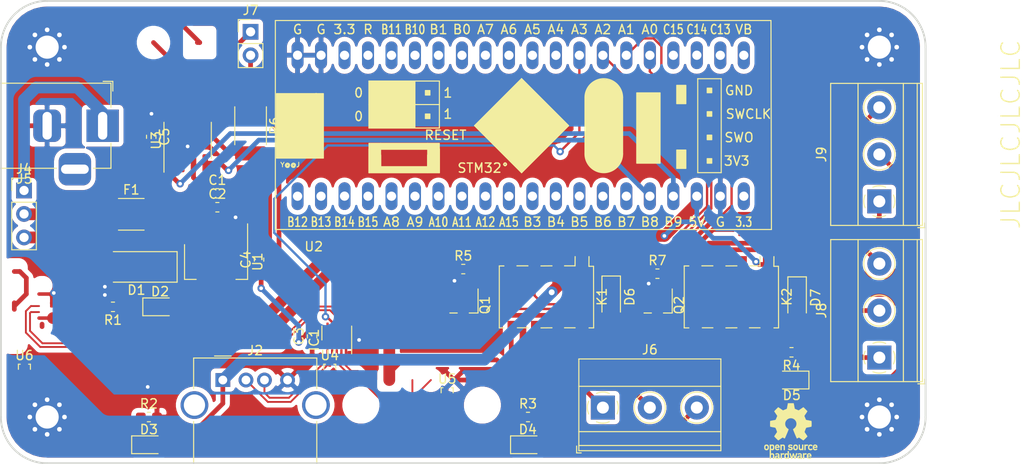
<source format=kicad_pcb>
(kicad_pcb (version 20171130) (host pcbnew 5.1.6)

  (general
    (thickness 1.6)
    (drawings 9)
    (tracks 377)
    (zones 0)
    (modules 44)
    (nets 77)
  )

  (page A4)
  (layers
    (0 F.Cu signal hide)
    (31 B.Cu signal)
    (32 B.Adhes user)
    (33 F.Adhes user)
    (34 B.Paste user)
    (35 F.Paste user)
    (36 B.SilkS user)
    (37 F.SilkS user)
    (38 B.Mask user)
    (39 F.Mask user)
    (40 Dwgs.User user)
    (41 Cmts.User user)
    (42 Eco1.User user)
    (43 Eco2.User user)
    (44 Edge.Cuts user)
    (45 Margin user)
    (46 B.CrtYd user)
    (47 F.CrtYd user)
    (48 B.Fab user)
    (49 F.Fab user)
  )

  (setup
    (last_trace_width 0.25)
    (user_trace_width 0.2)
    (user_trace_width 0.254)
    (user_trace_width 0.381)
    (user_trace_width 0.508)
    (user_trace_width 1.27)
    (user_trace_width 2.54)
    (trace_clearance 0.2)
    (zone_clearance 0.508)
    (zone_45_only no)
    (trace_min 0.2)
    (via_size 0.8)
    (via_drill 0.4)
    (via_min_size 0.4)
    (via_min_drill 0.3)
    (user_via 0.635 0.3048)
    (user_via 1.27 0.635)
    (uvia_size 0.3)
    (uvia_drill 0.1)
    (uvias_allowed no)
    (uvia_min_size 0.2)
    (uvia_min_drill 0.1)
    (edge_width 0.05)
    (segment_width 0.2)
    (pcb_text_width 0.3)
    (pcb_text_size 1.5 1.5)
    (mod_edge_width 0.12)
    (mod_text_size 1 1)
    (mod_text_width 0.15)
    (pad_size 1.524 1.524)
    (pad_drill 0.762)
    (pad_to_mask_clearance 0.05)
    (aux_axis_origin 0 0)
    (grid_origin 100 100)
    (visible_elements FFFFFF7F)
    (pcbplotparams
      (layerselection 0x010fc_ffffffff)
      (usegerberextensions false)
      (usegerberattributes true)
      (usegerberadvancedattributes true)
      (creategerberjobfile true)
      (excludeedgelayer true)
      (linewidth 0.100000)
      (plotframeref false)
      (viasonmask false)
      (mode 1)
      (useauxorigin false)
      (hpglpennumber 1)
      (hpglpenspeed 20)
      (hpglpendiameter 15.000000)
      (psnegative false)
      (psa4output false)
      (plotreference true)
      (plotvalue false)
      (plotinvisibletext false)
      (padsonsilk false)
      (subtractmaskfromsilk false)
      (outputformat 1)
      (mirror false)
      (drillshape 0)
      (scaleselection 1)
      (outputdirectory "."))
  )

  (net 0 "")
  (net 1 +5V)
  (net 2 GND)
  (net 3 +3V3)
  (net 4 "Net-(D2-Pad1)")
  (net 5 "Net-(D3-Pad1)")
  (net 6 /VBUS_A)
  (net 7 /VBUS_B)
  (net 8 "Net-(D4-Pad1)")
  (net 9 "Net-(D5-Pad1)")
  (net 10 "Net-(D6-Pad2)")
  (net 11 /GP_RELAY_LED)
  (net 12 "Net-(F1-Pad1)")
  (net 13 /^OE)
  (net 14 /S)
  (net 15 GNDS)
  (net 16 /VBUS_IN)
  (net 17 "Net-(J4-Pad1)")
  (net 18 "Net-(J6-Pad1)")
  (net 19 "Net-(J6-Pad2)")
  (net 20 "Net-(J6-Pad3)")
  (net 21 "Net-(J10-Pad2)")
  (net 22 "Net-(J7-Pad2)")
  (net 23 "Net-(J8-Pad1)")
  (net 24 "Net-(J8-Pad2)")
  (net 25 "Net-(J8-Pad3)")
  (net 26 "Net-(J9-Pad3)")
  (net 27 "Net-(J9-Pad2)")
  (net 28 "Net-(J9-Pad1)")
  (net 29 "Net-(J10-Pad1)")
  (net 30 /USB_RELAY)
  (net 31 /GP_RELAY)
  (net 32 "Net-(U2-Pad20)")
  (net 33 "Net-(U2-Pad21)")
  (net 34 "Net-(U2-Pad22)")
  (net 35 "Net-(U2-Pad23)")
  (net 36 "Net-(U2-Pad17)")
  (net 37 "Net-(U2-Pad24)")
  (net 38 "Net-(U2-Pad16)")
  (net 39 "Net-(U2-Pad15)")
  (net 40 "Net-(U2-Pad14)")
  (net 41 "Net-(U2-Pad13)")
  (net 42 "Net-(U2-Pad12)")
  (net 43 "Net-(U2-Pad29)")
  (net 44 "Net-(U2-Pad11)")
  (net 45 "Net-(U2-Pad30)")
  (net 46 "Net-(U2-Pad10)")
  (net 47 "Net-(U2-Pad31)")
  (net 48 "Net-(U2-Pad9)")
  (net 49 "Net-(U2-Pad32)")
  (net 50 "Net-(U2-Pad8)")
  (net 51 "Net-(U2-Pad33)")
  (net 52 "Net-(U2-Pad7)")
  (net 53 "Net-(U2-Pad34)")
  (net 54 "Net-(U2-Pad6)")
  (net 55 "Net-(U2-Pad35)")
  (net 56 "Net-(U2-Pad5)")
  (net 57 "Net-(U2-Pad36)")
  (net 58 "Net-(U2-Pad4)")
  (net 59 "Net-(U2-Pad37)")
  (net 60 "Net-(U2-Pad3)")
  (net 61 "Net-(U2-Pad38)")
  (net 62 "Net-(U2-Pad2)")
  (net 63 "Net-(U2-Pad1)")
  (net 64 /HOST_D-)
  (net 65 /HOST_D+)
  (net 66 /1D+)
  (net 67 /1D-)
  (net 68 /2D+)
  (net 69 /2D-)
  (net 70 "Net-(J2-Pad5)")
  (net 71 "Net-(J10-Pad4)")
  (net 72 "Net-(J10-Pad5)")
  (net 73 "Net-(J10-Pad6)")
  (net 74 "Net-(J10-Pad7)")
  (net 75 "Net-(J10-Pad8)")
  (net 76 "Net-(J10-Pad9)")

  (net_class Default "This is the default net class."
    (clearance 0.2)
    (trace_width 0.25)
    (via_dia 0.8)
    (via_drill 0.4)
    (uvia_dia 0.3)
    (uvia_drill 0.1)
    (add_net +3V3)
    (add_net +5V)
    (add_net /1D+)
    (add_net /1D-)
    (add_net /2D+)
    (add_net /2D-)
    (add_net /GP_RELAY)
    (add_net /GP_RELAY_LED)
    (add_net /HOST_D+)
    (add_net /HOST_D-)
    (add_net /S)
    (add_net /USB_RELAY)
    (add_net /VBUS_A)
    (add_net /VBUS_B)
    (add_net /VBUS_IN)
    (add_net /^OE)
    (add_net GND)
    (add_net GNDS)
    (add_net "Net-(D2-Pad1)")
    (add_net "Net-(D3-Pad1)")
    (add_net "Net-(D4-Pad1)")
    (add_net "Net-(D5-Pad1)")
    (add_net "Net-(D6-Pad2)")
    (add_net "Net-(F1-Pad1)")
    (add_net "Net-(J10-Pad1)")
    (add_net "Net-(J10-Pad2)")
    (add_net "Net-(J10-Pad4)")
    (add_net "Net-(J10-Pad5)")
    (add_net "Net-(J10-Pad6)")
    (add_net "Net-(J10-Pad7)")
    (add_net "Net-(J10-Pad8)")
    (add_net "Net-(J10-Pad9)")
    (add_net "Net-(J2-Pad5)")
    (add_net "Net-(J4-Pad1)")
    (add_net "Net-(J6-Pad1)")
    (add_net "Net-(J6-Pad2)")
    (add_net "Net-(J6-Pad3)")
    (add_net "Net-(J7-Pad2)")
    (add_net "Net-(J8-Pad1)")
    (add_net "Net-(J8-Pad2)")
    (add_net "Net-(J8-Pad3)")
    (add_net "Net-(J9-Pad1)")
    (add_net "Net-(J9-Pad2)")
    (add_net "Net-(J9-Pad3)")
    (add_net "Net-(U2-Pad1)")
    (add_net "Net-(U2-Pad10)")
    (add_net "Net-(U2-Pad11)")
    (add_net "Net-(U2-Pad12)")
    (add_net "Net-(U2-Pad13)")
    (add_net "Net-(U2-Pad14)")
    (add_net "Net-(U2-Pad15)")
    (add_net "Net-(U2-Pad16)")
    (add_net "Net-(U2-Pad17)")
    (add_net "Net-(U2-Pad2)")
    (add_net "Net-(U2-Pad20)")
    (add_net "Net-(U2-Pad21)")
    (add_net "Net-(U2-Pad22)")
    (add_net "Net-(U2-Pad23)")
    (add_net "Net-(U2-Pad24)")
    (add_net "Net-(U2-Pad29)")
    (add_net "Net-(U2-Pad3)")
    (add_net "Net-(U2-Pad30)")
    (add_net "Net-(U2-Pad31)")
    (add_net "Net-(U2-Pad32)")
    (add_net "Net-(U2-Pad33)")
    (add_net "Net-(U2-Pad34)")
    (add_net "Net-(U2-Pad35)")
    (add_net "Net-(U2-Pad36)")
    (add_net "Net-(U2-Pad37)")
    (add_net "Net-(U2-Pad38)")
    (add_net "Net-(U2-Pad4)")
    (add_net "Net-(U2-Pad5)")
    (add_net "Net-(U2-Pad6)")
    (add_net "Net-(U2-Pad7)")
    (add_net "Net-(U2-Pad8)")
    (add_net "Net-(U2-Pad9)")
  )

  (module Modules:YAAJ_BluePill (layer F.Cu) (tedit 5F673AC3) (tstamp 5F76693D)
    (at 132.08 71.12)
    (path /5F6B2207)
    (fp_text reference U2 (at 1.75006 5.45338 180) (layer F.SilkS)
      (effects (font (size 1 1) (thickness 0.15)))
    )
    (fp_text value BluePill_STM32F103C (at 4 -7.7 90) (layer F.Fab) hide
      (effects (font (size 1 1) (thickness 0.15)))
    )
    (fp_line (start -2.4 3.6) (end -2.4 -19) (layer F.SilkS) (width 0.12))
    (fp_line (start -2.4 -19) (end 51.2 -19) (layer F.SilkS) (width 0.12))
    (fp_line (start 51.2 -19) (end 51.25 3.6) (layer F.SilkS) (width 0.12))
    (fp_line (start 51.25 3.6) (end -2.4 3.6) (layer F.SilkS) (width 0.12))
    (fp_line (start 2.00406 -4.13512) (end 2.00406 -11.12012) (layer F.SilkS) (width 0.12))
    (fp_line (start 24.22906 -2.54762) (end 19.14906 -7.62762) (layer F.SilkS) (width 0.12))
    (fp_line (start 19.14906 -7.62762) (end 24.22906 -12.70762) (layer F.SilkS) (width 0.12))
    (fp_line (start 24.22906 -12.70762) (end 29.30906 -7.62762) (layer F.SilkS) (width 0.12))
    (fp_line (start 29.30906 -7.62762) (end 24.22906 -2.54762) (layer F.SilkS) (width 0.12))
    (fp_line (start 7.71906 -2.54762) (end 7.71906 -5.08762) (layer F.SilkS) (width 0.12))
    (fp_line (start 7.71906 -5.08762) (end 15.33906 -5.08762) (layer F.SilkS) (width 0.12))
    (fp_line (start 15.33906 -5.08762) (end 15.33906 -2.54762) (layer F.SilkS) (width 0.12))
    (fp_line (start 15.33906 -2.54762) (end 7.71906 -2.54762) (layer F.SilkS) (width 0.12))
    (fp_line (start 8.98906 -3.18262) (end 8.98906 -4.45262) (layer F.SilkS) (width 0.12))
    (fp_line (start 14.06906 -4.45262) (end 14.06906 -3.18262) (layer F.SilkS) (width 0.12))
    (fp_line (start 14.06906 -3.18262) (end 8.98906 -3.18262) (layer F.SilkS) (width 0.12))
    (fp_line (start 7.71906 -7.37362) (end 15.33906 -7.37362) (layer F.SilkS) (width 0.12))
    (fp_line (start 15.33906 -7.37362) (end 15.33906 -12.45362) (layer F.SilkS) (width 0.12))
    (fp_line (start 15.33906 -12.45362) (end 7.71906 -12.45362) (layer F.SilkS) (width 0.12))
    (fp_line (start 7.71906 -12.45362) (end 7.71906 -7.37362) (layer F.SilkS) (width 0.12))
    (fp_line (start 7.71906 -9.91362) (end 15.33906 -9.91362) (layer F.SilkS) (width 0.12))
    (fp_poly (pts (xy -2.28 -4.115) (xy 2.8 -4.115) (xy 2.8 -11.1) (xy -2.28 -11.1)) (layer F.SilkS) (width 0.1))
    (fp_poly (pts (xy 19.14906 -7.62762) (xy 24.22906 -2.54762) (xy 29.30906 -7.62762) (xy 24.22906 -12.70762)) (layer F.SilkS) (width 0.1))
    (fp_poly (pts (xy 7.71906 -2.54762) (xy 7.71906 -5.72262) (xy 8.98906 -5.72262) (xy 8.98906 -2.54762)) (layer F.SilkS) (width 0.1))
    (fp_poly (pts (xy 14.06906 -2.54762) (xy 14.06906 -5.72262) (xy 15.33906 -5.72262) (xy 15.33906 -2.54762)) (layer F.SilkS) (width 0.1))
    (fp_poly (pts (xy 8.98906 -2.54762) (xy 8.98906 -3.18262) (xy 14.06906 -3.18262) (xy 14.06906 -2.54762)) (layer F.SilkS) (width 0.1))
    (fp_poly (pts (xy 8.98906 -5.08762) (xy 8.98906 -5.72262) (xy 14.06906 -5.72262) (xy 14.06906 -5.08762)) (layer F.SilkS) (width 0.1))
    (fp_poly (pts (xy 8.73506 -8.38962) (xy 8.73506 -8.89762) (xy 9.24306 -8.89762) (xy 9.24306 -8.38962)) (layer F.SilkS) (width 0.1))
    (fp_poly (pts (xy 8.73506 -10.92962) (xy 9.24306 -10.92962) (xy 9.24306 -11.43762) (xy 8.73506 -11.43762)) (layer F.SilkS) (width 0.1))
    (fp_poly (pts (xy 11.27506 -8.38962) (xy 11.27506 -8.89762) (xy 11.78306 -8.89762) (xy 11.78306 -8.38962)) (layer F.SilkS) (width 0.1))
    (fp_poly (pts (xy 11.27506 -10.92962) (xy 11.27506 -11.43762) (xy 11.78306 -11.43762) (xy 11.78306 -10.92962)) (layer F.SilkS) (width 0.1))
    (fp_poly (pts (xy 13.81506 -8.38962) (xy 14.32306 -8.38962) (xy 14.32306 -8.89762) (xy 13.81506 -8.89762)) (layer F.SilkS) (width 0.1))
    (fp_poly (pts (xy 13.81506 -10.92962) (xy 13.81506 -11.43762) (xy 14.32306 -11.43762) (xy 14.32306 -10.92962)) (layer F.SilkS) (width 0.1))
    (fp_line (start 43.27906 -2.54762) (end 45.81906 -2.54762) (layer F.SilkS) (width 0.12))
    (fp_line (start 45.81906 -2.54762) (end 45.81906 -12.70762) (layer F.SilkS) (width 0.12))
    (fp_line (start 45.81906 -12.70762) (end 43.27906 -12.70762) (layer F.SilkS) (width 0.12))
    (fp_line (start 43.27906 -12.70762) (end 43.27906 -2.54762) (layer F.SilkS) (width 0.12))
    (fp_poly (pts (xy 44.29506 -3.56362) (xy 44.80306 -3.56362) (xy 44.80306 -4.07162) (xy 44.29506 -4.07162)) (layer F.SilkS) (width 0.1))
    (fp_poly (pts (xy 44.29506 -6.10362) (xy 44.80306 -6.10362) (xy 44.80306 -6.61162) (xy 44.29506 -6.61162)) (layer F.SilkS) (width 0.1))
    (fp_poly (pts (xy 44.29506 -8.64362) (xy 44.80306 -8.64362) (xy 44.80306 -9.15162) (xy 44.29506 -9.15162)) (layer F.SilkS) (width 0.1))
    (fp_poly (pts (xy 44.29506 -11.18362) (xy 44.80306 -11.18362) (xy 44.80306 -11.69162) (xy 44.29506 -11.69162)) (layer F.SilkS) (width 0.1))
    (fp_line (start 31.08706 -4.57962) (end 31.08706 -10.67562) (layer F.SilkS) (width 0.12))
    (fp_line (start 35.15106 -4.57962) (end 35.15106 -10.67562) (layer F.SilkS) (width 0.12))
    (fp_poly (pts (xy 36.67506 -3.56362) (xy 36.67506 -11.18362) (xy 39.21506 -11.18362) (xy 39.21506 -3.56362)) (layer F.SilkS) (width 0.1))
    (fp_poly (pts (xy 31.19628 -4.20878) (xy 31.34995 -3.74523) (xy 31.60649 -3.36169) (xy 31.74238 -3.18516)
      (xy 32.05734 -2.92608) (xy 32.29102 -2.79908) (xy 32.52216 -2.72288) (xy 32.82696 -2.65176)
      (xy 33.11398 -2.59842) (xy 33.5407 -2.6416) (xy 33.890585 -2.743835) (xy 34.19602 -2.93624)
      (xy 34.41192 -3.08864) (xy 34.63798 -3.33756) (xy 34.87674 -3.62712) (xy 34.97326 -3.85572)
      (xy 35.01898 -4.04876) (xy 35.08756 -4.51358) (xy 35.09264 -10.83818) (xy 34.96564 -11.39444)
      (xy 34.59226 -11.97864) (xy 34.24174 -12.29106) (xy 33.72612 -12.52855) (xy 33.38068 -12.59205)
      (xy 33.07588 -12.6238) (xy 32.74314 -12.59332) (xy 32.34182 -12.4841) (xy 32.1437 -12.40282)
      (xy 31.92018 -12.25042) (xy 31.70428 -12.02944) (xy 31.49854 -11.78052) (xy 31.2547 -11.31824)
      (xy 31.16326 -10.84326) (xy 31.16834 -4.5212)) (layer F.SilkS) (width 0.1))
    (fp_line (start -2.5 -19.1) (end 51.3 -19.1) (layer F.CrtYd) (width 0.12))
    (fp_line (start 51.3 -19.1) (end 51.3 3.7) (layer F.CrtYd) (width 0.12))
    (fp_line (start 51.3 3.7) (end -2.5 3.7) (layer F.CrtYd) (width 0.12))
    (fp_line (start -2.5 -19.1) (end -2.5 3.7) (layer F.CrtYd) (width 0.12))
    (fp_poly (pts (xy 7.8 -12.4) (xy 12.7 -12.4) (xy 12.7 -7.4) (xy 7.8 -7.4)) (layer F.SilkS) (width 0.1))
    (fp_poly (pts (xy 41 -12) (xy 41 -10) (xy 42 -10) (xy 42 -12)) (layer F.SilkS) (width 0.1))
    (fp_poly (pts (xy 42 -5) (xy 41 -5) (xy 41 -3) (xy 42 -3)) (layer F.SilkS) (width 0.1))
    (fp_arc (start 33.11906 -10.67562) (end 35.15106 -10.67562) (angle -180) (layer F.SilkS) (width 0.12))
    (fp_arc (start 33.11906 -4.57962) (end 31.08706 -4.57962) (angle -180) (layer F.SilkS) (width 0.12))
    (fp_text user G (at 0 -18.034) (layer F.SilkS)
      (effects (font (size 1 1) (thickness 0.15)))
    )
    (fp_text user G (at 2.54 -18.034) (layer F.SilkS)
      (effects (font (size 1 1) (thickness 0.15)))
    )
    (fp_text user 3.3 (at 5.08 -18.034) (layer F.SilkS)
      (effects (font (size 1 1) (thickness 0.15)))
    )
    (fp_text user R (at 7.62 -18.034) (layer F.SilkS)
      (effects (font (size 1 1) (thickness 0.15)))
    )
    (fp_text user B11 (at 10.16 -18.034) (layer F.SilkS)
      (effects (font (size 1 0.762) (thickness 0.15)))
    )
    (fp_text user B10 (at 12.7 -18.034) (layer F.SilkS)
      (effects (font (size 1 0.762) (thickness 0.15)))
    )
    (fp_text user B1 (at 15.24 -18.034) (layer F.SilkS)
      (effects (font (size 1 1) (thickness 0.15)))
    )
    (fp_text user B0 (at 17.78 -18.034) (layer F.SilkS)
      (effects (font (size 1 1) (thickness 0.15)))
    )
    (fp_text user A7 (at 20.32 -18.034) (layer F.SilkS)
      (effects (font (size 1 1) (thickness 0.15)))
    )
    (fp_text user A6 (at 22.86 -18.034) (layer F.SilkS)
      (effects (font (size 1 1) (thickness 0.15)))
    )
    (fp_text user A5 (at 25.4 -18.034) (layer F.SilkS)
      (effects (font (size 1 1) (thickness 0.15)))
    )
    (fp_text user A4 (at 27.94 -18.034) (layer F.SilkS)
      (effects (font (size 1 1) (thickness 0.15)))
    )
    (fp_text user A3 (at 30.48 -18.034) (layer F.SilkS)
      (effects (font (size 1 1) (thickness 0.15)))
    )
    (fp_text user A2 (at 33.02 -18.034) (layer F.SilkS)
      (effects (font (size 1 1) (thickness 0.15)))
    )
    (fp_text user A1 (at 35.56 -18.034) (layer F.SilkS)
      (effects (font (size 1 1) (thickness 0.15)))
    )
    (fp_text user A0 (at 38.1 -18.034) (layer F.SilkS)
      (effects (font (size 1 1) (thickness 0.15)))
    )
    (fp_text user C15 (at 40.64 -18.034) (layer F.SilkS)
      (effects (font (size 1 0.762) (thickness 0.15)))
    )
    (fp_text user C14 (at 43.18 -18.034) (layer F.SilkS)
      (effects (font (size 1 0.762) (thickness 0.15)))
    )
    (fp_text user C13 (at 45.72 -18.034) (layer F.SilkS)
      (effects (font (size 1 0.762) (thickness 0.15)))
    )
    (fp_text user VB (at 48.26 -18.034) (layer F.SilkS)
      (effects (font (size 1 1) (thickness 0.15)))
    )
    (fp_text user B12 (at 0 2.794) (layer F.SilkS)
      (effects (font (size 1 0.762) (thickness 0.15)))
    )
    (fp_text user B13 (at 2.54 2.794) (layer F.SilkS)
      (effects (font (size 1 0.762) (thickness 0.15)))
    )
    (fp_text user B14 (at 5.08 2.794) (layer F.SilkS)
      (effects (font (size 1 0.762) (thickness 0.15)))
    )
    (fp_text user B15 (at 7.62 2.794) (layer F.SilkS)
      (effects (font (size 1 0.762) (thickness 0.15)))
    )
    (fp_text user A8 (at 10.16 2.794) (layer F.SilkS)
      (effects (font (size 1 1) (thickness 0.15)))
    )
    (fp_text user A9 (at 12.7 2.794) (layer F.SilkS)
      (effects (font (size 1 1) (thickness 0.15)))
    )
    (fp_text user A10 (at 15.24 2.794) (layer F.SilkS)
      (effects (font (size 1 0.762) (thickness 0.15)))
    )
    (fp_text user A11 (at 17.78 2.794) (layer F.SilkS)
      (effects (font (size 1 0.762) (thickness 0.15)))
    )
    (fp_text user A12 (at 20.32 2.794) (layer F.SilkS)
      (effects (font (size 1 0.762) (thickness 0.15)))
    )
    (fp_text user A15 (at 22.86 2.794) (layer F.SilkS)
      (effects (font (size 1 0.762) (thickness 0.15)))
    )
    (fp_text user B3 (at 25.4 2.794) (layer F.SilkS)
      (effects (font (size 1 1) (thickness 0.15)))
    )
    (fp_text user B4 (at 27.94 2.794) (layer F.SilkS)
      (effects (font (size 1 1) (thickness 0.15)))
    )
    (fp_text user B5 (at 30.48 2.794) (layer F.SilkS)
      (effects (font (size 1 1) (thickness 0.15)))
    )
    (fp_text user B6 (at 33.02 2.794) (layer F.SilkS)
      (effects (font (size 1 1) (thickness 0.15)))
    )
    (fp_text user B7 (at 35.56 2.794) (layer F.SilkS)
      (effects (font (size 1 1) (thickness 0.15)))
    )
    (fp_text user B8 (at 38.1 2.794) (layer F.SilkS)
      (effects (font (size 1 1) (thickness 0.15)))
    )
    (fp_text user B9 (at 40.64 2.794) (layer F.SilkS)
      (effects (font (size 1 1) (thickness 0.15)))
    )
    (fp_text user 5V (at 43.18 2.794) (layer F.SilkS)
      (effects (font (size 1 1) (thickness 0.15)))
    )
    (fp_text user 3.3 (at 48.26 2.794) (layer F.SilkS)
      (effects (font (size 1 0.762) (thickness 0.15)))
    )
    (fp_text user G (at 45.72 2.794) (layer F.SilkS)
      (effects (font (size 1 1) (thickness 0.15)))
    )
    (fp_text user 0 (at 6.604 -11.176) (layer F.SilkS)
      (effects (font (size 1 1) (thickness 0.15)))
    )
    (fp_text user 0 (at 6.604 -8.636) (layer F.SilkS)
      (effects (font (size 1 1) (thickness 0.15)))
    )
    (fp_text user 1 (at 16.256 -11.176) (layer F.SilkS)
      (effects (font (size 1 1) (thickness 0.15)))
    )
    (fp_text user 1 (at 16.256 -8.89) (layer F.SilkS)
      (effects (font (size 1 1) (thickness 0.15)))
    )
    (fp_text user RESET (at 16.002 -6.604) (layer F.SilkS)
      (effects (font (size 1 1) (thickness 0.15)))
    )
    (fp_text user STM32° (at 20.066 -3.048) (layer F.SilkS)
      (effects (font (size 1 1) (thickness 0.15)))
    )
    (fp_text user GND (at 47.752 -11.43) (layer F.SilkS)
      (effects (font (size 1 1) (thickness 0.15)))
    )
    (fp_text user SWCLK (at 48.768 -8.89) (layer F.SilkS)
      (effects (font (size 1 1) (thickness 0.15)))
    )
    (fp_text user SWO (at 47.752 -6.35) (layer F.SilkS)
      (effects (font (size 1 1) (thickness 0.15)))
    )
    (fp_text user 3V3 (at 47.498 -3.81) (layer F.SilkS)
      (effects (font (size 1 1) (thickness 0.15)))
    )
    (fp_text user Y@@J (at -0.8 -3.4) (layer F.SilkS)
      (effects (font (size 0.5 0.5) (thickness 0.1)))
    )
    (pad 20 thru_hole oval (at 48.26 0) (size 1.3 3) (drill 1) (layers *.Cu *.Mask)
      (net 32 "Net-(U2-Pad20)"))
    (pad 21 thru_hole oval (at 48.26 -15.24) (size 1.3 3) (drill 1) (layers *.Cu *.Mask)
      (net 33 "Net-(U2-Pad21)"))
    (pad 19 thru_hole oval (at 45.72 0) (size 1.3 3) (drill 1) (layers *.Cu *.Mask)
      (net 2 GND))
    (pad 22 thru_hole oval (at 45.72 -15.24) (size 1.3 3) (drill 1) (layers *.Cu *.Mask)
      (net 34 "Net-(U2-Pad22)"))
    (pad 18 thru_hole oval (at 43.18 0) (size 1.3 3) (drill 1) (layers *.Cu *.Mask)
      (net 1 +5V))
    (pad 23 thru_hole oval (at 43.18 -15.24762) (size 1.3 3) (drill 1) (layers *.Cu *.Mask)
      (net 35 "Net-(U2-Pad23)"))
    (pad 17 thru_hole oval (at 40.64 0) (size 1.3 3) (drill 1) (layers *.Cu *.Mask)
      (net 36 "Net-(U2-Pad17)"))
    (pad 24 thru_hole oval (at 40.64 -15.24) (size 1.3 3) (drill 1) (layers *.Cu *.Mask)
      (net 37 "Net-(U2-Pad24)"))
    (pad 16 thru_hole oval (at 38.1 0) (size 1.3 3) (drill 1) (layers *.Cu *.Mask)
      (net 38 "Net-(U2-Pad16)"))
    (pad 25 thru_hole oval (at 38.1 -15.24) (size 1.3 3) (drill 1) (layers *.Cu *.Mask)
      (net 30 /USB_RELAY))
    (pad 15 thru_hole oval (at 35.56 0) (size 1.3 3) (drill 1) (layers *.Cu *.Mask)
      (net 39 "Net-(U2-Pad15)"))
    (pad 26 thru_hole oval (at 35.56 -15.24) (size 1.3 3) (drill 1) (layers *.Cu *.Mask)
      (net 31 /GP_RELAY))
    (pad 14 thru_hole oval (at 33.02 0) (size 1.3 3) (drill 1) (layers *.Cu *.Mask)
      (net 40 "Net-(U2-Pad14)"))
    (pad 27 thru_hole oval (at 33.02 -15.24) (size 1.3 3) (drill 1) (layers *.Cu *.Mask)
      (net 13 /^OE))
    (pad 13 thru_hole oval (at 30.48 -0.00762) (size 1.3 3) (drill 1) (layers *.Cu *.Mask)
      (net 41 "Net-(U2-Pad13)"))
    (pad 28 thru_hole oval (at 30.48 -15.24) (size 1.3 3) (drill 1) (layers *.Cu *.Mask)
      (net 14 /S))
    (pad 12 thru_hole oval (at 27.94 0) (size 1.3 3) (drill 1) (layers *.Cu *.Mask)
      (net 42 "Net-(U2-Pad12)"))
    (pad 29 thru_hole oval (at 27.94 -15.24) (size 1.3 3) (drill 1) (layers *.Cu *.Mask)
      (net 43 "Net-(U2-Pad29)"))
    (pad 11 thru_hole oval (at 25.4 0) (size 1.3 3) (drill 1) (layers *.Cu *.Mask)
      (net 44 "Net-(U2-Pad11)"))
    (pad 30 thru_hole oval (at 25.4 -15.24) (size 1.3 3) (drill 1) (layers *.Cu *.Mask)
      (net 45 "Net-(U2-Pad30)"))
    (pad 10 thru_hole oval (at 22.86 0) (size 1.3 3) (drill 1) (layers *.Cu *.Mask)
      (net 46 "Net-(U2-Pad10)"))
    (pad 31 thru_hole oval (at 22.86 -15.24) (size 1.3 3) (drill 1) (layers *.Cu *.Mask)
      (net 47 "Net-(U2-Pad31)"))
    (pad 9 thru_hole oval (at 20.32 0) (size 1.3 3) (drill 1) (layers *.Cu *.Mask)
      (net 48 "Net-(U2-Pad9)"))
    (pad 32 thru_hole oval (at 20.32 -15.24762) (size 1.3 3) (drill 1) (layers *.Cu *.Mask)
      (net 49 "Net-(U2-Pad32)"))
    (pad 8 thru_hole oval (at 17.78 0) (size 1.3 3) (drill 1) (layers *.Cu *.Mask)
      (net 50 "Net-(U2-Pad8)"))
    (pad 33 thru_hole oval (at 17.78 -15.24) (size 1.3 3) (drill 1) (layers *.Cu *.Mask)
      (net 51 "Net-(U2-Pad33)"))
    (pad 7 thru_hole oval (at 15.24 0) (size 1.3 3) (drill 1) (layers *.Cu *.Mask)
      (net 52 "Net-(U2-Pad7)"))
    (pad 34 thru_hole oval (at 15.24 -15.24) (size 1.3 3) (drill 1) (layers *.Cu *.Mask)
      (net 53 "Net-(U2-Pad34)"))
    (pad 6 thru_hole oval (at 12.7 0) (size 1.3 3) (drill 1) (layers *.Cu *.Mask)
      (net 54 "Net-(U2-Pad6)"))
    (pad 35 thru_hole oval (at 12.7 -15.24) (size 1.3 3) (drill 1) (layers *.Cu *.Mask)
      (net 55 "Net-(U2-Pad35)"))
    (pad 5 thru_hole oval (at 10.16 0) (size 1.3 3) (drill 1) (layers *.Cu *.Mask)
      (net 56 "Net-(U2-Pad5)"))
    (pad 36 thru_hole oval (at 10.16 -15.24) (size 1.3 3) (drill 1) (layers *.Cu *.Mask)
      (net 57 "Net-(U2-Pad36)"))
    (pad 4 thru_hole oval (at 7.62 0) (size 1.3 3) (drill 1) (layers *.Cu *.Mask)
      (net 58 "Net-(U2-Pad4)"))
    (pad 37 thru_hole oval (at 7.62 -15.24) (size 1.3 3) (drill 1) (layers *.Cu *.Mask)
      (net 59 "Net-(U2-Pad37)"))
    (pad 3 thru_hole oval (at 5.08 -0.00762) (size 1.3 3) (drill 1) (layers *.Cu *.Mask)
      (net 60 "Net-(U2-Pad3)"))
    (pad 38 thru_hole oval (at 5.08 -15.24) (size 1.3 3) (drill 1) (layers *.Cu *.Mask)
      (net 61 "Net-(U2-Pad38)"))
    (pad 2 thru_hole oval (at 2.54 0) (size 1.3 3) (drill 1) (layers *.Cu *.Mask)
      (net 62 "Net-(U2-Pad2)"))
    (pad 39 thru_hole oval (at 2.54 -15.24762) (size 1.3 3) (drill 1) (layers *.Cu *.Mask)
      (net 2 GND))
    (pad 1 thru_hole oval (at 0 0) (size 1.3 3) (drill 1) (layers *.Cu *.Mask)
      (net 63 "Net-(U2-Pad1)"))
    (pad 40 thru_hole oval (at 0 -15.24762) (size 1.3 3) (drill 1) (layers *.Cu *.Mask)
      (net 2 GND))
    (model ${KIPRJMOD}/libs/Kicad-STM32-master/Packages3d/YAAJ_BluePill.STEP
      (offset (xyz 23 17.75 -50))
      (scale (xyz 1 1 1))
      (rotate (xyz 0 0 -90))
    )
  )

  (module Capacitor_SMD:C_0603_1608Metric_Pad1.05x0.95mm_HandSolder (layer F.Cu) (tedit 5B301BBE) (tstamp 5F682EB0)
    (at 123.4064 70.8114)
    (descr "Capacitor SMD 0603 (1608 Metric), square (rectangular) end terminal, IPC_7351 nominal with elongated pad for handsoldering. (Body size source: http://www.tortai-tech.com/upload/download/2011102023233369053.pdf), generated with kicad-footprint-generator")
    (tags "capacitor handsolder")
    (path /5F663953)
    (attr smd)
    (fp_text reference C1 (at 0 -1.43) (layer F.SilkS)
      (effects (font (size 1 1) (thickness 0.15)))
    )
    (fp_text value 0.1u (at 0 1.43) (layer F.Fab)
      (effects (font (size 1 1) (thickness 0.15)))
    )
    (fp_line (start -0.8 0.4) (end -0.8 -0.4) (layer F.Fab) (width 0.1))
    (fp_line (start -0.8 -0.4) (end 0.8 -0.4) (layer F.Fab) (width 0.1))
    (fp_line (start 0.8 -0.4) (end 0.8 0.4) (layer F.Fab) (width 0.1))
    (fp_line (start 0.8 0.4) (end -0.8 0.4) (layer F.Fab) (width 0.1))
    (fp_line (start -0.171267 -0.51) (end 0.171267 -0.51) (layer F.SilkS) (width 0.12))
    (fp_line (start -0.171267 0.51) (end 0.171267 0.51) (layer F.SilkS) (width 0.12))
    (fp_line (start -1.65 0.73) (end -1.65 -0.73) (layer F.CrtYd) (width 0.05))
    (fp_line (start -1.65 -0.73) (end 1.65 -0.73) (layer F.CrtYd) (width 0.05))
    (fp_line (start 1.65 -0.73) (end 1.65 0.73) (layer F.CrtYd) (width 0.05))
    (fp_line (start 1.65 0.73) (end -1.65 0.73) (layer F.CrtYd) (width 0.05))
    (fp_text user %R (at 0 0) (layer F.Fab)
      (effects (font (size 0.4 0.4) (thickness 0.06)))
    )
    (pad 1 smd roundrect (at -0.875 0) (size 1.05 0.95) (layers F.Cu F.Paste F.Mask) (roundrect_rratio 0.25)
      (net 1 +5V))
    (pad 2 smd roundrect (at 0.875 0) (size 1.05 0.95) (layers F.Cu F.Paste F.Mask) (roundrect_rratio 0.25)
      (net 2 GND))
    (model ${KISYS3DMOD}/Capacitor_SMD.3dshapes/C_0603_1608Metric.wrl
      (at (xyz 0 0 0))
      (scale (xyz 1 1 1))
      (rotate (xyz 0 0 0))
    )
  )

  (module Capacitor_SMD:C_0603_1608Metric_Pad1.05x0.95mm_HandSolder (layer F.Cu) (tedit 5B301BBE) (tstamp 5F682E80)
    (at 123.4064 72.3114)
    (descr "Capacitor SMD 0603 (1608 Metric), square (rectangular) end terminal, IPC_7351 nominal with elongated pad for handsoldering. (Body size source: http://www.tortai-tech.com/upload/download/2011102023233369053.pdf), generated with kicad-footprint-generator")
    (tags "capacitor handsolder")
    (path /5F664BB9)
    (attr smd)
    (fp_text reference C2 (at 0 -1.43) (layer F.SilkS)
      (effects (font (size 1 1) (thickness 0.15)))
    )
    (fp_text value 10u (at 0 1.43) (layer F.Fab)
      (effects (font (size 1 1) (thickness 0.15)))
    )
    (fp_line (start 1.65 0.73) (end -1.65 0.73) (layer F.CrtYd) (width 0.05))
    (fp_line (start 1.65 -0.73) (end 1.65 0.73) (layer F.CrtYd) (width 0.05))
    (fp_line (start -1.65 -0.73) (end 1.65 -0.73) (layer F.CrtYd) (width 0.05))
    (fp_line (start -1.65 0.73) (end -1.65 -0.73) (layer F.CrtYd) (width 0.05))
    (fp_line (start -0.171267 0.51) (end 0.171267 0.51) (layer F.SilkS) (width 0.12))
    (fp_line (start -0.171267 -0.51) (end 0.171267 -0.51) (layer F.SilkS) (width 0.12))
    (fp_line (start 0.8 0.4) (end -0.8 0.4) (layer F.Fab) (width 0.1))
    (fp_line (start 0.8 -0.4) (end 0.8 0.4) (layer F.Fab) (width 0.1))
    (fp_line (start -0.8 -0.4) (end 0.8 -0.4) (layer F.Fab) (width 0.1))
    (fp_line (start -0.8 0.4) (end -0.8 -0.4) (layer F.Fab) (width 0.1))
    (fp_text user %R (at 0 0) (layer F.Fab)
      (effects (font (size 0.4 0.4) (thickness 0.06)))
    )
    (pad 2 smd roundrect (at 0.875 0) (size 1.05 0.95) (layers F.Cu F.Paste F.Mask) (roundrect_rratio 0.25)
      (net 2 GND))
    (pad 1 smd roundrect (at -0.875 0) (size 1.05 0.95) (layers F.Cu F.Paste F.Mask) (roundrect_rratio 0.25)
      (net 1 +5V))
    (model ${KISYS3DMOD}/Capacitor_SMD.3dshapes/C_0603_1608Metric.wrl
      (at (xyz 0 0 0))
      (scale (xyz 1 1 1))
      (rotate (xyz 0 0 0))
    )
  )

  (module Capacitor_SMD:C_0603_1608Metric_Pad1.05x0.95mm_HandSolder (layer F.Cu) (tedit 5B301BBE) (tstamp 5F68B3A6)
    (at 133.655 86.27 90)
    (descr "Capacitor SMD 0603 (1608 Metric), square (rectangular) end terminal, IPC_7351 nominal with elongated pad for handsoldering. (Body size source: http://www.tortai-tech.com/upload/download/2011102023233369053.pdf), generated with kicad-footprint-generator")
    (tags "capacitor handsolder")
    (path /5F9031AB)
    (attr smd)
    (fp_text reference C3 (at 0 -1.43 90) (layer F.SilkS)
      (effects (font (size 1 1) (thickness 0.15)))
    )
    (fp_text value C (at 0 1.43 90) (layer F.Fab)
      (effects (font (size 1 1) (thickness 0.15)))
    )
    (fp_line (start 1.65 0.73) (end -1.65 0.73) (layer F.CrtYd) (width 0.05))
    (fp_line (start 1.65 -0.73) (end 1.65 0.73) (layer F.CrtYd) (width 0.05))
    (fp_line (start -1.65 -0.73) (end 1.65 -0.73) (layer F.CrtYd) (width 0.05))
    (fp_line (start -1.65 0.73) (end -1.65 -0.73) (layer F.CrtYd) (width 0.05))
    (fp_line (start -0.171267 0.51) (end 0.171267 0.51) (layer F.SilkS) (width 0.12))
    (fp_line (start -0.171267 -0.51) (end 0.171267 -0.51) (layer F.SilkS) (width 0.12))
    (fp_line (start 0.8 0.4) (end -0.8 0.4) (layer F.Fab) (width 0.1))
    (fp_line (start 0.8 -0.4) (end 0.8 0.4) (layer F.Fab) (width 0.1))
    (fp_line (start -0.8 -0.4) (end 0.8 -0.4) (layer F.Fab) (width 0.1))
    (fp_line (start -0.8 0.4) (end -0.8 -0.4) (layer F.Fab) (width 0.1))
    (fp_text user %R (at 0 0 90) (layer F.Fab)
      (effects (font (size 0.4 0.4) (thickness 0.06)))
    )
    (pad 2 smd roundrect (at 0.875 0 90) (size 1.05 0.95) (layers F.Cu F.Paste F.Mask) (roundrect_rratio 0.25)
      (net 3 +3V3))
    (pad 1 smd roundrect (at -0.875 0 90) (size 1.05 0.95) (layers F.Cu F.Paste F.Mask) (roundrect_rratio 0.25)
      (net 2 GND))
    (model ${KISYS3DMOD}/Capacitor_SMD.3dshapes/C_0603_1608Metric.wrl
      (at (xyz 0 0 0))
      (scale (xyz 1 1 1))
      (rotate (xyz 0 0 0))
    )
  )

  (module Capacitor_SMD:C_0603_1608Metric_Pad1.05x0.95mm_HandSolder (layer F.Cu) (tedit 5B301BBE) (tstamp 5F67CA04)
    (at 127.9146 77.9782 90)
    (descr "Capacitor SMD 0603 (1608 Metric), square (rectangular) end terminal, IPC_7351 nominal with elongated pad for handsoldering. (Body size source: http://www.tortai-tech.com/upload/download/2011102023233369053.pdf), generated with kicad-footprint-generator")
    (tags "capacitor handsolder")
    (path /5F6657F0)
    (attr smd)
    (fp_text reference C4 (at 0 -1.43 90) (layer F.SilkS)
      (effects (font (size 1 1) (thickness 0.15)))
    )
    (fp_text value 0.1u (at 0 1.43 90) (layer F.Fab)
      (effects (font (size 1 1) (thickness 0.15)))
    )
    (fp_line (start -0.8 0.4) (end -0.8 -0.4) (layer F.Fab) (width 0.1))
    (fp_line (start -0.8 -0.4) (end 0.8 -0.4) (layer F.Fab) (width 0.1))
    (fp_line (start 0.8 -0.4) (end 0.8 0.4) (layer F.Fab) (width 0.1))
    (fp_line (start 0.8 0.4) (end -0.8 0.4) (layer F.Fab) (width 0.1))
    (fp_line (start -0.171267 -0.51) (end 0.171267 -0.51) (layer F.SilkS) (width 0.12))
    (fp_line (start -0.171267 0.51) (end 0.171267 0.51) (layer F.SilkS) (width 0.12))
    (fp_line (start -1.65 0.73) (end -1.65 -0.73) (layer F.CrtYd) (width 0.05))
    (fp_line (start -1.65 -0.73) (end 1.65 -0.73) (layer F.CrtYd) (width 0.05))
    (fp_line (start 1.65 -0.73) (end 1.65 0.73) (layer F.CrtYd) (width 0.05))
    (fp_line (start 1.65 0.73) (end -1.65 0.73) (layer F.CrtYd) (width 0.05))
    (fp_text user %R (at 0 0 90) (layer F.Fab)
      (effects (font (size 0.4 0.4) (thickness 0.06)))
    )
    (pad 1 smd roundrect (at -0.875 0 90) (size 1.05 0.95) (layers F.Cu F.Paste F.Mask) (roundrect_rratio 0.25)
      (net 3 +3V3))
    (pad 2 smd roundrect (at 0.875 0 90) (size 1.05 0.95) (layers F.Cu F.Paste F.Mask) (roundrect_rratio 0.25)
      (net 2 GND))
    (model ${KISYS3DMOD}/Capacitor_SMD.3dshapes/C_0603_1608Metric.wrl
      (at (xyz 0 0 0))
      (scale (xyz 1 1 1))
      (rotate (xyz 0 0 0))
    )
  )

  (module Capacitor_SMD:C_0603_1608Metric_Pad1.05x0.95mm_HandSolder (layer F.Cu) (tedit 5B301BBE) (tstamp 5F6869A6)
    (at 116.256 64.694 270)
    (descr "Capacitor SMD 0603 (1608 Metric), square (rectangular) end terminal, IPC_7351 nominal with elongated pad for handsoldering. (Body size source: http://www.tortai-tech.com/upload/download/2011102023233369053.pdf), generated with kicad-footprint-generator")
    (tags "capacitor handsolder")
    (path /5F8E9B93)
    (attr smd)
    (fp_text reference C5 (at 0 -1.43 90) (layer F.SilkS)
      (effects (font (size 1 1) (thickness 0.15)))
    )
    (fp_text value C (at 0 1.43 90) (layer F.Fab)
      (effects (font (size 1 1) (thickness 0.15)))
    )
    (fp_line (start -0.8 0.4) (end -0.8 -0.4) (layer F.Fab) (width 0.1))
    (fp_line (start -0.8 -0.4) (end 0.8 -0.4) (layer F.Fab) (width 0.1))
    (fp_line (start 0.8 -0.4) (end 0.8 0.4) (layer F.Fab) (width 0.1))
    (fp_line (start 0.8 0.4) (end -0.8 0.4) (layer F.Fab) (width 0.1))
    (fp_line (start -0.171267 -0.51) (end 0.171267 -0.51) (layer F.SilkS) (width 0.12))
    (fp_line (start -0.171267 0.51) (end 0.171267 0.51) (layer F.SilkS) (width 0.12))
    (fp_line (start -1.65 0.73) (end -1.65 -0.73) (layer F.CrtYd) (width 0.05))
    (fp_line (start -1.65 -0.73) (end 1.65 -0.73) (layer F.CrtYd) (width 0.05))
    (fp_line (start 1.65 -0.73) (end 1.65 0.73) (layer F.CrtYd) (width 0.05))
    (fp_line (start 1.65 0.73) (end -1.65 0.73) (layer F.CrtYd) (width 0.05))
    (fp_text user %R (at 0 0 90) (layer F.Fab)
      (effects (font (size 0.4 0.4) (thickness 0.06)))
    )
    (pad 1 smd roundrect (at -0.875 0 270) (size 1.05 0.95) (layers F.Cu F.Paste F.Mask) (roundrect_rratio 0.25)
      (net 2 GND))
    (pad 2 smd roundrect (at 0.875 0 270) (size 1.05 0.95) (layers F.Cu F.Paste F.Mask) (roundrect_rratio 0.25)
      (net 1 +5V))
    (model ${KISYS3DMOD}/Capacitor_SMD.3dshapes/C_0603_1608Metric.wrl
      (at (xyz 0 0 0))
      (scale (xyz 1 1 1))
      (rotate (xyz 0 0 0))
    )
  )

  (module Diode_SMD:D_SMA_Handsoldering (layer F.Cu) (tedit 58643398) (tstamp 5F6838E5)
    (at 114.6558 78.7656 180)
    (descr "Diode SMA (DO-214AC) Handsoldering")
    (tags "Diode SMA (DO-214AC) Handsoldering")
    (path /5F7061EC)
    (attr smd)
    (fp_text reference D1 (at 0 -2.5) (layer F.SilkS)
      (effects (font (size 1 1) (thickness 0.15)))
    )
    (fp_text value "5.6V 1A" (at 0 2.6) (layer F.Fab)
      (effects (font (size 1 1) (thickness 0.15)))
    )
    (fp_line (start -4.4 -1.65) (end -4.4 1.65) (layer F.SilkS) (width 0.12))
    (fp_line (start 2.3 1.5) (end -2.3 1.5) (layer F.Fab) (width 0.1))
    (fp_line (start -2.3 1.5) (end -2.3 -1.5) (layer F.Fab) (width 0.1))
    (fp_line (start 2.3 -1.5) (end 2.3 1.5) (layer F.Fab) (width 0.1))
    (fp_line (start 2.3 -1.5) (end -2.3 -1.5) (layer F.Fab) (width 0.1))
    (fp_line (start -4.5 -1.75) (end 4.5 -1.75) (layer F.CrtYd) (width 0.05))
    (fp_line (start 4.5 -1.75) (end 4.5 1.75) (layer F.CrtYd) (width 0.05))
    (fp_line (start 4.5 1.75) (end -4.5 1.75) (layer F.CrtYd) (width 0.05))
    (fp_line (start -4.5 1.75) (end -4.5 -1.75) (layer F.CrtYd) (width 0.05))
    (fp_line (start -0.64944 0.00102) (end -1.55114 0.00102) (layer F.Fab) (width 0.1))
    (fp_line (start 0.50118 0.00102) (end 1.4994 0.00102) (layer F.Fab) (width 0.1))
    (fp_line (start -0.64944 -0.79908) (end -0.64944 0.80112) (layer F.Fab) (width 0.1))
    (fp_line (start 0.50118 0.75032) (end 0.50118 -0.79908) (layer F.Fab) (width 0.1))
    (fp_line (start -0.64944 0.00102) (end 0.50118 0.75032) (layer F.Fab) (width 0.1))
    (fp_line (start -0.64944 0.00102) (end 0.50118 -0.79908) (layer F.Fab) (width 0.1))
    (fp_line (start -4.4 1.65) (end 2.5 1.65) (layer F.SilkS) (width 0.12))
    (fp_line (start -4.4 -1.65) (end 2.5 -1.65) (layer F.SilkS) (width 0.12))
    (fp_text user %R (at 0 -2.5) (layer F.Fab)
      (effects (font (size 1 1) (thickness 0.15)))
    )
    (pad 1 smd rect (at -2.5 0 180) (size 3.5 1.8) (layers F.Cu F.Paste F.Mask)
      (net 1 +5V))
    (pad 2 smd rect (at 2.5 0 180) (size 3.5 1.8) (layers F.Cu F.Paste F.Mask)
      (net 2 GND))
    (model ${KISYS3DMOD}/Diode_SMD.3dshapes/D_SMA.wrl
      (at (xyz 0 0 0))
      (scale (xyz 1 1 1))
      (rotate (xyz 0 0 0))
    )
  )

  (module LED_SMD:LED_0805_2012Metric_Pad1.15x1.40mm_HandSolder (layer F.Cu) (tedit 5B4B45C9) (tstamp 5F67CA40)
    (at 117.2048 83.0836)
    (descr "LED SMD 0805 (2012 Metric), square (rectangular) end terminal, IPC_7351 nominal, (Body size source: https://docs.google.com/spreadsheets/d/1BsfQQcO9C6DZCsRaXUlFlo91Tg2WpOkGARC1WS5S8t0/edit?usp=sharing), generated with kicad-footprint-generator")
    (tags "LED handsolder")
    (path /5F87378D)
    (attr smd)
    (fp_text reference D2 (at 0 -1.65) (layer F.SilkS)
      (effects (font (size 1 1) (thickness 0.15)))
    )
    (fp_text value LED_PWR (at 0 1.65) (layer F.Fab)
      (effects (font (size 1 1) (thickness 0.15)))
    )
    (fp_line (start 1.85 0.95) (end -1.85 0.95) (layer F.CrtYd) (width 0.05))
    (fp_line (start 1.85 -0.95) (end 1.85 0.95) (layer F.CrtYd) (width 0.05))
    (fp_line (start -1.85 -0.95) (end 1.85 -0.95) (layer F.CrtYd) (width 0.05))
    (fp_line (start -1.85 0.95) (end -1.85 -0.95) (layer F.CrtYd) (width 0.05))
    (fp_line (start -1.86 0.96) (end 1 0.96) (layer F.SilkS) (width 0.12))
    (fp_line (start -1.86 -0.96) (end -1.86 0.96) (layer F.SilkS) (width 0.12))
    (fp_line (start 1 -0.96) (end -1.86 -0.96) (layer F.SilkS) (width 0.12))
    (fp_line (start 1 0.6) (end 1 -0.6) (layer F.Fab) (width 0.1))
    (fp_line (start -1 0.6) (end 1 0.6) (layer F.Fab) (width 0.1))
    (fp_line (start -1 -0.3) (end -1 0.6) (layer F.Fab) (width 0.1))
    (fp_line (start -0.7 -0.6) (end -1 -0.3) (layer F.Fab) (width 0.1))
    (fp_line (start 1 -0.6) (end -0.7 -0.6) (layer F.Fab) (width 0.1))
    (fp_text user %R (at 0 0) (layer F.Fab)
      (effects (font (size 0.5 0.5) (thickness 0.08)))
    )
    (pad 2 smd roundrect (at 1.025 0) (size 1.15 1.4) (layers F.Cu F.Paste F.Mask) (roundrect_rratio 0.217391)
      (net 3 +3V3))
    (pad 1 smd roundrect (at -1.025 0) (size 1.15 1.4) (layers F.Cu F.Paste F.Mask) (roundrect_rratio 0.217391)
      (net 4 "Net-(D2-Pad1)"))
    (model ${KISYS3DMOD}/LED_SMD.3dshapes/LED_0805_2012Metric.wrl
      (at (xyz 0 0 0))
      (scale (xyz 1 1 1))
      (rotate (xyz 0 0 0))
    )
  )

  (module LED_SMD:LED_0805_2012Metric_Pad1.15x1.40mm_HandSolder (layer F.Cu) (tedit 5B4B45C9) (tstamp 5F6859E0)
    (at 116 98)
    (descr "LED SMD 0805 (2012 Metric), square (rectangular) end terminal, IPC_7351 nominal, (Body size source: https://docs.google.com/spreadsheets/d/1BsfQQcO9C6DZCsRaXUlFlo91Tg2WpOkGARC1WS5S8t0/edit?usp=sharing), generated with kicad-footprint-generator")
    (tags "LED handsolder")
    (path /5F89F557)
    (attr smd)
    (fp_text reference D3 (at 0 -1.65) (layer F.SilkS)
      (effects (font (size 1 1) (thickness 0.15)))
    )
    (fp_text value LED_UA (at 0 1.65) (layer F.Fab)
      (effects (font (size 1 1) (thickness 0.15)))
    )
    (fp_line (start 1 -0.6) (end -0.7 -0.6) (layer F.Fab) (width 0.1))
    (fp_line (start -0.7 -0.6) (end -1 -0.3) (layer F.Fab) (width 0.1))
    (fp_line (start -1 -0.3) (end -1 0.6) (layer F.Fab) (width 0.1))
    (fp_line (start -1 0.6) (end 1 0.6) (layer F.Fab) (width 0.1))
    (fp_line (start 1 0.6) (end 1 -0.6) (layer F.Fab) (width 0.1))
    (fp_line (start 1 -0.96) (end -1.86 -0.96) (layer F.SilkS) (width 0.12))
    (fp_line (start -1.86 -0.96) (end -1.86 0.96) (layer F.SilkS) (width 0.12))
    (fp_line (start -1.86 0.96) (end 1 0.96) (layer F.SilkS) (width 0.12))
    (fp_line (start -1.85 0.95) (end -1.85 -0.95) (layer F.CrtYd) (width 0.05))
    (fp_line (start -1.85 -0.95) (end 1.85 -0.95) (layer F.CrtYd) (width 0.05))
    (fp_line (start 1.85 -0.95) (end 1.85 0.95) (layer F.CrtYd) (width 0.05))
    (fp_line (start 1.85 0.95) (end -1.85 0.95) (layer F.CrtYd) (width 0.05))
    (fp_text user %R (at 0 0) (layer F.Fab)
      (effects (font (size 0.5 0.5) (thickness 0.08)))
    )
    (pad 1 smd roundrect (at -1.025 0) (size 1.15 1.4) (layers F.Cu F.Paste F.Mask) (roundrect_rratio 0.217391)
      (net 5 "Net-(D3-Pad1)"))
    (pad 2 smd roundrect (at 1.025 0) (size 1.15 1.4) (layers F.Cu F.Paste F.Mask) (roundrect_rratio 0.217391)
      (net 6 /VBUS_A))
    (model ${KISYS3DMOD}/LED_SMD.3dshapes/LED_0805_2012Metric.wrl
      (at (xyz 0 0 0))
      (scale (xyz 1 1 1))
      (rotate (xyz 0 0 0))
    )
  )

  (module LED_SMD:LED_0805_2012Metric_Pad1.15x1.40mm_HandSolder (layer F.Cu) (tedit 5B4B45C9) (tstamp 5F682FB1)
    (at 156.975 98)
    (descr "LED SMD 0805 (2012 Metric), square (rectangular) end terminal, IPC_7351 nominal, (Body size source: https://docs.google.com/spreadsheets/d/1BsfQQcO9C6DZCsRaXUlFlo91Tg2WpOkGARC1WS5S8t0/edit?usp=sharing), generated with kicad-footprint-generator")
    (tags "LED handsolder")
    (path /5F8A95D8)
    (attr smd)
    (fp_text reference D4 (at 0 -1.65) (layer F.SilkS)
      (effects (font (size 1 1) (thickness 0.15)))
    )
    (fp_text value LED_UB (at 0 1.65) (layer F.Fab)
      (effects (font (size 1 1) (thickness 0.15)))
    )
    (fp_line (start 1.85 0.95) (end -1.85 0.95) (layer F.CrtYd) (width 0.05))
    (fp_line (start 1.85 -0.95) (end 1.85 0.95) (layer F.CrtYd) (width 0.05))
    (fp_line (start -1.85 -0.95) (end 1.85 -0.95) (layer F.CrtYd) (width 0.05))
    (fp_line (start -1.85 0.95) (end -1.85 -0.95) (layer F.CrtYd) (width 0.05))
    (fp_line (start -1.86 0.96) (end 1 0.96) (layer F.SilkS) (width 0.12))
    (fp_line (start -1.86 -0.96) (end -1.86 0.96) (layer F.SilkS) (width 0.12))
    (fp_line (start 1 -0.96) (end -1.86 -0.96) (layer F.SilkS) (width 0.12))
    (fp_line (start 1 0.6) (end 1 -0.6) (layer F.Fab) (width 0.1))
    (fp_line (start -1 0.6) (end 1 0.6) (layer F.Fab) (width 0.1))
    (fp_line (start -1 -0.3) (end -1 0.6) (layer F.Fab) (width 0.1))
    (fp_line (start -0.7 -0.6) (end -1 -0.3) (layer F.Fab) (width 0.1))
    (fp_line (start 1 -0.6) (end -0.7 -0.6) (layer F.Fab) (width 0.1))
    (fp_text user %R (at 0 0) (layer F.Fab)
      (effects (font (size 0.5 0.5) (thickness 0.08)))
    )
    (pad 2 smd roundrect (at 1.025 0) (size 1.15 1.4) (layers F.Cu F.Paste F.Mask) (roundrect_rratio 0.217391)
      (net 7 /VBUS_B))
    (pad 1 smd roundrect (at -1.025 0) (size 1.15 1.4) (layers F.Cu F.Paste F.Mask) (roundrect_rratio 0.217391)
      (net 8 "Net-(D4-Pad1)"))
    (model ${KISYS3DMOD}/LED_SMD.3dshapes/LED_0805_2012Metric.wrl
      (at (xyz 0 0 0))
      (scale (xyz 1 1 1))
      (rotate (xyz 0 0 0))
    )
  )

  (module LED_SMD:LED_0805_2012Metric_Pad1.15x1.40mm_HandSolder (layer F.Cu) (tedit 5B4B45C9) (tstamp 5F67CA79)
    (at 185.525 91 180)
    (descr "LED SMD 0805 (2012 Metric), square (rectangular) end terminal, IPC_7351 nominal, (Body size source: https://docs.google.com/spreadsheets/d/1BsfQQcO9C6DZCsRaXUlFlo91Tg2WpOkGARC1WS5S8t0/edit?usp=sharing), generated with kicad-footprint-generator")
    (tags "LED handsolder")
    (path /5F8D89D9)
    (attr smd)
    (fp_text reference D5 (at 0 -1.65) (layer F.SilkS)
      (effects (font (size 1 1) (thickness 0.15)))
    )
    (fp_text value LED_GP (at 0 1.65) (layer F.Fab)
      (effects (font (size 1 1) (thickness 0.15)))
    )
    (fp_line (start 1 -0.6) (end -0.7 -0.6) (layer F.Fab) (width 0.1))
    (fp_line (start -0.7 -0.6) (end -1 -0.3) (layer F.Fab) (width 0.1))
    (fp_line (start -1 -0.3) (end -1 0.6) (layer F.Fab) (width 0.1))
    (fp_line (start -1 0.6) (end 1 0.6) (layer F.Fab) (width 0.1))
    (fp_line (start 1 0.6) (end 1 -0.6) (layer F.Fab) (width 0.1))
    (fp_line (start 1 -0.96) (end -1.86 -0.96) (layer F.SilkS) (width 0.12))
    (fp_line (start -1.86 -0.96) (end -1.86 0.96) (layer F.SilkS) (width 0.12))
    (fp_line (start -1.86 0.96) (end 1 0.96) (layer F.SilkS) (width 0.12))
    (fp_line (start -1.85 0.95) (end -1.85 -0.95) (layer F.CrtYd) (width 0.05))
    (fp_line (start -1.85 -0.95) (end 1.85 -0.95) (layer F.CrtYd) (width 0.05))
    (fp_line (start 1.85 -0.95) (end 1.85 0.95) (layer F.CrtYd) (width 0.05))
    (fp_line (start 1.85 0.95) (end -1.85 0.95) (layer F.CrtYd) (width 0.05))
    (fp_text user %R (at 0 0) (layer F.Fab)
      (effects (font (size 0.5 0.5) (thickness 0.08)))
    )
    (pad 1 smd roundrect (at -1.025 0 180) (size 1.15 1.4) (layers F.Cu F.Paste F.Mask) (roundrect_rratio 0.217391)
      (net 9 "Net-(D5-Pad1)"))
    (pad 2 smd roundrect (at 1.025 0 180) (size 1.15 1.4) (layers F.Cu F.Paste F.Mask) (roundrect_rratio 0.217391)
      (net 1 +5V))
    (model ${KISYS3DMOD}/LED_SMD.3dshapes/LED_0805_2012Metric.wrl
      (at (xyz 0 0 0))
      (scale (xyz 1 1 1))
      (rotate (xyz 0 0 0))
    )
  )

  (module Diode_SMD:D_SOD-123 (layer F.Cu) (tedit 58645DC7) (tstamp 5F67CA92)
    (at 166 82 270)
    (descr SOD-123)
    (tags SOD-123)
    (path /5F78FA60)
    (attr smd)
    (fp_text reference D6 (at 0 -2 90) (layer F.SilkS)
      (effects (font (size 1 1) (thickness 0.15)))
    )
    (fp_text value 1N4148W (at 0 2.1 90) (layer F.Fab)
      (effects (font (size 1 1) (thickness 0.15)))
    )
    (fp_line (start -2.25 -1) (end -2.25 1) (layer F.SilkS) (width 0.12))
    (fp_line (start 0.25 0) (end 0.75 0) (layer F.Fab) (width 0.1))
    (fp_line (start 0.25 0.4) (end -0.35 0) (layer F.Fab) (width 0.1))
    (fp_line (start 0.25 -0.4) (end 0.25 0.4) (layer F.Fab) (width 0.1))
    (fp_line (start -0.35 0) (end 0.25 -0.4) (layer F.Fab) (width 0.1))
    (fp_line (start -0.35 0) (end -0.35 0.55) (layer F.Fab) (width 0.1))
    (fp_line (start -0.35 0) (end -0.35 -0.55) (layer F.Fab) (width 0.1))
    (fp_line (start -0.75 0) (end -0.35 0) (layer F.Fab) (width 0.1))
    (fp_line (start -1.4 0.9) (end -1.4 -0.9) (layer F.Fab) (width 0.1))
    (fp_line (start 1.4 0.9) (end -1.4 0.9) (layer F.Fab) (width 0.1))
    (fp_line (start 1.4 -0.9) (end 1.4 0.9) (layer F.Fab) (width 0.1))
    (fp_line (start -1.4 -0.9) (end 1.4 -0.9) (layer F.Fab) (width 0.1))
    (fp_line (start -2.35 -1.15) (end 2.35 -1.15) (layer F.CrtYd) (width 0.05))
    (fp_line (start 2.35 -1.15) (end 2.35 1.15) (layer F.CrtYd) (width 0.05))
    (fp_line (start 2.35 1.15) (end -2.35 1.15) (layer F.CrtYd) (width 0.05))
    (fp_line (start -2.35 -1.15) (end -2.35 1.15) (layer F.CrtYd) (width 0.05))
    (fp_line (start -2.25 1) (end 1.65 1) (layer F.SilkS) (width 0.12))
    (fp_line (start -2.25 -1) (end 1.65 -1) (layer F.SilkS) (width 0.12))
    (fp_text user %R (at 0 -2 90) (layer F.Fab)
      (effects (font (size 1 1) (thickness 0.15)))
    )
    (pad 1 smd rect (at -1.65 0 270) (size 0.9 1.2) (layers F.Cu F.Paste F.Mask)
      (net 1 +5V))
    (pad 2 smd rect (at 1.65 0 270) (size 0.9 1.2) (layers F.Cu F.Paste F.Mask)
      (net 10 "Net-(D6-Pad2)"))
    (model ${KISYS3DMOD}/Diode_SMD.3dshapes/D_SOD-123.wrl
      (at (xyz 0 0 0))
      (scale (xyz 1 1 1))
      (rotate (xyz 0 0 0))
    )
  )

  (module Diode_SMD:D_SOD-123 (layer F.Cu) (tedit 58645DC7) (tstamp 5F686760)
    (at 186.106 82.093 270)
    (descr SOD-123)
    (tags SOD-123)
    (path /5F81F85C)
    (attr smd)
    (fp_text reference D7 (at 0 -2 90) (layer F.SilkS)
      (effects (font (size 1 1) (thickness 0.15)))
    )
    (fp_text value 1N4148W (at 0 2.1 90) (layer F.Fab)
      (effects (font (size 1 1) (thickness 0.15)))
    )
    (fp_line (start -2.25 -1) (end 1.65 -1) (layer F.SilkS) (width 0.12))
    (fp_line (start -2.25 1) (end 1.65 1) (layer F.SilkS) (width 0.12))
    (fp_line (start -2.35 -1.15) (end -2.35 1.15) (layer F.CrtYd) (width 0.05))
    (fp_line (start 2.35 1.15) (end -2.35 1.15) (layer F.CrtYd) (width 0.05))
    (fp_line (start 2.35 -1.15) (end 2.35 1.15) (layer F.CrtYd) (width 0.05))
    (fp_line (start -2.35 -1.15) (end 2.35 -1.15) (layer F.CrtYd) (width 0.05))
    (fp_line (start -1.4 -0.9) (end 1.4 -0.9) (layer F.Fab) (width 0.1))
    (fp_line (start 1.4 -0.9) (end 1.4 0.9) (layer F.Fab) (width 0.1))
    (fp_line (start 1.4 0.9) (end -1.4 0.9) (layer F.Fab) (width 0.1))
    (fp_line (start -1.4 0.9) (end -1.4 -0.9) (layer F.Fab) (width 0.1))
    (fp_line (start -0.75 0) (end -0.35 0) (layer F.Fab) (width 0.1))
    (fp_line (start -0.35 0) (end -0.35 -0.55) (layer F.Fab) (width 0.1))
    (fp_line (start -0.35 0) (end -0.35 0.55) (layer F.Fab) (width 0.1))
    (fp_line (start -0.35 0) (end 0.25 -0.4) (layer F.Fab) (width 0.1))
    (fp_line (start 0.25 -0.4) (end 0.25 0.4) (layer F.Fab) (width 0.1))
    (fp_line (start 0.25 0.4) (end -0.35 0) (layer F.Fab) (width 0.1))
    (fp_line (start 0.25 0) (end 0.75 0) (layer F.Fab) (width 0.1))
    (fp_line (start -2.25 -1) (end -2.25 1) (layer F.SilkS) (width 0.12))
    (fp_text user %R (at 0 -2 90) (layer F.Fab)
      (effects (font (size 1 1) (thickness 0.15)))
    )
    (pad 2 smd rect (at 1.65 0 270) (size 0.9 1.2) (layers F.Cu F.Paste F.Mask)
      (net 11 /GP_RELAY_LED))
    (pad 1 smd rect (at -1.65 0 270) (size 0.9 1.2) (layers F.Cu F.Paste F.Mask)
      (net 1 +5V))
    (model ${KISYS3DMOD}/Diode_SMD.3dshapes/D_SOD-123.wrl
      (at (xyz 0 0 0))
      (scale (xyz 1 1 1))
      (rotate (xyz 0 0 0))
    )
  )

  (module Fuse:Fuse_1812_4532Metric_Pad1.30x3.40mm_HandSolder (layer F.Cu) (tedit 5B301BBE) (tstamp 5F6858AF)
    (at 114.097 73.076)
    (descr "Fuse SMD 1812 (4532 Metric), square (rectangular) end terminal, IPC_7351 nominal with elongated pad for handsoldering. (Body size source: https://www.nikhef.nl/pub/departments/mt/projects/detectorR_D/dtddice/ERJ2G.pdf), generated with kicad-footprint-generator")
    (tags "resistor handsolder")
    (path /5F703CFE)
    (attr smd)
    (fp_text reference F1 (at 0 -2.65) (layer F.SilkS)
      (effects (font (size 1 1) (thickness 0.15)))
    )
    (fp_text value 1A (at 0 2.65) (layer F.Fab)
      (effects (font (size 1 1) (thickness 0.15)))
    )
    (fp_line (start -2.25 1.6) (end -2.25 -1.6) (layer F.Fab) (width 0.1))
    (fp_line (start -2.25 -1.6) (end 2.25 -1.6) (layer F.Fab) (width 0.1))
    (fp_line (start 2.25 -1.6) (end 2.25 1.6) (layer F.Fab) (width 0.1))
    (fp_line (start 2.25 1.6) (end -2.25 1.6) (layer F.Fab) (width 0.1))
    (fp_line (start -1.386252 -1.71) (end 1.386252 -1.71) (layer F.SilkS) (width 0.12))
    (fp_line (start -1.386252 1.71) (end 1.386252 1.71) (layer F.SilkS) (width 0.12))
    (fp_line (start -3.12 1.95) (end -3.12 -1.95) (layer F.CrtYd) (width 0.05))
    (fp_line (start -3.12 -1.95) (end 3.12 -1.95) (layer F.CrtYd) (width 0.05))
    (fp_line (start 3.12 -1.95) (end 3.12 1.95) (layer F.CrtYd) (width 0.05))
    (fp_line (start 3.12 1.95) (end -3.12 1.95) (layer F.CrtYd) (width 0.05))
    (fp_text user %R (at 0 0) (layer F.Fab)
      (effects (font (size 1 1) (thickness 0.15)))
    )
    (pad 1 smd roundrect (at -2.225 0) (size 1.3 3.4) (layers F.Cu F.Paste F.Mask) (roundrect_rratio 0.192308)
      (net 12 "Net-(F1-Pad1)"))
    (pad 2 smd roundrect (at 2.225 0) (size 1.3 3.4) (layers F.Cu F.Paste F.Mask) (roundrect_rratio 0.192308)
      (net 1 +5V))
    (model ${KISYS3DMOD}/Fuse.3dshapes/Fuse_1812_4532Metric.wrl
      (at (xyz 0 0 0))
      (scale (xyz 1 1 1))
      (rotate (xyz 0 0 0))
    )
  )

  (module Connector_USB:USB_A_Molex_67643_Horizontal (layer F.Cu) (tedit 5EA03975) (tstamp 5F681BCE)
    (at 124 91)
    (descr "USB type A, Horizontal, https://www.molex.com/pdm_docs/sd/676433910_sd.pdf")
    (tags "USB_A Female Connector receptacle")
    (path /5F681203)
    (fp_text reference J2 (at 3.5 -3.19) (layer F.SilkS)
      (effects (font (size 1 1) (thickness 0.15)))
    )
    (fp_text value USB_A (at 3.5 14.5) (layer F.Fab)
      (effects (font (size 1 1) (thickness 0.15)))
    )
    (fp_line (start -3.05 -2.27) (end 10.05 -2.27) (layer F.Fab) (width 0.1))
    (fp_line (start 10.05 -2.27) (end 10.05 12.69) (layer F.Fab) (width 0.1))
    (fp_line (start -3.16 12.58) (end -3.16 4.47) (layer F.SilkS) (width 0.12))
    (fp_line (start -3.16 12.58) (end -3.81 12.58) (layer F.SilkS) (width 0.12))
    (fp_line (start -3.7 12.69) (end -3.7 12.99) (layer F.Fab) (width 0.1))
    (fp_line (start -3.7 12.99) (end 10.7 12.99) (layer F.Fab) (width 0.1))
    (fp_line (start 10.7 12.99) (end 10.7 12.69) (layer F.Fab) (width 0.1))
    (fp_line (start 10.7 12.69) (end 10.05 12.69) (layer F.Fab) (width 0.1))
    (fp_line (start -3.05 9.27) (end 10.05 9.27) (layer F.Fab) (width 0.1))
    (fp_line (start -3.55 -2.77) (end 10.55 -2.77) (layer F.CrtYd) (width 0.05))
    (fp_line (start 10.55 -2.77) (end 10.55 0.76) (layer F.CrtYd) (width 0.05))
    (fp_line (start -3.55 -2.77) (end -3.55 0.76) (layer F.CrtYd) (width 0.05))
    (fp_line (start -4.2 13.49) (end 11.2 13.49) (layer F.CrtYd) (width 0.05))
    (fp_line (start 11.2 13.49) (end 11.2 12.19) (layer F.CrtYd) (width 0.05))
    (fp_line (start 11.2 12.19) (end 10.55 12.19) (layer F.CrtYd) (width 0.05))
    (fp_line (start 10.55 12.19) (end 10.55 4.66) (layer F.CrtYd) (width 0.05))
    (fp_line (start -4.2 13.49) (end -4.2 12.19) (layer F.CrtYd) (width 0.05))
    (fp_line (start -4.2 12.19) (end -3.55 12.19) (layer F.CrtYd) (width 0.05))
    (fp_line (start -3.55 12.19) (end -3.55 4.66) (layer F.CrtYd) (width 0.05))
    (fp_line (start -3.16 -2.38) (end 10.16 -2.38) (layer F.SilkS) (width 0.12))
    (fp_line (start -3.16 -2.38) (end -3.16 0.95) (layer F.SilkS) (width 0.12))
    (fp_line (start 10.16 -2.38) (end 10.16 0.95) (layer F.SilkS) (width 0.12))
    (fp_line (start -3.05 12.69) (end -3.05 -2.27) (layer F.Fab) (width 0.1))
    (fp_line (start 10.81 13.1) (end 10.81 12.58) (layer F.SilkS) (width 0.12))
    (fp_line (start -3.81 13.1) (end 10.81 13.1) (layer F.SilkS) (width 0.12))
    (fp_line (start 10.16 4.47) (end 10.16 12.58) (layer F.SilkS) (width 0.12))
    (fp_line (start -3.81 12.58) (end -3.81 13.1) (layer F.SilkS) (width 0.12))
    (fp_line (start 10.81 12.58) (end 10.16 12.58) (layer F.SilkS) (width 0.12))
    (fp_line (start -3.05 12.69) (end -3.7 12.69) (layer F.Fab) (width 0.1))
    (fp_line (start -0.9 -2.6) (end 0.9 -2.6) (layer F.SilkS) (width 0.12))
    (fp_line (start -1 -2.27) (end 0 -1.27) (layer F.Fab) (width 0.1))
    (fp_line (start 0 -1.27) (end 1 -2.27) (layer F.Fab) (width 0.1))
    (fp_text user %R (at 3.5 3.7) (layer F.Fab)
      (effects (font (size 1 1) (thickness 0.15)))
    )
    (fp_arc (start -3.07 2.71) (end -3.55 0.76) (angle -152.3426981) (layer F.CrtYd) (width 0.05))
    (fp_arc (start 10.07 2.71) (end 10.55 4.66) (angle -152.3426981) (layer F.CrtYd) (width 0.05))
    (pad 5 thru_hole circle (at -3.07 2.71) (size 3 3) (drill 2.3) (layers *.Cu *.Mask)
      (net 70 "Net-(J2-Pad5)"))
    (pad 5 thru_hole circle (at 10.07 2.71) (size 3 3) (drill 2.3) (layers *.Cu *.Mask)
      (net 70 "Net-(J2-Pad5)"))
    (pad 1 thru_hole rect (at 0 0) (size 1.6 1.5) (drill 0.95) (layers *.Cu *.Mask)
      (net 6 /VBUS_A))
    (pad 2 thru_hole circle (at 2.5 0) (size 1.6 1.6) (drill 0.95) (layers *.Cu *.Mask)
      (net 67 /1D-))
    (pad 3 thru_hole circle (at 4.5 0) (size 1.6 1.6) (drill 0.95) (layers *.Cu *.Mask)
      (net 66 /1D+))
    (pad 4 thru_hole circle (at 7 0) (size 1.6 1.6) (drill 0.95) (layers *.Cu *.Mask)
      (net 2 GND))
    (model ${KISYS3DMOD}/Connector_USB.3dshapes/USB_A_Molex_67643_Horizontal.wrl
      (at (xyz 0 0 0))
      (scale (xyz 1 1 1))
      (rotate (xyz 0 0 0))
    )
  )

  (module Connector_PinHeader_2.54mm:PinHeader_1x03_P2.54mm_Vertical (layer F.Cu) (tedit 59FED5CC) (tstamp 5F680FE0)
    (at 102.5 70.5)
    (descr "Through hole straight pin header, 1x03, 2.54mm pitch, single row")
    (tags "Through hole pin header THT 1x03 2.54mm single row")
    (path /5F6FB04C)
    (fp_text reference J4 (at 0 -2.33) (layer F.SilkS)
      (effects (font (size 1 1) (thickness 0.15)))
    )
    (fp_text value PWR_SEL (at 0 7.41) (layer F.Fab)
      (effects (font (size 1 1) (thickness 0.15)))
    )
    (fp_line (start -0.635 -1.27) (end 1.27 -1.27) (layer F.Fab) (width 0.1))
    (fp_line (start 1.27 -1.27) (end 1.27 6.35) (layer F.Fab) (width 0.1))
    (fp_line (start 1.27 6.35) (end -1.27 6.35) (layer F.Fab) (width 0.1))
    (fp_line (start -1.27 6.35) (end -1.27 -0.635) (layer F.Fab) (width 0.1))
    (fp_line (start -1.27 -0.635) (end -0.635 -1.27) (layer F.Fab) (width 0.1))
    (fp_line (start -1.33 6.41) (end 1.33 6.41) (layer F.SilkS) (width 0.12))
    (fp_line (start -1.33 1.27) (end -1.33 6.41) (layer F.SilkS) (width 0.12))
    (fp_line (start 1.33 1.27) (end 1.33 6.41) (layer F.SilkS) (width 0.12))
    (fp_line (start -1.33 1.27) (end 1.33 1.27) (layer F.SilkS) (width 0.12))
    (fp_line (start -1.33 0) (end -1.33 -1.33) (layer F.SilkS) (width 0.12))
    (fp_line (start -1.33 -1.33) (end 0 -1.33) (layer F.SilkS) (width 0.12))
    (fp_line (start -1.8 -1.8) (end -1.8 6.85) (layer F.CrtYd) (width 0.05))
    (fp_line (start -1.8 6.85) (end 1.8 6.85) (layer F.CrtYd) (width 0.05))
    (fp_line (start 1.8 6.85) (end 1.8 -1.8) (layer F.CrtYd) (width 0.05))
    (fp_line (start 1.8 -1.8) (end -1.8 -1.8) (layer F.CrtYd) (width 0.05))
    (fp_text user %R (at 0 2.54 90) (layer F.Fab)
      (effects (font (size 1 1) (thickness 0.15)))
    )
    (pad 1 thru_hole rect (at 0 0) (size 1.7 1.7) (drill 1) (layers *.Cu *.Mask)
      (net 17 "Net-(J4-Pad1)"))
    (pad 2 thru_hole oval (at 0 2.54) (size 1.7 1.7) (drill 1) (layers *.Cu *.Mask)
      (net 12 "Net-(F1-Pad1)"))
    (pad 3 thru_hole oval (at 0 5.08) (size 1.7 1.7) (drill 1) (layers *.Cu *.Mask)
      (net 16 /VBUS_IN))
    (model ${KISYS3DMOD}/Connector_PinHeader_2.54mm.3dshapes/PinHeader_1x03_P2.54mm_Vertical.wrl
      (at (xyz 0 0 0))
      (scale (xyz 1 1 1))
      (rotate (xyz 0 0 0))
    )
  )

  (module Connector_BarrelJack:BarrelJack_Horizontal (layer F.Cu) (tedit 5A1DBF6A) (tstamp 5F67CBC9)
    (at 111 63.5)
    (descr "DC Barrel Jack")
    (tags "Power Jack")
    (path /5F6F8897)
    (fp_text reference J5 (at -8.45 5.75) (layer F.SilkS)
      (effects (font (size 1 1) (thickness 0.15)))
    )
    (fp_text value Barrel_Jack (at -6.2 -5.5) (layer F.Fab)
      (effects (font (size 1 1) (thickness 0.15)))
    )
    (fp_line (start -0.003213 -4.505425) (end 0.8 -3.75) (layer F.Fab) (width 0.1))
    (fp_line (start 1.1 -3.75) (end 1.1 -4.8) (layer F.SilkS) (width 0.12))
    (fp_line (start 0.05 -4.8) (end 1.1 -4.8) (layer F.SilkS) (width 0.12))
    (fp_line (start 1 -4.5) (end 1 -4.75) (layer F.CrtYd) (width 0.05))
    (fp_line (start 1 -4.75) (end -14 -4.75) (layer F.CrtYd) (width 0.05))
    (fp_line (start 1 -4.5) (end 1 -2) (layer F.CrtYd) (width 0.05))
    (fp_line (start 1 -2) (end 2 -2) (layer F.CrtYd) (width 0.05))
    (fp_line (start 2 -2) (end 2 2) (layer F.CrtYd) (width 0.05))
    (fp_line (start 2 2) (end 1 2) (layer F.CrtYd) (width 0.05))
    (fp_line (start 1 2) (end 1 4.75) (layer F.CrtYd) (width 0.05))
    (fp_line (start 1 4.75) (end -1 4.75) (layer F.CrtYd) (width 0.05))
    (fp_line (start -1 4.75) (end -1 6.75) (layer F.CrtYd) (width 0.05))
    (fp_line (start -1 6.75) (end -5 6.75) (layer F.CrtYd) (width 0.05))
    (fp_line (start -5 6.75) (end -5 4.75) (layer F.CrtYd) (width 0.05))
    (fp_line (start -5 4.75) (end -14 4.75) (layer F.CrtYd) (width 0.05))
    (fp_line (start -14 4.75) (end -14 -4.75) (layer F.CrtYd) (width 0.05))
    (fp_line (start -5 4.6) (end -13.8 4.6) (layer F.SilkS) (width 0.12))
    (fp_line (start -13.8 4.6) (end -13.8 -4.6) (layer F.SilkS) (width 0.12))
    (fp_line (start 0.9 1.9) (end 0.9 4.6) (layer F.SilkS) (width 0.12))
    (fp_line (start 0.9 4.6) (end -1 4.6) (layer F.SilkS) (width 0.12))
    (fp_line (start -13.8 -4.6) (end 0.9 -4.6) (layer F.SilkS) (width 0.12))
    (fp_line (start 0.9 -4.6) (end 0.9 -2) (layer F.SilkS) (width 0.12))
    (fp_line (start -10.2 -4.5) (end -10.2 4.5) (layer F.Fab) (width 0.1))
    (fp_line (start -13.7 -4.5) (end -13.7 4.5) (layer F.Fab) (width 0.1))
    (fp_line (start -13.7 4.5) (end 0.8 4.5) (layer F.Fab) (width 0.1))
    (fp_line (start 0.8 4.5) (end 0.8 -3.75) (layer F.Fab) (width 0.1))
    (fp_line (start 0 -4.5) (end -13.7 -4.5) (layer F.Fab) (width 0.1))
    (fp_text user %R (at -3 -2.95) (layer F.Fab)
      (effects (font (size 1 1) (thickness 0.15)))
    )
    (pad 1 thru_hole rect (at 0 0) (size 3.5 3.5) (drill oval 1 3) (layers *.Cu *.Mask)
      (net 17 "Net-(J4-Pad1)"))
    (pad 2 thru_hole roundrect (at -6 0) (size 3 3.5) (drill oval 1 3) (layers *.Cu *.Mask) (roundrect_rratio 0.25)
      (net 2 GND))
    (pad 3 thru_hole roundrect (at -3 4.7) (size 3.5 3.5) (drill oval 3 1) (layers *.Cu *.Mask) (roundrect_rratio 0.25))
    (model ${KISYS3DMOD}/Connector_BarrelJack.3dshapes/BarrelJack_Horizontal.wrl
      (at (xyz 0 0 0))
      (scale (xyz 1 1 1))
      (rotate (xyz 0 0 0))
    )
  )

  (module TerminalBlock_Phoenix:TerminalBlock_Phoenix_MKDS-1,5-3-5.08_1x03_P5.08mm_Horizontal (layer F.Cu) (tedit 5B294EBC) (tstamp 5F681AE1)
    (at 165.1 93.98)
    (descr "Terminal Block Phoenix MKDS-1,5-3-5.08, 3 pins, pitch 5.08mm, size 15.2x9.8mm^2, drill diamater 1.3mm, pad diameter 2.6mm, see http://www.farnell.com/datasheets/100425.pdf, script-generated using https://github.com/pointhi/kicad-footprint-generator/scripts/TerminalBlock_Phoenix")
    (tags "THT Terminal Block Phoenix MKDS-1,5-3-5.08 pitch 5.08mm size 15.2x9.8mm^2 drill 1.3mm pad 2.6mm")
    (path /5F7D07F9)
    (fp_text reference J6 (at 5.08 -6.26) (layer F.SilkS)
      (effects (font (size 1 1) (thickness 0.15)))
    )
    (fp_text value RELAY_USB (at 5.08 5.66) (layer F.Fab)
      (effects (font (size 1 1) (thickness 0.15)))
    )
    (fp_circle (center 0 0) (end 1.5 0) (layer F.Fab) (width 0.1))
    (fp_circle (center 5.08 0) (end 6.58 0) (layer F.Fab) (width 0.1))
    (fp_circle (center 5.08 0) (end 6.76 0) (layer F.SilkS) (width 0.12))
    (fp_circle (center 10.16 0) (end 11.66 0) (layer F.Fab) (width 0.1))
    (fp_circle (center 10.16 0) (end 11.84 0) (layer F.SilkS) (width 0.12))
    (fp_line (start -2.54 -5.2) (end 12.7 -5.2) (layer F.Fab) (width 0.1))
    (fp_line (start 12.7 -5.2) (end 12.7 4.6) (layer F.Fab) (width 0.1))
    (fp_line (start 12.7 4.6) (end -2.04 4.6) (layer F.Fab) (width 0.1))
    (fp_line (start -2.04 4.6) (end -2.54 4.1) (layer F.Fab) (width 0.1))
    (fp_line (start -2.54 4.1) (end -2.54 -5.2) (layer F.Fab) (width 0.1))
    (fp_line (start -2.54 4.1) (end 12.7 4.1) (layer F.Fab) (width 0.1))
    (fp_line (start -2.6 4.1) (end 12.76 4.1) (layer F.SilkS) (width 0.12))
    (fp_line (start -2.54 2.6) (end 12.7 2.6) (layer F.Fab) (width 0.1))
    (fp_line (start -2.6 2.6) (end 12.76 2.6) (layer F.SilkS) (width 0.12))
    (fp_line (start -2.54 -2.3) (end 12.7 -2.3) (layer F.Fab) (width 0.1))
    (fp_line (start -2.6 -2.301) (end 12.76 -2.301) (layer F.SilkS) (width 0.12))
    (fp_line (start -2.6 -5.261) (end 12.76 -5.261) (layer F.SilkS) (width 0.12))
    (fp_line (start -2.6 4.66) (end 12.76 4.66) (layer F.SilkS) (width 0.12))
    (fp_line (start -2.6 -5.261) (end -2.6 4.66) (layer F.SilkS) (width 0.12))
    (fp_line (start 12.76 -5.261) (end 12.76 4.66) (layer F.SilkS) (width 0.12))
    (fp_line (start 1.138 -0.955) (end -0.955 1.138) (layer F.Fab) (width 0.1))
    (fp_line (start 0.955 -1.138) (end -1.138 0.955) (layer F.Fab) (width 0.1))
    (fp_line (start 6.218 -0.955) (end 4.126 1.138) (layer F.Fab) (width 0.1))
    (fp_line (start 6.035 -1.138) (end 3.943 0.955) (layer F.Fab) (width 0.1))
    (fp_line (start 6.355 -1.069) (end 6.308 -1.023) (layer F.SilkS) (width 0.12))
    (fp_line (start 4.046 1.239) (end 4.011 1.274) (layer F.SilkS) (width 0.12))
    (fp_line (start 6.15 -1.275) (end 6.115 -1.239) (layer F.SilkS) (width 0.12))
    (fp_line (start 3.853 1.023) (end 3.806 1.069) (layer F.SilkS) (width 0.12))
    (fp_line (start 11.298 -0.955) (end 9.206 1.138) (layer F.Fab) (width 0.1))
    (fp_line (start 11.115 -1.138) (end 9.023 0.955) (layer F.Fab) (width 0.1))
    (fp_line (start 11.435 -1.069) (end 11.388 -1.023) (layer F.SilkS) (width 0.12))
    (fp_line (start 9.126 1.239) (end 9.091 1.274) (layer F.SilkS) (width 0.12))
    (fp_line (start 11.23 -1.275) (end 11.195 -1.239) (layer F.SilkS) (width 0.12))
    (fp_line (start 8.933 1.023) (end 8.886 1.069) (layer F.SilkS) (width 0.12))
    (fp_line (start -2.84 4.16) (end -2.84 4.9) (layer F.SilkS) (width 0.12))
    (fp_line (start -2.84 4.9) (end -2.34 4.9) (layer F.SilkS) (width 0.12))
    (fp_line (start -3.04 -5.71) (end -3.04 5.1) (layer F.CrtYd) (width 0.05))
    (fp_line (start -3.04 5.1) (end 13.21 5.1) (layer F.CrtYd) (width 0.05))
    (fp_line (start 13.21 5.1) (end 13.21 -5.71) (layer F.CrtYd) (width 0.05))
    (fp_line (start 13.21 -5.71) (end -3.04 -5.71) (layer F.CrtYd) (width 0.05))
    (fp_arc (start 0 0) (end 0 1.68) (angle -24) (layer F.SilkS) (width 0.12))
    (fp_arc (start 0 0) (end 1.535 0.684) (angle -48) (layer F.SilkS) (width 0.12))
    (fp_arc (start 0 0) (end 0.684 -1.535) (angle -48) (layer F.SilkS) (width 0.12))
    (fp_arc (start 0 0) (end -1.535 -0.684) (angle -48) (layer F.SilkS) (width 0.12))
    (fp_arc (start 0 0) (end -0.684 1.535) (angle -25) (layer F.SilkS) (width 0.12))
    (fp_text user %R (at 5.08 3.2) (layer F.Fab)
      (effects (font (size 1 1) (thickness 0.15)))
    )
    (pad 1 thru_hole rect (at 0 0) (size 2.6 2.6) (drill 1.3) (layers *.Cu *.Mask)
      (net 18 "Net-(J6-Pad1)"))
    (pad 2 thru_hole circle (at 5.08 0) (size 2.6 2.6) (drill 1.3) (layers *.Cu *.Mask)
      (net 19 "Net-(J6-Pad2)"))
    (pad 3 thru_hole circle (at 10.16 0) (size 2.6 2.6) (drill 1.3) (layers *.Cu *.Mask)
      (net 20 "Net-(J6-Pad3)"))
    (model ${KISYS3DMOD}/TerminalBlock_Phoenix.3dshapes/TerminalBlock_Phoenix_MKDS-1,5-3-5.08_1x03_P5.08mm_Horizontal.wrl
      (at (xyz 0 0 0))
      (scale (xyz 1 1 1))
      (rotate (xyz 0 0 0))
    )
  )

  (module Connector_PinHeader_2.54mm:PinHeader_1x02_P2.54mm_Vertical (layer F.Cu) (tedit 59FED5CC) (tstamp 5F682B91)
    (at 127 53.34)
    (descr "Through hole straight pin header, 1x02, 2.54mm pitch, single row")
    (tags "Through hole pin header THT 1x02 2.54mm single row")
    (path /5F6D9C48)
    (fp_text reference J7 (at 0 -2.33) (layer F.SilkS)
      (effects (font (size 1 1) (thickness 0.15)))
    )
    (fp_text value Termination (at 0 4.87) (layer F.Fab)
      (effects (font (size 1 1) (thickness 0.15)))
    )
    (fp_line (start -0.635 -1.27) (end 1.27 -1.27) (layer F.Fab) (width 0.1))
    (fp_line (start 1.27 -1.27) (end 1.27 3.81) (layer F.Fab) (width 0.1))
    (fp_line (start 1.27 3.81) (end -1.27 3.81) (layer F.Fab) (width 0.1))
    (fp_line (start -1.27 3.81) (end -1.27 -0.635) (layer F.Fab) (width 0.1))
    (fp_line (start -1.27 -0.635) (end -0.635 -1.27) (layer F.Fab) (width 0.1))
    (fp_line (start -1.33 3.87) (end 1.33 3.87) (layer F.SilkS) (width 0.12))
    (fp_line (start -1.33 1.27) (end -1.33 3.87) (layer F.SilkS) (width 0.12))
    (fp_line (start 1.33 1.27) (end 1.33 3.87) (layer F.SilkS) (width 0.12))
    (fp_line (start -1.33 1.27) (end 1.33 1.27) (layer F.SilkS) (width 0.12))
    (fp_line (start -1.33 0) (end -1.33 -1.33) (layer F.SilkS) (width 0.12))
    (fp_line (start -1.33 -1.33) (end 0 -1.33) (layer F.SilkS) (width 0.12))
    (fp_line (start -1.8 -1.8) (end -1.8 4.35) (layer F.CrtYd) (width 0.05))
    (fp_line (start -1.8 4.35) (end 1.8 4.35) (layer F.CrtYd) (width 0.05))
    (fp_line (start 1.8 4.35) (end 1.8 -1.8) (layer F.CrtYd) (width 0.05))
    (fp_line (start 1.8 -1.8) (end -1.8 -1.8) (layer F.CrtYd) (width 0.05))
    (fp_text user %R (at 0 1.27 90) (layer F.Fab)
      (effects (font (size 1 1) (thickness 0.15)))
    )
    (pad 1 thru_hole rect (at 0 0) (size 1.7 1.7) (drill 1) (layers *.Cu *.Mask)
      (net 21 "Net-(J10-Pad2)"))
    (pad 2 thru_hole oval (at 0 2.54) (size 1.7 1.7) (drill 1) (layers *.Cu *.Mask)
      (net 22 "Net-(J7-Pad2)"))
    (model ${KISYS3DMOD}/Connector_PinHeader_2.54mm.3dshapes/PinHeader_1x02_P2.54mm_Vertical.wrl
      (at (xyz 0 0 0))
      (scale (xyz 1 1 1))
      (rotate (xyz 0 0 0))
    )
  )

  (module TerminalBlock_Phoenix:TerminalBlock_Phoenix_MKDS-1,5-3-5.08_1x03_P5.08mm_Horizontal (layer F.Cu) (tedit 5B294EBC) (tstamp 5F6819A9)
    (at 195 88.57 90)
    (descr "Terminal Block Phoenix MKDS-1,5-3-5.08, 3 pins, pitch 5.08mm, size 15.2x9.8mm^2, drill diamater 1.3mm, pad diameter 2.6mm, see http://www.farnell.com/datasheets/100425.pdf, script-generated using https://github.com/pointhi/kicad-footprint-generator/scripts/TerminalBlock_Phoenix")
    (tags "THT Terminal Block Phoenix MKDS-1,5-3-5.08 pitch 5.08mm size 15.2x9.8mm^2 drill 1.3mm pad 2.6mm")
    (path /5F82B2F6)
    (fp_text reference J8 (at 5.08 -6.26 90) (layer F.SilkS)
      (effects (font (size 1 1) (thickness 0.15)))
    )
    (fp_text value RELAY_GP_A (at 5.08 5.66 90) (layer F.Fab)
      (effects (font (size 1 1) (thickness 0.15)))
    )
    (fp_circle (center 0 0) (end 1.5 0) (layer F.Fab) (width 0.1))
    (fp_circle (center 5.08 0) (end 6.58 0) (layer F.Fab) (width 0.1))
    (fp_circle (center 5.08 0) (end 6.76 0) (layer F.SilkS) (width 0.12))
    (fp_circle (center 10.16 0) (end 11.66 0) (layer F.Fab) (width 0.1))
    (fp_circle (center 10.16 0) (end 11.84 0) (layer F.SilkS) (width 0.12))
    (fp_line (start -2.54 -5.2) (end 12.7 -5.2) (layer F.Fab) (width 0.1))
    (fp_line (start 12.7 -5.2) (end 12.7 4.6) (layer F.Fab) (width 0.1))
    (fp_line (start 12.7 4.6) (end -2.04 4.6) (layer F.Fab) (width 0.1))
    (fp_line (start -2.04 4.6) (end -2.54 4.1) (layer F.Fab) (width 0.1))
    (fp_line (start -2.54 4.1) (end -2.54 -5.2) (layer F.Fab) (width 0.1))
    (fp_line (start -2.54 4.1) (end 12.7 4.1) (layer F.Fab) (width 0.1))
    (fp_line (start -2.6 4.1) (end 12.76 4.1) (layer F.SilkS) (width 0.12))
    (fp_line (start -2.54 2.6) (end 12.7 2.6) (layer F.Fab) (width 0.1))
    (fp_line (start -2.6 2.6) (end 12.76 2.6) (layer F.SilkS) (width 0.12))
    (fp_line (start -2.54 -2.3) (end 12.7 -2.3) (layer F.Fab) (width 0.1))
    (fp_line (start -2.6 -2.301) (end 12.76 -2.301) (layer F.SilkS) (width 0.12))
    (fp_line (start -2.6 -5.261) (end 12.76 -5.261) (layer F.SilkS) (width 0.12))
    (fp_line (start -2.6 4.66) (end 12.76 4.66) (layer F.SilkS) (width 0.12))
    (fp_line (start -2.6 -5.261) (end -2.6 4.66) (layer F.SilkS) (width 0.12))
    (fp_line (start 12.76 -5.261) (end 12.76 4.66) (layer F.SilkS) (width 0.12))
    (fp_line (start 1.138 -0.955) (end -0.955 1.138) (layer F.Fab) (width 0.1))
    (fp_line (start 0.955 -1.138) (end -1.138 0.955) (layer F.Fab) (width 0.1))
    (fp_line (start 6.218 -0.955) (end 4.126 1.138) (layer F.Fab) (width 0.1))
    (fp_line (start 6.035 -1.138) (end 3.943 0.955) (layer F.Fab) (width 0.1))
    (fp_line (start 6.355 -1.069) (end 6.308 -1.023) (layer F.SilkS) (width 0.12))
    (fp_line (start 4.046 1.239) (end 4.011 1.274) (layer F.SilkS) (width 0.12))
    (fp_line (start 6.15 -1.275) (end 6.115 -1.239) (layer F.SilkS) (width 0.12))
    (fp_line (start 3.853 1.023) (end 3.806 1.069) (layer F.SilkS) (width 0.12))
    (fp_line (start 11.298 -0.955) (end 9.206 1.138) (layer F.Fab) (width 0.1))
    (fp_line (start 11.115 -1.138) (end 9.023 0.955) (layer F.Fab) (width 0.1))
    (fp_line (start 11.435 -1.069) (end 11.388 -1.023) (layer F.SilkS) (width 0.12))
    (fp_line (start 9.126 1.239) (end 9.091 1.274) (layer F.SilkS) (width 0.12))
    (fp_line (start 11.23 -1.275) (end 11.195 -1.239) (layer F.SilkS) (width 0.12))
    (fp_line (start 8.933 1.023) (end 8.886 1.069) (layer F.SilkS) (width 0.12))
    (fp_line (start -2.84 4.16) (end -2.84 4.9) (layer F.SilkS) (width 0.12))
    (fp_line (start -2.84 4.9) (end -2.34 4.9) (layer F.SilkS) (width 0.12))
    (fp_line (start -3.04 -5.71) (end -3.04 5.1) (layer F.CrtYd) (width 0.05))
    (fp_line (start -3.04 5.1) (end 13.21 5.1) (layer F.CrtYd) (width 0.05))
    (fp_line (start 13.21 5.1) (end 13.21 -5.71) (layer F.CrtYd) (width 0.05))
    (fp_line (start 13.21 -5.71) (end -3.04 -5.71) (layer F.CrtYd) (width 0.05))
    (fp_arc (start 0 0) (end 0 1.68) (angle -24) (layer F.SilkS) (width 0.12))
    (fp_arc (start 0 0) (end 1.535 0.684) (angle -48) (layer F.SilkS) (width 0.12))
    (fp_arc (start 0 0) (end 0.684 -1.535) (angle -48) (layer F.SilkS) (width 0.12))
    (fp_arc (start 0 0) (end -1.535 -0.684) (angle -48) (layer F.SilkS) (width 0.12))
    (fp_arc (start 0 0) (end -0.684 1.535) (angle -25) (layer F.SilkS) (width 0.12))
    (fp_text user %R (at 5.08 3.2 90) (layer F.Fab)
      (effects (font (size 1 1) (thickness 0.15)))
    )
    (pad 1 thru_hole rect (at 0 0 90) (size 2.6 2.6) (drill 1.3) (layers *.Cu *.Mask)
      (net 23 "Net-(J8-Pad1)"))
    (pad 2 thru_hole circle (at 5.08 0 90) (size 2.6 2.6) (drill 1.3) (layers *.Cu *.Mask)
      (net 24 "Net-(J8-Pad2)"))
    (pad 3 thru_hole circle (at 10.16 0 90) (size 2.6 2.6) (drill 1.3) (layers *.Cu *.Mask)
      (net 25 "Net-(J8-Pad3)"))
    (model ${KISYS3DMOD}/TerminalBlock_Phoenix.3dshapes/TerminalBlock_Phoenix_MKDS-1,5-3-5.08_1x03_P5.08mm_Horizontal.wrl
      (at (xyz 0 0 0))
      (scale (xyz 1 1 1))
      (rotate (xyz 0 0 0))
    )
  )

  (module TerminalBlock_Phoenix:TerminalBlock_Phoenix_MKDS-1,5-3-5.08_1x03_P5.08mm_Horizontal (layer F.Cu) (tedit 5B294EBC) (tstamp 5F6868C5)
    (at 194.996 71.679 90)
    (descr "Terminal Block Phoenix MKDS-1,5-3-5.08, 3 pins, pitch 5.08mm, size 15.2x9.8mm^2, drill diamater 1.3mm, pad diameter 2.6mm, see http://www.farnell.com/datasheets/100425.pdf, script-generated using https://github.com/pointhi/kicad-footprint-generator/scripts/TerminalBlock_Phoenix")
    (tags "THT Terminal Block Phoenix MKDS-1,5-3-5.08 pitch 5.08mm size 15.2x9.8mm^2 drill 1.3mm pad 2.6mm")
    (path /5F81F894)
    (fp_text reference J9 (at 5.08 -6.26 90) (layer F.SilkS)
      (effects (font (size 1 1) (thickness 0.15)))
    )
    (fp_text value RELAY_GP_B (at 5.08 5.66 90) (layer F.Fab)
      (effects (font (size 1 1) (thickness 0.15)))
    )
    (fp_line (start 13.21 -5.71) (end -3.04 -5.71) (layer F.CrtYd) (width 0.05))
    (fp_line (start 13.21 5.1) (end 13.21 -5.71) (layer F.CrtYd) (width 0.05))
    (fp_line (start -3.04 5.1) (end 13.21 5.1) (layer F.CrtYd) (width 0.05))
    (fp_line (start -3.04 -5.71) (end -3.04 5.1) (layer F.CrtYd) (width 0.05))
    (fp_line (start -2.84 4.9) (end -2.34 4.9) (layer F.SilkS) (width 0.12))
    (fp_line (start -2.84 4.16) (end -2.84 4.9) (layer F.SilkS) (width 0.12))
    (fp_line (start 8.933 1.023) (end 8.886 1.069) (layer F.SilkS) (width 0.12))
    (fp_line (start 11.23 -1.275) (end 11.195 -1.239) (layer F.SilkS) (width 0.12))
    (fp_line (start 9.126 1.239) (end 9.091 1.274) (layer F.SilkS) (width 0.12))
    (fp_line (start 11.435 -1.069) (end 11.388 -1.023) (layer F.SilkS) (width 0.12))
    (fp_line (start 11.115 -1.138) (end 9.023 0.955) (layer F.Fab) (width 0.1))
    (fp_line (start 11.298 -0.955) (end 9.206 1.138) (layer F.Fab) (width 0.1))
    (fp_line (start 3.853 1.023) (end 3.806 1.069) (layer F.SilkS) (width 0.12))
    (fp_line (start 6.15 -1.275) (end 6.115 -1.239) (layer F.SilkS) (width 0.12))
    (fp_line (start 4.046 1.239) (end 4.011 1.274) (layer F.SilkS) (width 0.12))
    (fp_line (start 6.355 -1.069) (end 6.308 -1.023) (layer F.SilkS) (width 0.12))
    (fp_line (start 6.035 -1.138) (end 3.943 0.955) (layer F.Fab) (width 0.1))
    (fp_line (start 6.218 -0.955) (end 4.126 1.138) (layer F.Fab) (width 0.1))
    (fp_line (start 0.955 -1.138) (end -1.138 0.955) (layer F.Fab) (width 0.1))
    (fp_line (start 1.138 -0.955) (end -0.955 1.138) (layer F.Fab) (width 0.1))
    (fp_line (start 12.76 -5.261) (end 12.76 4.66) (layer F.SilkS) (width 0.12))
    (fp_line (start -2.6 -5.261) (end -2.6 4.66) (layer F.SilkS) (width 0.12))
    (fp_line (start -2.6 4.66) (end 12.76 4.66) (layer F.SilkS) (width 0.12))
    (fp_line (start -2.6 -5.261) (end 12.76 -5.261) (layer F.SilkS) (width 0.12))
    (fp_line (start -2.6 -2.301) (end 12.76 -2.301) (layer F.SilkS) (width 0.12))
    (fp_line (start -2.54 -2.3) (end 12.7 -2.3) (layer F.Fab) (width 0.1))
    (fp_line (start -2.6 2.6) (end 12.76 2.6) (layer F.SilkS) (width 0.12))
    (fp_line (start -2.54 2.6) (end 12.7 2.6) (layer F.Fab) (width 0.1))
    (fp_line (start -2.6 4.1) (end 12.76 4.1) (layer F.SilkS) (width 0.12))
    (fp_line (start -2.54 4.1) (end 12.7 4.1) (layer F.Fab) (width 0.1))
    (fp_line (start -2.54 4.1) (end -2.54 -5.2) (layer F.Fab) (width 0.1))
    (fp_line (start -2.04 4.6) (end -2.54 4.1) (layer F.Fab) (width 0.1))
    (fp_line (start 12.7 4.6) (end -2.04 4.6) (layer F.Fab) (width 0.1))
    (fp_line (start 12.7 -5.2) (end 12.7 4.6) (layer F.Fab) (width 0.1))
    (fp_line (start -2.54 -5.2) (end 12.7 -5.2) (layer F.Fab) (width 0.1))
    (fp_circle (center 10.16 0) (end 11.84 0) (layer F.SilkS) (width 0.12))
    (fp_circle (center 10.16 0) (end 11.66 0) (layer F.Fab) (width 0.1))
    (fp_circle (center 5.08 0) (end 6.76 0) (layer F.SilkS) (width 0.12))
    (fp_circle (center 5.08 0) (end 6.58 0) (layer F.Fab) (width 0.1))
    (fp_circle (center 0 0) (end 1.5 0) (layer F.Fab) (width 0.1))
    (fp_text user %R (at 5.08 3.2 90) (layer F.Fab)
      (effects (font (size 1 1) (thickness 0.15)))
    )
    (fp_arc (start 0 0) (end -0.684 1.535) (angle -25) (layer F.SilkS) (width 0.12))
    (fp_arc (start 0 0) (end -1.535 -0.684) (angle -48) (layer F.SilkS) (width 0.12))
    (fp_arc (start 0 0) (end 0.684 -1.535) (angle -48) (layer F.SilkS) (width 0.12))
    (fp_arc (start 0 0) (end 1.535 0.684) (angle -48) (layer F.SilkS) (width 0.12))
    (fp_arc (start 0 0) (end 0 1.68) (angle -24) (layer F.SilkS) (width 0.12))
    (pad 3 thru_hole circle (at 10.16 0 90) (size 2.6 2.6) (drill 1.3) (layers *.Cu *.Mask)
      (net 26 "Net-(J9-Pad3)"))
    (pad 2 thru_hole circle (at 5.08 0 90) (size 2.6 2.6) (drill 1.3) (layers *.Cu *.Mask)
      (net 27 "Net-(J9-Pad2)"))
    (pad 1 thru_hole rect (at 0 0 90) (size 2.6 2.6) (drill 1.3) (layers *.Cu *.Mask)
      (net 28 "Net-(J9-Pad1)"))
    (model ${KISYS3DMOD}/TerminalBlock_Phoenix.3dshapes/TerminalBlock_Phoenix_MKDS-1,5-3-5.08_1x03_P5.08mm_Horizontal.wrl
      (at (xyz 0 0 0))
      (scale (xyz 1 1 1))
      (rotate (xyz 0 0 0))
    )
  )

  (module Relay_SMD:Relay_DPDT_Omron_G6K-2F (layer F.Cu) (tedit 5A57072F) (tstamp 5F685B9A)
    (at 159 82 270)
    (descr "Omron G6K-2F relay package http://omronfs.omron.com/en_US/ecb/products/pdf/en-g6k.pdf")
    (tags "Omron G6K-2F relay")
    (path /5F788CE3)
    (attr smd)
    (fp_text reference K1 (at 0 -6 90) (layer F.SilkS)
      (effects (font (size 1 1) (thickness 0.15)))
    )
    (fp_text value G6K-2 (at -0.04 6.3 90) (layer F.Fab)
      (effects (font (size 1 1) (thickness 0.15)))
    )
    (fp_line (start 4.65 5.25) (end -4.65 5.25) (layer F.CrtYd) (width 0.05))
    (fp_line (start 4.65 5.25) (end 4.65 -5.25) (layer F.CrtYd) (width 0.05))
    (fp_line (start -4.65 -5.25) (end -4.65 5.25) (layer F.CrtYd) (width 0.05))
    (fp_line (start -4.65 -5.25) (end 4.65 -5.25) (layer F.CrtYd) (width 0.05))
    (fp_line (start -2.24 -5) (end 3.26 -5) (layer F.Fab) (width 0.12))
    (fp_line (start 3.26 -5) (end 3.26 5) (layer F.Fab) (width 0.12))
    (fp_line (start 3.26 5) (end -3.24 5) (layer F.Fab) (width 0.12))
    (fp_line (start -3.24 5) (end -3.24 -4) (layer F.Fab) (width 0.12))
    (fp_line (start -3.24 -4) (end -2.24 -5) (layer F.Fab) (width 0.12))
    (fp_line (start -3.3 -5.09) (end 3.36 -5.1) (layer F.SilkS) (width 0.12))
    (fp_line (start 3.36 -5.1) (end 3.36 -4.6) (layer F.SilkS) (width 0.12))
    (fp_line (start 3.35 -3.1) (end 3.35 -1.95) (layer F.SilkS) (width 0.12))
    (fp_line (start 3.35 -0.6) (end 3.36 0.6) (layer F.SilkS) (width 0.12))
    (fp_line (start 3.35 2) (end 3.35 3.15) (layer F.SilkS) (width 0.12))
    (fp_line (start 3.36 4.6) (end 3.36 5.1) (layer F.SilkS) (width 0.12))
    (fp_line (start 3.36 5.1) (end -3.34 5.1) (layer F.SilkS) (width 0.12))
    (fp_line (start -3.34 5.1) (end -3.34 4.6) (layer F.SilkS) (width 0.12))
    (fp_line (start -3.35 3.2) (end -3.35 2) (layer F.SilkS) (width 0.12))
    (fp_line (start -3.34 0.6) (end -3.35 -0.6) (layer F.SilkS) (width 0.12))
    (fp_line (start -3.35 -1.95) (end -3.35 -3.1) (layer F.SilkS) (width 0.12))
    (fp_line (start -3.3 -5.09) (end -3.3 -4.59) (layer F.SilkS) (width 0.12))
    (fp_line (start -3.3 -4.59) (end -4.35 -4.6) (layer F.SilkS) (width 0.12))
    (fp_line (start -3.35 -3.09) (end -4.35 -3.1) (layer F.SilkS) (width 0.12))
    (fp_text user %R (at 0.01 0 90) (layer F.Fab)
      (effects (font (size 1 1) (thickness 0.15)))
    )
    (pad 1 smd rect (at -3.5 -3.81 270) (size 1.8 0.8) (layers F.Cu F.Paste F.Mask)
      (net 1 +5V))
    (pad 2 smd rect (at -3.5 -1.27 270) (size 1.8 0.8) (layers F.Cu F.Paste F.Mask)
      (net 6 /VBUS_A))
    (pad 3 smd rect (at -3.5 1.27 270) (size 1.8 0.8) (layers F.Cu F.Paste F.Mask)
      (net 16 /VBUS_IN))
    (pad 4 smd rect (at -3.5 3.81 270) (size 1.8 0.8) (layers F.Cu F.Paste F.Mask)
      (net 7 /VBUS_B))
    (pad 5 smd rect (at 3.5 3.81 270) (size 1.8 0.8) (layers F.Cu F.Paste F.Mask)
      (net 20 "Net-(J6-Pad3)"))
    (pad 6 smd rect (at 3.5 1.27 270) (size 1.8 0.8) (layers F.Cu F.Paste F.Mask)
      (net 18 "Net-(J6-Pad1)"))
    (pad 7 smd rect (at 3.5 -1.27 270) (size 1.8 0.8) (layers F.Cu F.Paste F.Mask)
      (net 19 "Net-(J6-Pad2)"))
    (pad 8 smd rect (at 3.5 -3.81 270) (size 1.8 0.8) (layers F.Cu F.Paste F.Mask)
      (net 10 "Net-(D6-Pad2)"))
    (model ${KISYS3DMOD}/Relay_SMD.3dshapes/Relay_DPDT_Omron_G6K-2F.wrl
      (at (xyz 0 0 0))
      (scale (xyz 1 1 1))
      (rotate (xyz 0 0 0))
    )
  )

  (module Relay_SMD:Relay_DPDT_Omron_G6K-2F (layer F.Cu) (tedit 5A57072F) (tstamp 5F685F4E)
    (at 179 82 270)
    (descr "Omron G6K-2F relay package http://omronfs.omron.com/en_US/ecb/products/pdf/en-g6k.pdf")
    (tags "Omron G6K-2F relay")
    (path /5F81F852)
    (attr smd)
    (fp_text reference K2 (at 0 -6 90) (layer F.SilkS)
      (effects (font (size 1 1) (thickness 0.15)))
    )
    (fp_text value G6K-2 (at -0.04 6.3 90) (layer F.Fab)
      (effects (font (size 1 1) (thickness 0.15)))
    )
    (fp_line (start -3.35 -3.09) (end -4.35 -3.1) (layer F.SilkS) (width 0.12))
    (fp_line (start -3.3 -4.59) (end -4.35 -4.6) (layer F.SilkS) (width 0.12))
    (fp_line (start -3.3 -5.09) (end -3.3 -4.59) (layer F.SilkS) (width 0.12))
    (fp_line (start -3.35 -1.95) (end -3.35 -3.1) (layer F.SilkS) (width 0.12))
    (fp_line (start -3.34 0.6) (end -3.35 -0.6) (layer F.SilkS) (width 0.12))
    (fp_line (start -3.35 3.2) (end -3.35 2) (layer F.SilkS) (width 0.12))
    (fp_line (start -3.34 5.1) (end -3.34 4.6) (layer F.SilkS) (width 0.12))
    (fp_line (start 3.36 5.1) (end -3.34 5.1) (layer F.SilkS) (width 0.12))
    (fp_line (start 3.36 4.6) (end 3.36 5.1) (layer F.SilkS) (width 0.12))
    (fp_line (start 3.35 2) (end 3.35 3.15) (layer F.SilkS) (width 0.12))
    (fp_line (start 3.35 -0.6) (end 3.36 0.6) (layer F.SilkS) (width 0.12))
    (fp_line (start 3.35 -3.1) (end 3.35 -1.95) (layer F.SilkS) (width 0.12))
    (fp_line (start 3.36 -5.1) (end 3.36 -4.6) (layer F.SilkS) (width 0.12))
    (fp_line (start -3.3 -5.09) (end 3.36 -5.1) (layer F.SilkS) (width 0.12))
    (fp_line (start -3.24 -4) (end -2.24 -5) (layer F.Fab) (width 0.12))
    (fp_line (start -3.24 5) (end -3.24 -4) (layer F.Fab) (width 0.12))
    (fp_line (start 3.26 5) (end -3.24 5) (layer F.Fab) (width 0.12))
    (fp_line (start 3.26 -5) (end 3.26 5) (layer F.Fab) (width 0.12))
    (fp_line (start -2.24 -5) (end 3.26 -5) (layer F.Fab) (width 0.12))
    (fp_line (start -4.65 -5.25) (end 4.65 -5.25) (layer F.CrtYd) (width 0.05))
    (fp_line (start -4.65 -5.25) (end -4.65 5.25) (layer F.CrtYd) (width 0.05))
    (fp_line (start 4.65 5.25) (end 4.65 -5.25) (layer F.CrtYd) (width 0.05))
    (fp_line (start 4.65 5.25) (end -4.65 5.25) (layer F.CrtYd) (width 0.05))
    (fp_text user %R (at 0.01 0 90) (layer F.Fab)
      (effects (font (size 1 1) (thickness 0.15)))
    )
    (pad 8 smd rect (at 3.5 -3.81 270) (size 1.8 0.8) (layers F.Cu F.Paste F.Mask)
      (net 11 /GP_RELAY_LED))
    (pad 7 smd rect (at 3.5 -1.27 270) (size 1.8 0.8) (layers F.Cu F.Paste F.Mask)
      (net 27 "Net-(J9-Pad2)"))
    (pad 6 smd rect (at 3.5 1.27 270) (size 1.8 0.8) (layers F.Cu F.Paste F.Mask)
      (net 28 "Net-(J9-Pad1)"))
    (pad 5 smd rect (at 3.5 3.81 270) (size 1.8 0.8) (layers F.Cu F.Paste F.Mask)
      (net 26 "Net-(J9-Pad3)"))
    (pad 4 smd rect (at -3.5 3.81 270) (size 1.8 0.8) (layers F.Cu F.Paste F.Mask)
      (net 25 "Net-(J8-Pad3)"))
    (pad 3 smd rect (at -3.5 1.27 270) (size 1.8 0.8) (layers F.Cu F.Paste F.Mask)
      (net 23 "Net-(J8-Pad1)"))
    (pad 2 smd rect (at -3.5 -1.27 270) (size 1.8 0.8) (layers F.Cu F.Paste F.Mask)
      (net 24 "Net-(J8-Pad2)"))
    (pad 1 smd rect (at -3.5 -3.81 270) (size 1.8 0.8) (layers F.Cu F.Paste F.Mask)
      (net 1 +5V))
    (model ${KISYS3DMOD}/Relay_SMD.3dshapes/Relay_DPDT_Omron_G6K-2F.wrl
      (at (xyz 0 0 0))
      (scale (xyz 1 1 1))
      (rotate (xyz 0 0 0))
    )
  )

  (module Symbol:OSHW-Logo_5.7x6mm_SilkScreen (layer F.Cu) (tedit 0) (tstamp 5F67CD08)
    (at 185.42 96.52)
    (descr "Open Source Hardware Logo")
    (tags "Logo OSHW")
    (path /5F872D4D)
    (attr virtual)
    (fp_text reference OPEN_HW1 (at 0 0) (layer F.SilkS) hide
      (effects (font (size 1 1) (thickness 0.15)))
    )
    (fp_text value Logo_Open_Hardware_Small (at 0.75 0) (layer F.Fab) hide
      (effects (font (size 1 1) (thickness 0.15)))
    )
    (fp_poly (pts (xy -1.908759 1.469184) (xy -1.882247 1.482282) (xy -1.849553 1.505106) (xy -1.825725 1.529996)
      (xy -1.809406 1.561249) (xy -1.79924 1.603166) (xy -1.793872 1.660044) (xy -1.791944 1.736184)
      (xy -1.791831 1.768917) (xy -1.792161 1.840656) (xy -1.793527 1.891927) (xy -1.7965 1.927404)
      (xy -1.801649 1.951763) (xy -1.809543 1.96968) (xy -1.817757 1.981902) (xy -1.870187 2.033905)
      (xy -1.93193 2.065184) (xy -1.998536 2.074592) (xy -2.065558 2.06098) (xy -2.086792 2.051354)
      (xy -2.137624 2.024859) (xy -2.137624 2.440052) (xy -2.100525 2.420868) (xy -2.051643 2.406025)
      (xy -1.991561 2.402222) (xy -1.931564 2.409243) (xy -1.886256 2.425013) (xy -1.848675 2.455047)
      (xy -1.816564 2.498024) (xy -1.81415 2.502436) (xy -1.803967 2.523221) (xy -1.79653 2.54417)
      (xy -1.791411 2.569548) (xy -1.788181 2.603618) (xy -1.786413 2.650641) (xy -1.785677 2.714882)
      (xy -1.785544 2.787176) (xy -1.785544 3.017822) (xy -1.923861 3.017822) (xy -1.923861 2.592533)
      (xy -1.962549 2.559979) (xy -2.002738 2.53394) (xy -2.040797 2.529205) (xy -2.079066 2.541389)
      (xy -2.099462 2.55332) (xy -2.114642 2.570313) (xy -2.125438 2.595995) (xy -2.132683 2.633991)
      (xy -2.137208 2.687926) (xy -2.139844 2.761425) (xy -2.140772 2.810347) (xy -2.143911 3.011535)
      (xy -2.209926 3.015336) (xy -2.27594 3.019136) (xy -2.27594 1.77065) (xy -2.137624 1.77065)
      (xy -2.134097 1.840254) (xy -2.122215 1.888569) (xy -2.10002 1.918631) (xy -2.065559 1.933471)
      (xy -2.030742 1.936436) (xy -1.991329 1.933028) (xy -1.965171 1.919617) (xy -1.948814 1.901896)
      (xy -1.935937 1.882835) (xy -1.928272 1.861601) (xy -1.924861 1.831849) (xy -1.924749 1.787236)
      (xy -1.925897 1.74988) (xy -1.928532 1.693604) (xy -1.932456 1.656658) (xy -1.939063 1.633223)
      (xy -1.949749 1.61748) (xy -1.959833 1.60838) (xy -2.00197 1.588537) (xy -2.05184 1.585332)
      (xy -2.080476 1.592168) (xy -2.108828 1.616464) (xy -2.127609 1.663728) (xy -2.136712 1.733624)
      (xy -2.137624 1.77065) (xy -2.27594 1.77065) (xy -2.27594 1.458614) (xy -2.206782 1.458614)
      (xy -2.16526 1.460256) (xy -2.143838 1.466087) (xy -2.137626 1.477461) (xy -2.137624 1.477798)
      (xy -2.134742 1.488938) (xy -2.12203 1.487673) (xy -2.096757 1.475433) (xy -2.037869 1.456707)
      (xy -1.971615 1.454739) (xy -1.908759 1.469184)) (layer F.SilkS) (width 0.01))
    (fp_poly (pts (xy -1.38421 2.406555) (xy -1.325055 2.422339) (xy -1.280023 2.450948) (xy -1.248246 2.488419)
      (xy -1.238366 2.504411) (xy -1.231073 2.521163) (xy -1.225974 2.542592) (xy -1.222679 2.572616)
      (xy -1.220797 2.615154) (xy -1.219937 2.674122) (xy -1.219707 2.75344) (xy -1.219703 2.774484)
      (xy -1.219703 3.017822) (xy -1.280059 3.017822) (xy -1.318557 3.015126) (xy -1.347023 3.008295)
      (xy -1.354155 3.004083) (xy -1.373652 2.996813) (xy -1.393566 3.004083) (xy -1.426353 3.01316)
      (xy -1.473978 3.016813) (xy -1.526764 3.015228) (xy -1.575036 3.008589) (xy -1.603218 3.000072)
      (xy -1.657753 2.965063) (xy -1.691835 2.916479) (xy -1.707157 2.851882) (xy -1.707299 2.850223)
      (xy -1.705955 2.821566) (xy -1.584356 2.821566) (xy -1.573726 2.854161) (xy -1.55641 2.872505)
      (xy -1.521652 2.886379) (xy -1.475773 2.891917) (xy -1.428988 2.889191) (xy -1.391514 2.878274)
      (xy -1.381015 2.871269) (xy -1.362668 2.838904) (xy -1.35802 2.802111) (xy -1.35802 2.753763)
      (xy -1.427582 2.753763) (xy -1.493667 2.75885) (xy -1.543764 2.773263) (xy -1.574929 2.795729)
      (xy -1.584356 2.821566) (xy -1.705955 2.821566) (xy -1.703987 2.779647) (xy -1.68071 2.723845)
      (xy -1.636948 2.681647) (xy -1.630899 2.677808) (xy -1.604907 2.665309) (xy -1.572735 2.65774)
      (xy -1.52776 2.654061) (xy -1.474331 2.653216) (xy -1.35802 2.653169) (xy -1.35802 2.604411)
      (xy -1.362953 2.566581) (xy -1.375543 2.541236) (xy -1.377017 2.539887) (xy -1.405034 2.5288)
      (xy -1.447326 2.524503) (xy -1.494064 2.526615) (xy -1.535418 2.534756) (xy -1.559957 2.546965)
      (xy -1.573253 2.556746) (xy -1.587294 2.558613) (xy -1.606671 2.5506) (xy -1.635976 2.530739)
      (xy -1.679803 2.497063) (xy -1.683825 2.493909) (xy -1.681764 2.482236) (xy -1.664568 2.462822)
      (xy -1.638433 2.441248) (xy -1.609552 2.423096) (xy -1.600478 2.418809) (xy -1.56738 2.410256)
      (xy -1.51888 2.404155) (xy -1.464695 2.401708) (xy -1.462161 2.401703) (xy -1.38421 2.406555)) (layer F.SilkS) (width 0.01))
    (fp_poly (pts (xy -0.993356 2.40302) (xy -0.974539 2.40866) (xy -0.968473 2.421053) (xy -0.968218 2.426647)
      (xy -0.967129 2.44223) (xy -0.959632 2.444676) (xy -0.939381 2.433993) (xy -0.927351 2.426694)
      (xy -0.8894 2.411063) (xy -0.844072 2.403334) (xy -0.796544 2.40274) (xy -0.751995 2.408513)
      (xy -0.715602 2.419884) (xy -0.692543 2.436088) (xy -0.687996 2.456355) (xy -0.690291 2.461843)
      (xy -0.70702 2.484626) (xy -0.732963 2.512647) (xy -0.737655 2.517177) (xy -0.762383 2.538005)
      (xy -0.783718 2.544735) (xy -0.813555 2.540038) (xy -0.825508 2.536917) (xy -0.862705 2.529421)
      (xy -0.888859 2.532792) (xy -0.910946 2.544681) (xy -0.931178 2.560635) (xy -0.946079 2.5807)
      (xy -0.956434 2.608702) (xy -0.963029 2.648467) (xy -0.966649 2.703823) (xy -0.968078 2.778594)
      (xy -0.968218 2.82374) (xy -0.968218 3.017822) (xy -1.09396 3.017822) (xy -1.09396 2.401683)
      (xy -1.031089 2.401683) (xy -0.993356 2.40302)) (layer F.SilkS) (width 0.01))
    (fp_poly (pts (xy -0.201188 3.017822) (xy -0.270346 3.017822) (xy -0.310488 3.016645) (xy -0.331394 3.011772)
      (xy -0.338922 3.001186) (xy -0.339505 2.994029) (xy -0.340774 2.979676) (xy -0.348779 2.976923)
      (xy -0.369815 2.985771) (xy -0.386173 2.994029) (xy -0.448977 3.013597) (xy -0.517248 3.014729)
      (xy -0.572752 3.000135) (xy -0.624438 2.964877) (xy -0.663838 2.912835) (xy -0.685413 2.85145)
      (xy -0.685962 2.848018) (xy -0.689167 2.810571) (xy -0.690761 2.756813) (xy -0.690633 2.716155)
      (xy -0.553279 2.716155) (xy -0.550097 2.770194) (xy -0.542859 2.814735) (xy -0.53306 2.839888)
      (xy -0.495989 2.87426) (xy -0.451974 2.886582) (xy -0.406584 2.876618) (xy -0.367797 2.846895)
      (xy -0.353108 2.826905) (xy -0.344519 2.80305) (xy -0.340496 2.76823) (xy -0.339505 2.71593)
      (xy -0.341278 2.664139) (xy -0.345963 2.618634) (xy -0.352603 2.588181) (xy -0.35371 2.585452)
      (xy -0.380491 2.553) (xy -0.419579 2.535183) (xy -0.463315 2.532306) (xy -0.504038 2.544674)
      (xy -0.534087 2.572593) (xy -0.537204 2.578148) (xy -0.546961 2.612022) (xy -0.552277 2.660728)
      (xy -0.553279 2.716155) (xy -0.690633 2.716155) (xy -0.690568 2.69554) (xy -0.689664 2.662563)
      (xy -0.683514 2.580981) (xy -0.670733 2.51973) (xy -0.649471 2.474449) (xy -0.617878 2.440779)
      (xy -0.587207 2.421014) (xy -0.544354 2.40712) (xy -0.491056 2.402354) (xy -0.43648 2.406236)
      (xy -0.389792 2.418282) (xy -0.365124 2.432693) (xy -0.339505 2.455878) (xy -0.339505 2.162773)
      (xy -0.201188 2.162773) (xy -0.201188 3.017822)) (layer F.SilkS) (width 0.01))
    (fp_poly (pts (xy 0.281524 2.404237) (xy 0.331255 2.407971) (xy 0.461291 2.797773) (xy 0.481678 2.728614)
      (xy 0.493946 2.685874) (xy 0.510085 2.628115) (xy 0.527512 2.564625) (xy 0.536726 2.53057)
      (xy 0.571388 2.401683) (xy 0.714391 2.401683) (xy 0.671646 2.536857) (xy 0.650596 2.603342)
      (xy 0.625167 2.683539) (xy 0.59861 2.767193) (xy 0.574902 2.841782) (xy 0.520902 3.011535)
      (xy 0.462598 3.015328) (xy 0.404295 3.019122) (xy 0.372679 2.914734) (xy 0.353182 2.849889)
      (xy 0.331904 2.7784) (xy 0.313308 2.715263) (xy 0.312574 2.71275) (xy 0.298684 2.669969)
      (xy 0.286429 2.640779) (xy 0.277846 2.629741) (xy 0.276082 2.631018) (xy 0.269891 2.64813)
      (xy 0.258128 2.684787) (xy 0.242225 2.736378) (xy 0.223614 2.798294) (xy 0.213543 2.832352)
      (xy 0.159007 3.017822) (xy 0.043264 3.017822) (xy -0.049263 2.725471) (xy -0.075256 2.643462)
      (xy -0.098934 2.568987) (xy -0.11918 2.505544) (xy -0.134874 2.456632) (xy -0.144898 2.425749)
      (xy -0.147945 2.416726) (xy -0.145533 2.407487) (xy -0.126592 2.403441) (xy -0.087177 2.403846)
      (xy -0.081007 2.404152) (xy -0.007914 2.407971) (xy 0.039957 2.58401) (xy 0.057553 2.648211)
      (xy 0.073277 2.704649) (xy 0.085746 2.748422) (xy 0.093574 2.77463) (xy 0.09502 2.778903)
      (xy 0.101014 2.77399) (xy 0.113101 2.748532) (xy 0.129893 2.705997) (xy 0.150003 2.64985)
      (xy 0.167003 2.59913) (xy 0.231794 2.400504) (xy 0.281524 2.404237)) (layer F.SilkS) (width 0.01))
    (fp_poly (pts (xy 1.038411 2.405417) (xy 1.091411 2.41829) (xy 1.106731 2.42511) (xy 1.136428 2.442974)
      (xy 1.15922 2.463093) (xy 1.176083 2.488962) (xy 1.187998 2.524073) (xy 1.195942 2.57192)
      (xy 1.200894 2.635996) (xy 1.203831 2.719794) (xy 1.204947 2.775768) (xy 1.209052 3.017822)
      (xy 1.138932 3.017822) (xy 1.096393 3.016038) (xy 1.074476 3.009942) (xy 1.068812 2.999706)
      (xy 1.065821 2.988637) (xy 1.052451 2.990754) (xy 1.034233 2.999629) (xy 0.988624 3.013233)
      (xy 0.930007 3.016899) (xy 0.868354 3.010903) (xy 0.813638 2.995521) (xy 0.80873 2.993386)
      (xy 0.758723 2.958255) (xy 0.725756 2.909419) (xy 0.710587 2.852333) (xy 0.711746 2.831824)
      (xy 0.835508 2.831824) (xy 0.846413 2.859425) (xy 0.878745 2.879204) (xy 0.93091 2.889819)
      (xy 0.958787 2.891228) (xy 1.005247 2.88762) (xy 1.036129 2.873597) (xy 1.043664 2.866931)
      (xy 1.064076 2.830666) (xy 1.068812 2.797773) (xy 1.068812 2.753763) (xy 1.007513 2.753763)
      (xy 0.936256 2.757395) (xy 0.886276 2.768818) (xy 0.854696 2.788824) (xy 0.847626 2.797743)
      (xy 0.835508 2.831824) (xy 0.711746 2.831824) (xy 0.713971 2.792456) (xy 0.736663 2.735244)
      (xy 0.767624 2.69658) (xy 0.786376 2.679864) (xy 0.804733 2.668878) (xy 0.828619 2.66218)
      (xy 0.863957 2.658326) (xy 0.916669 2.655873) (xy 0.937577 2.655168) (xy 1.068812 2.650879)
      (xy 1.06862 2.611158) (xy 1.063537 2.569405) (xy 1.045162 2.544158) (xy 1.008039 2.52803)
      (xy 1.007043 2.527742) (xy 0.95441 2.5214) (xy 0.902906 2.529684) (xy 0.86463 2.549827)
      (xy 0.849272 2.559773) (xy 0.83273 2.558397) (xy 0.807275 2.543987) (xy 0.792328 2.533817)
      (xy 0.763091 2.512088) (xy 0.74498 2.4958) (xy 0.742074 2.491137) (xy 0.75404 2.467005)
      (xy 0.789396 2.438185) (xy 0.804753 2.428461) (xy 0.848901 2.411714) (xy 0.908398 2.402227)
      (xy 0.974487 2.400095) (xy 1.038411 2.405417)) (layer F.SilkS) (width 0.01))
    (fp_poly (pts (xy 1.635255 2.401486) (xy 1.683595 2.411015) (xy 1.711114 2.425125) (xy 1.740064 2.448568)
      (xy 1.698876 2.500571) (xy 1.673482 2.532064) (xy 1.656238 2.547428) (xy 1.639102 2.549776)
      (xy 1.614027 2.542217) (xy 1.602257 2.537941) (xy 1.55427 2.531631) (xy 1.510324 2.545156)
      (xy 1.47806 2.57571) (xy 1.472819 2.585452) (xy 1.467112 2.611258) (xy 1.462706 2.658817)
      (xy 1.459811 2.724758) (xy 1.458631 2.80571) (xy 1.458614 2.817226) (xy 1.458614 3.017822)
      (xy 1.320297 3.017822) (xy 1.320297 2.401683) (xy 1.389456 2.401683) (xy 1.429333 2.402725)
      (xy 1.450107 2.407358) (xy 1.457789 2.417849) (xy 1.458614 2.427745) (xy 1.458614 2.453806)
      (xy 1.491745 2.427745) (xy 1.529735 2.409965) (xy 1.58077 2.401174) (xy 1.635255 2.401486)) (layer F.SilkS) (width 0.01))
    (fp_poly (pts (xy 2.032581 2.40497) (xy 2.092685 2.420597) (xy 2.143021 2.452848) (xy 2.167393 2.47694)
      (xy 2.207345 2.533895) (xy 2.230242 2.599965) (xy 2.238108 2.681182) (xy 2.238148 2.687748)
      (xy 2.238218 2.753763) (xy 1.858264 2.753763) (xy 1.866363 2.788342) (xy 1.880987 2.819659)
      (xy 1.906581 2.852291) (xy 1.911935 2.8575) (xy 1.957943 2.885694) (xy 2.01041 2.890475)
      (xy 2.070803 2.871926) (xy 2.08104 2.866931) (xy 2.112439 2.851745) (xy 2.13347 2.843094)
      (xy 2.137139 2.842293) (xy 2.149948 2.850063) (xy 2.174378 2.869072) (xy 2.186779 2.87946)
      (xy 2.212476 2.903321) (xy 2.220915 2.919077) (xy 2.215058 2.933571) (xy 2.211928 2.937534)
      (xy 2.190725 2.954879) (xy 2.155738 2.975959) (xy 2.131337 2.988265) (xy 2.062072 3.009946)
      (xy 1.985388 3.016971) (xy 1.912765 3.008647) (xy 1.892426 3.002686) (xy 1.829476 2.968952)
      (xy 1.782815 2.917045) (xy 1.752173 2.846459) (xy 1.737282 2.756692) (xy 1.735647 2.709753)
      (xy 1.740421 2.641413) (xy 1.86099 2.641413) (xy 1.872652 2.646465) (xy 1.903998 2.650429)
      (xy 1.949571 2.652768) (xy 1.980446 2.653169) (xy 2.035981 2.652783) (xy 2.071033 2.650975)
      (xy 2.090262 2.646773) (xy 2.09833 2.639203) (xy 2.099901 2.628218) (xy 2.089121 2.594381)
      (xy 2.06198 2.56094) (xy 2.026277 2.535272) (xy 1.99056 2.524772) (xy 1.942048 2.534086)
      (xy 1.900053 2.561013) (xy 1.870936 2.599827) (xy 1.86099 2.641413) (xy 1.740421 2.641413)
      (xy 1.742599 2.610236) (xy 1.764055 2.530949) (xy 1.80047 2.471263) (xy 1.852297 2.430549)
      (xy 1.91999 2.408179) (xy 1.956662 2.403871) (xy 2.032581 2.40497)) (layer F.SilkS) (width 0.01))
    (fp_poly (pts (xy -2.538261 1.465148) (xy -2.472479 1.494231) (xy -2.42254 1.542793) (xy -2.388374 1.610908)
      (xy -2.369907 1.698651) (xy -2.368583 1.712351) (xy -2.367546 1.808939) (xy -2.380993 1.893602)
      (xy -2.408108 1.962221) (xy -2.422627 1.984294) (xy -2.473201 2.031011) (xy -2.537609 2.061268)
      (xy -2.609666 2.073824) (xy -2.683185 2.067439) (xy -2.739072 2.047772) (xy -2.787132 2.014629)
      (xy -2.826412 1.971175) (xy -2.827092 1.970158) (xy -2.843044 1.943338) (xy -2.85341 1.916368)
      (xy -2.859688 1.882332) (xy -2.863373 1.83431) (xy -2.864997 1.794931) (xy -2.865672 1.759219)
      (xy -2.739955 1.759219) (xy -2.738726 1.79477) (xy -2.734266 1.842094) (xy -2.726397 1.872465)
      (xy -2.712207 1.894072) (xy -2.698917 1.906694) (xy -2.651802 1.933122) (xy -2.602505 1.936653)
      (xy -2.556593 1.917639) (xy -2.533638 1.896331) (xy -2.517096 1.874859) (xy -2.507421 1.854313)
      (xy -2.503174 1.827574) (xy -2.50292 1.787523) (xy -2.504228 1.750638) (xy -2.507043 1.697947)
      (xy -2.511505 1.663772) (xy -2.519548 1.64148) (xy -2.533103 1.624442) (xy -2.543845 1.614703)
      (xy -2.588777 1.589123) (xy -2.637249 1.587847) (xy -2.677894 1.602999) (xy -2.712567 1.634642)
      (xy -2.733224 1.68662) (xy -2.739955 1.759219) (xy -2.865672 1.759219) (xy -2.866479 1.716621)
      (xy -2.863948 1.658056) (xy -2.856362 1.614007) (xy -2.842681 1.579248) (xy -2.821865 1.548551)
      (xy -2.814147 1.539436) (xy -2.765889 1.494021) (xy -2.714128 1.467493) (xy -2.650828 1.456379)
      (xy -2.619961 1.455471) (xy -2.538261 1.465148)) (layer F.SilkS) (width 0.01))
    (fp_poly (pts (xy -1.356699 1.472614) (xy -1.344168 1.478514) (xy -1.300799 1.510283) (xy -1.25979 1.556646)
      (xy -1.229168 1.607696) (xy -1.220459 1.631166) (xy -1.212512 1.673091) (xy -1.207774 1.723757)
      (xy -1.207199 1.744679) (xy -1.207129 1.810693) (xy -1.587083 1.810693) (xy -1.578983 1.845273)
      (xy -1.559104 1.88617) (xy -1.524347 1.921514) (xy -1.482998 1.944282) (xy -1.456649 1.94901)
      (xy -1.420916 1.943273) (xy -1.378282 1.928882) (xy -1.363799 1.922262) (xy -1.31024 1.895513)
      (xy -1.264533 1.930376) (xy -1.238158 1.953955) (xy -1.224124 1.973417) (xy -1.223414 1.979129)
      (xy -1.235951 1.992973) (xy -1.263428 2.014012) (xy -1.288366 2.030425) (xy -1.355664 2.05993)
      (xy -1.43111 2.073284) (xy -1.505888 2.069812) (xy -1.565495 2.051663) (xy -1.626941 2.012784)
      (xy -1.670608 1.961595) (xy -1.697926 1.895367) (xy -1.710322 1.811371) (xy -1.711421 1.772936)
      (xy -1.707022 1.684861) (xy -1.706482 1.682299) (xy -1.580582 1.682299) (xy -1.577115 1.690558)
      (xy -1.562863 1.695113) (xy -1.53347 1.697065) (xy -1.484575 1.697517) (xy -1.465748 1.697525)
      (xy -1.408467 1.696843) (xy -1.372141 1.694364) (xy -1.352604 1.689443) (xy -1.34569 1.681434)
      (xy -1.345445 1.678862) (xy -1.353336 1.658423) (xy -1.373085 1.629789) (xy -1.381575 1.619763)
      (xy -1.413094 1.591408) (xy -1.445949 1.580259) (xy -1.463651 1.579327) (xy -1.511539 1.590981)
      (xy -1.551699 1.622285) (xy -1.577173 1.667752) (xy -1.577625 1.669233) (xy -1.580582 1.682299)
      (xy -1.706482 1.682299) (xy -1.692392 1.61551) (xy -1.666038 1.560025) (xy -1.633807 1.520639)
      (xy -1.574217 1.477931) (xy -1.504168 1.455109) (xy -1.429661 1.453046) (xy -1.356699 1.472614)) (layer F.SilkS) (width 0.01))
    (fp_poly (pts (xy 0.014017 1.456452) (xy 0.061634 1.465482) (xy 0.111034 1.48437) (xy 0.116312 1.486777)
      (xy 0.153774 1.506476) (xy 0.179717 1.524781) (xy 0.188103 1.536508) (xy 0.180117 1.555632)
      (xy 0.16072 1.58385) (xy 0.15211 1.594384) (xy 0.116628 1.635847) (xy 0.070885 1.608858)
      (xy 0.02735 1.590878) (xy -0.02295 1.581267) (xy -0.071188 1.58066) (xy -0.108533 1.589691)
      (xy -0.117495 1.595327) (xy -0.134563 1.621171) (xy -0.136637 1.650941) (xy -0.123866 1.674197)
      (xy -0.116312 1.678708) (xy -0.093675 1.684309) (xy -0.053885 1.690892) (xy -0.004834 1.697183)
      (xy 0.004215 1.69817) (xy 0.082996 1.711798) (xy 0.140136 1.734946) (xy 0.17803 1.769752)
      (xy 0.199079 1.818354) (xy 0.205635 1.877718) (xy 0.196577 1.945198) (xy 0.167164 1.998188)
      (xy 0.117278 2.036783) (xy 0.0468 2.061081) (xy -0.031435 2.070667) (xy -0.095234 2.070552)
      (xy -0.146984 2.061845) (xy -0.182327 2.049825) (xy -0.226983 2.02888) (xy -0.268253 2.004574)
      (xy -0.282921 1.993876) (xy -0.320643 1.963084) (xy -0.275148 1.917049) (xy -0.229653 1.871013)
      (xy -0.177928 1.905243) (xy -0.126048 1.930952) (xy -0.070649 1.944399) (xy -0.017395 1.945818)
      (xy 0.028049 1.935443) (xy 0.060016 1.913507) (xy 0.070338 1.894998) (xy 0.068789 1.865314)
      (xy 0.04314 1.842615) (xy -0.00654 1.82694) (xy -0.060969 1.819695) (xy -0.144736 1.805873)
      (xy -0.206967 1.779796) (xy -0.248493 1.740699) (xy -0.270147 1.68782) (xy -0.273147 1.625126)
      (xy -0.258329 1.559642) (xy -0.224546 1.510144) (xy -0.171495 1.476408) (xy -0.098874 1.458207)
      (xy -0.045072 1.454639) (xy 0.014017 1.456452)) (layer F.SilkS) (width 0.01))
    (fp_poly (pts (xy 0.610762 1.466055) (xy 0.674363 1.500692) (xy 0.724123 1.555372) (xy 0.747568 1.599842)
      (xy 0.757634 1.639121) (xy 0.764156 1.695116) (xy 0.766951 1.759621) (xy 0.765836 1.824429)
      (xy 0.760626 1.881334) (xy 0.754541 1.911727) (xy 0.734014 1.953306) (xy 0.698463 1.997468)
      (xy 0.655619 2.036087) (xy 0.613211 2.061034) (xy 0.612177 2.06143) (xy 0.559553 2.072331)
      (xy 0.497188 2.072601) (xy 0.437924 2.062676) (xy 0.41504 2.054722) (xy 0.356102 2.0213)
      (xy 0.31389 1.977511) (xy 0.286156 1.919538) (xy 0.270651 1.843565) (xy 0.267143 1.803771)
      (xy 0.26759 1.753766) (xy 0.402376 1.753766) (xy 0.406917 1.826732) (xy 0.419986 1.882334)
      (xy 0.440756 1.917861) (xy 0.455552 1.92802) (xy 0.493464 1.935104) (xy 0.538527 1.933007)
      (xy 0.577487 1.922812) (xy 0.587704 1.917204) (xy 0.614659 1.884538) (xy 0.632451 1.834545)
      (xy 0.640024 1.773705) (xy 0.636325 1.708497) (xy 0.628057 1.669253) (xy 0.60432 1.623805)
      (xy 0.566849 1.595396) (xy 0.52172 1.585573) (xy 0.475011 1.595887) (xy 0.439132 1.621112)
      (xy 0.420277 1.641925) (xy 0.409272 1.662439) (xy 0.404026 1.690203) (xy 0.402449 1.732762)
      (xy 0.402376 1.753766) (xy 0.26759 1.753766) (xy 0.268094 1.69758) (xy 0.285388 1.610501)
      (xy 0.319029 1.54253) (xy 0.369018 1.493664) (xy 0.435356 1.463899) (xy 0.449601 1.460448)
      (xy 0.53521 1.452345) (xy 0.610762 1.466055)) (layer F.SilkS) (width 0.01))
    (fp_poly (pts (xy 0.993367 1.654342) (xy 0.994555 1.746563) (xy 0.998897 1.81661) (xy 1.007558 1.867381)
      (xy 1.021704 1.901772) (xy 1.0425 1.922679) (xy 1.07111 1.933) (xy 1.106535 1.935636)
      (xy 1.143636 1.932682) (xy 1.171818 1.921889) (xy 1.192243 1.90036) (xy 1.206079 1.865199)
      (xy 1.214491 1.81351) (xy 1.218643 1.742394) (xy 1.219703 1.654342) (xy 1.219703 1.458614)
      (xy 1.35802 1.458614) (xy 1.35802 2.062179) (xy 1.288862 2.062179) (xy 1.24717 2.060489)
      (xy 1.225701 2.054556) (xy 1.219703 2.043293) (xy 1.216091 2.033261) (xy 1.201714 2.035383)
      (xy 1.172736 2.04958) (xy 1.106319 2.07148) (xy 1.035875 2.069928) (xy 0.968377 2.046147)
      (xy 0.936233 2.027362) (xy 0.911715 2.007022) (xy 0.893804 1.981573) (xy 0.881479 1.947458)
      (xy 0.873723 1.901121) (xy 0.869516 1.839007) (xy 0.86784 1.757561) (xy 0.867624 1.694578)
      (xy 0.867624 1.458614) (xy 0.993367 1.458614) (xy 0.993367 1.654342)) (layer F.SilkS) (width 0.01))
    (fp_poly (pts (xy 2.217226 1.46388) (xy 2.29008 1.49483) (xy 2.313027 1.509895) (xy 2.342354 1.533048)
      (xy 2.360764 1.551253) (xy 2.363961 1.557183) (xy 2.354935 1.57034) (xy 2.331837 1.592667)
      (xy 2.313344 1.60825) (xy 2.262728 1.648926) (xy 2.22276 1.615295) (xy 2.191874 1.593584)
      (xy 2.161759 1.58609) (xy 2.127292 1.58792) (xy 2.072561 1.601528) (xy 2.034886 1.629772)
      (xy 2.011991 1.675433) (xy 2.001597 1.741289) (xy 2.001595 1.741331) (xy 2.002494 1.814939)
      (xy 2.016463 1.868946) (xy 2.044328 1.905716) (xy 2.063325 1.918168) (xy 2.113776 1.933673)
      (xy 2.167663 1.933683) (xy 2.214546 1.918638) (xy 2.225644 1.911287) (xy 2.253476 1.892511)
      (xy 2.275236 1.889434) (xy 2.298704 1.903409) (xy 2.324649 1.92851) (xy 2.365716 1.97088)
      (xy 2.320121 2.008464) (xy 2.249674 2.050882) (xy 2.170233 2.071785) (xy 2.087215 2.070272)
      (xy 2.032694 2.056411) (xy 1.96897 2.022135) (xy 1.918005 1.968212) (xy 1.894851 1.930149)
      (xy 1.876099 1.875536) (xy 1.866715 1.806369) (xy 1.866643 1.731407) (xy 1.875824 1.659409)
      (xy 1.894199 1.599137) (xy 1.897093 1.592958) (xy 1.939952 1.532351) (xy 1.997979 1.488224)
      (xy 2.066591 1.461493) (xy 2.141201 1.453073) (xy 2.217226 1.46388)) (layer F.SilkS) (width 0.01))
    (fp_poly (pts (xy 2.677898 1.456457) (xy 2.710096 1.464279) (xy 2.771825 1.492921) (xy 2.82461 1.536667)
      (xy 2.861141 1.589117) (xy 2.86616 1.600893) (xy 2.873045 1.63174) (xy 2.877864 1.677371)
      (xy 2.879505 1.723492) (xy 2.879505 1.810693) (xy 2.697178 1.810693) (xy 2.621979 1.810978)
      (xy 2.569003 1.812704) (xy 2.535325 1.817181) (xy 2.51802 1.82572) (xy 2.514163 1.83963)
      (xy 2.520829 1.860222) (xy 2.53277 1.884315) (xy 2.56608 1.924525) (xy 2.612368 1.944558)
      (xy 2.668944 1.943905) (xy 2.733031 1.922101) (xy 2.788417 1.895193) (xy 2.834375 1.931532)
      (xy 2.880333 1.967872) (xy 2.837096 2.007819) (xy 2.779374 2.045563) (xy 2.708386 2.06832)
      (xy 2.632029 2.074688) (xy 2.558199 2.063268) (xy 2.546287 2.059393) (xy 2.481399 2.025506)
      (xy 2.43313 1.974986) (xy 2.400465 1.906325) (xy 2.382385 1.818014) (xy 2.382175 1.816121)
      (xy 2.380556 1.719878) (xy 2.3871 1.685542) (xy 2.514852 1.685542) (xy 2.526584 1.690822)
      (xy 2.558438 1.694867) (xy 2.605397 1.697176) (xy 2.635154 1.697525) (xy 2.690648 1.697306)
      (xy 2.725346 1.695916) (xy 2.743601 1.692251) (xy 2.749766 1.68521) (xy 2.748195 1.67369)
      (xy 2.746878 1.669233) (xy 2.724382 1.627355) (xy 2.689003 1.593604) (xy 2.65778 1.578773)
      (xy 2.616301 1.579668) (xy 2.574269 1.598164) (xy 2.539012 1.628786) (xy 2.517854 1.666062)
      (xy 2.514852 1.685542) (xy 2.3871 1.685542) (xy 2.39669 1.635229) (xy 2.428698 1.564191)
      (xy 2.474701 1.508779) (xy 2.532821 1.471009) (xy 2.60118 1.452896) (xy 2.677898 1.456457)) (layer F.SilkS) (width 0.01))
    (fp_poly (pts (xy -0.754012 1.469002) (xy -0.722717 1.48395) (xy -0.692409 1.505541) (xy -0.669318 1.530391)
      (xy -0.6525 1.562087) (xy -0.641006 1.604214) (xy -0.633891 1.660358) (xy -0.630207 1.734106)
      (xy -0.629008 1.829044) (xy -0.628989 1.838985) (xy -0.628713 2.062179) (xy -0.76703 2.062179)
      (xy -0.76703 1.856418) (xy -0.767128 1.780189) (xy -0.767809 1.724939) (xy -0.769651 1.686501)
      (xy -0.773233 1.660706) (xy -0.779132 1.643384) (xy -0.787927 1.630368) (xy -0.80018 1.617507)
      (xy -0.843047 1.589873) (xy -0.889843 1.584745) (xy -0.934424 1.602217) (xy -0.949928 1.615221)
      (xy -0.96131 1.627447) (xy -0.969481 1.64054) (xy -0.974974 1.658615) (xy -0.97832 1.685787)
      (xy -0.980051 1.72617) (xy -0.980697 1.783879) (xy -0.980792 1.854132) (xy -0.980792 2.062179)
      (xy -1.119109 2.062179) (xy -1.119109 1.458614) (xy -1.04995 1.458614) (xy -1.008428 1.460256)
      (xy -0.987006 1.466087) (xy -0.980795 1.477461) (xy -0.980792 1.477798) (xy -0.97791 1.488938)
      (xy -0.965199 1.487674) (xy -0.939926 1.475434) (xy -0.882605 1.457424) (xy -0.817037 1.455421)
      (xy -0.754012 1.469002)) (layer F.SilkS) (width 0.01))
    (fp_poly (pts (xy 1.79946 1.45803) (xy 1.842711 1.471245) (xy 1.870558 1.487941) (xy 1.879629 1.501145)
      (xy 1.877132 1.516797) (xy 1.860931 1.541385) (xy 1.847232 1.5588) (xy 1.818992 1.590283)
      (xy 1.797775 1.603529) (xy 1.779688 1.602664) (xy 1.726035 1.58901) (xy 1.68663 1.58963)
      (xy 1.654632 1.605104) (xy 1.64389 1.614161) (xy 1.609505 1.646027) (xy 1.609505 2.062179)
      (xy 1.471188 2.062179) (xy 1.471188 1.458614) (xy 1.540347 1.458614) (xy 1.581869 1.460256)
      (xy 1.603291 1.466087) (xy 1.609502 1.477461) (xy 1.609505 1.477798) (xy 1.612439 1.489713)
      (xy 1.625704 1.488159) (xy 1.644084 1.479563) (xy 1.682046 1.463568) (xy 1.712872 1.453945)
      (xy 1.752536 1.451478) (xy 1.79946 1.45803)) (layer F.SilkS) (width 0.01))
    (fp_poly (pts (xy 0.376964 -2.709982) (xy 0.433812 -2.40843) (xy 0.853338 -2.235488) (xy 1.104984 -2.406605)
      (xy 1.175458 -2.45425) (xy 1.239163 -2.49679) (xy 1.293126 -2.532285) (xy 1.334373 -2.55879)
      (xy 1.359934 -2.574364) (xy 1.366895 -2.577722) (xy 1.379435 -2.569086) (xy 1.406231 -2.545208)
      (xy 1.44428 -2.509141) (xy 1.490579 -2.463933) (xy 1.542123 -2.412636) (xy 1.595909 -2.358299)
      (xy 1.648935 -2.303972) (xy 1.698195 -2.252705) (xy 1.740687 -2.207549) (xy 1.773407 -2.171554)
      (xy 1.793351 -2.14777) (xy 1.798119 -2.13981) (xy 1.791257 -2.125135) (xy 1.77202 -2.092986)
      (xy 1.74243 -2.046508) (xy 1.70451 -1.988844) (xy 1.660282 -1.92314) (xy 1.634654 -1.885664)
      (xy 1.587941 -1.817232) (xy 1.546432 -1.75548) (xy 1.51214 -1.703481) (xy 1.48708 -1.664308)
      (xy 1.473264 -1.641035) (xy 1.471188 -1.636145) (xy 1.475895 -1.622245) (xy 1.488723 -1.58985)
      (xy 1.507738 -1.543515) (xy 1.531003 -1.487794) (xy 1.556584 -1.427242) (xy 1.582545 -1.366414)
      (xy 1.60695 -1.309864) (xy 1.627863 -1.262148) (xy 1.643349 -1.227819) (xy 1.651472 -1.211432)
      (xy 1.651952 -1.210788) (xy 1.664707 -1.207659) (xy 1.698677 -1.200679) (xy 1.75034 -1.190533)
      (xy 1.816176 -1.177908) (xy 1.892664 -1.163491) (xy 1.93729 -1.155177) (xy 2.019021 -1.139616)
      (xy 2.092843 -1.124808) (xy 2.155021 -1.111564) (xy 2.201822 -1.100695) (xy 2.229509 -1.093011)
      (xy 2.235074 -1.090573) (xy 2.240526 -1.07407) (xy 2.244924 -1.0368) (xy 2.248272 -0.98312)
      (xy 2.250574 -0.917388) (xy 2.251832 -0.843963) (xy 2.252048 -0.767204) (xy 2.251227 -0.691468)
      (xy 2.249371 -0.621114) (xy 2.246482 -0.5605) (xy 2.242565 -0.513984) (xy 2.237622 -0.485925)
      (xy 2.234657 -0.480084) (xy 2.216934 -0.473083) (xy 2.179381 -0.463073) (xy 2.126964 -0.451231)
      (xy 2.064652 -0.438733) (xy 2.0429 -0.43469) (xy 1.938024 -0.41548) (xy 1.85518 -0.400009)
      (xy 1.79163 -0.387663) (xy 1.744637 -0.377827) (xy 1.711463 -0.369886) (xy 1.689371 -0.363224)
      (xy 1.675624 -0.357227) (xy 1.667484 -0.351281) (xy 1.666345 -0.350106) (xy 1.654977 -0.331174)
      (xy 1.637635 -0.294331) (xy 1.61605 -0.244087) (xy 1.591954 -0.184954) (xy 1.567079 -0.121444)
      (xy 1.543157 -0.058068) (xy 1.521919 0.000662) (xy 1.505097 0.050235) (xy 1.494422 0.086139)
      (xy 1.491627 0.103862) (xy 1.49186 0.104483) (xy 1.501331 0.11897) (xy 1.522818 0.150844)
      (xy 1.554063 0.196789) (xy 1.592807 0.253485) (xy 1.636793 0.317617) (xy 1.649319 0.335842)
      (xy 1.693984 0.401914) (xy 1.733288 0.4622) (xy 1.765088 0.513235) (xy 1.787245 0.55156)
      (xy 1.797617 0.573711) (xy 1.798119 0.576432) (xy 1.789405 0.590736) (xy 1.765325 0.619072)
      (xy 1.728976 0.658396) (xy 1.683453 0.705661) (xy 1.631852 0.757823) (xy 1.577267 0.811835)
      (xy 1.522794 0.864653) (xy 1.471529 0.913231) (xy 1.426567 0.954523) (xy 1.391004 0.985485)
      (xy 1.367935 1.00307) (xy 1.361554 1.005941) (xy 1.346699 0.999178) (xy 1.316286 0.980939)
      (xy 1.275268 0.954297) (xy 1.243709 0.932852) (xy 1.186525 0.893503) (xy 1.118806 0.847171)
      (xy 1.05088 0.800913) (xy 1.014361 0.776155) (xy 0.890752 0.692547) (xy 0.786991 0.74865)
      (xy 0.73972 0.773228) (xy 0.699523 0.792331) (xy 0.672326 0.803227) (xy 0.665402 0.804743)
      (xy 0.657077 0.793549) (xy 0.640654 0.761917) (xy 0.617357 0.712765) (xy 0.588414 0.64901)
      (xy 0.55505 0.573571) (xy 0.518491 0.489364) (xy 0.479964 0.399308) (xy 0.440694 0.306321)
      (xy 0.401908 0.21332) (xy 0.36483 0.123223) (xy 0.330689 0.038948) (xy 0.300708 -0.036587)
      (xy 0.276116 -0.100466) (xy 0.258136 -0.149769) (xy 0.247997 -0.181579) (xy 0.246366 -0.192504)
      (xy 0.259291 -0.206439) (xy 0.287589 -0.22906) (xy 0.325346 -0.255667) (xy 0.328515 -0.257772)
      (xy 0.4261 -0.335886) (xy 0.504786 -0.427018) (xy 0.563891 -0.528255) (xy 0.602732 -0.636682)
      (xy 0.620628 -0.749386) (xy 0.616897 -0.863452) (xy 0.590857 -0.975966) (xy 0.541825 -1.084015)
      (xy 0.5274 -1.107655) (xy 0.452369 -1.203113) (xy 0.36373 -1.279768) (xy 0.264549 -1.33722)
      (xy 0.157895 -1.375071) (xy 0.046836 -1.392922) (xy -0.065561 -1.390375) (xy -0.176227 -1.36703)
      (xy -0.282094 -1.32249) (xy -0.380095 -1.256355) (xy -0.41041 -1.229513) (xy -0.487562 -1.145488)
      (xy -0.543782 -1.057034) (xy -0.582347 -0.957885) (xy -0.603826 -0.859697) (xy -0.609128 -0.749303)
      (xy -0.591448 -0.63836) (xy -0.552581 -0.530619) (xy -0.494323 -0.429831) (xy -0.418469 -0.339744)
      (xy -0.326817 -0.264108) (xy -0.314772 -0.256136) (xy -0.276611 -0.230026) (xy -0.247601 -0.207405)
      (xy -0.233732 -0.192961) (xy -0.233531 -0.192504) (xy -0.236508 -0.176879) (xy -0.248311 -0.141418)
      (xy -0.267714 -0.089038) (xy -0.293488 -0.022655) (xy -0.324409 0.054814) (xy -0.359249 0.14045)
      (xy -0.396783 0.231337) (xy -0.435783 0.324559) (xy -0.475023 0.417197) (xy -0.513276 0.506335)
      (xy -0.549317 0.589055) (xy -0.581917 0.662441) (xy -0.609852 0.723575) (xy -0.631895 0.769541)
      (xy -0.646818 0.797421) (xy -0.652828 0.804743) (xy -0.671191 0.799041) (xy -0.705552 0.783749)
      (xy -0.749984 0.761599) (xy -0.774417 0.74865) (xy -0.878178 0.692547) (xy -1.001787 0.776155)
      (xy -1.064886 0.818987) (xy -1.13397 0.866122) (xy -1.198707 0.910503) (xy -1.231134 0.932852)
      (xy -1.276741 0.963477) (xy -1.31536 0.987747) (xy -1.341952 1.002587) (xy -1.35059 1.005724)
      (xy -1.363161 0.997261) (xy -1.390984 0.973636) (xy -1.431361 0.937302) (xy -1.481595 0.890711)
      (xy -1.538988 0.836317) (xy -1.575286 0.801392) (xy -1.63879 0.738996) (xy -1.693673 0.683188)
      (xy -1.737714 0.636354) (xy -1.768695 0.600882) (xy -1.784398 0.579161) (xy -1.785905 0.574752)
      (xy -1.778914 0.557985) (xy -1.759594 0.524082) (xy -1.730091 0.476476) (xy -1.692545 0.418599)
      (xy -1.6491 0.353884) (xy -1.636745 0.335842) (xy -1.591727 0.270267) (xy -1.55134 0.211228)
      (xy -1.51784 0.162042) (xy -1.493486 0.126028) (xy -1.480536 0.106502) (xy -1.479285 0.104483)
      (xy -1.481156 0.088922) (xy -1.491087 0.054709) (xy -1.507347 0.006355) (xy -1.528205 -0.051629)
      (xy -1.551927 -0.11473) (xy -1.576784 -0.178437) (xy -1.601042 -0.238239) (xy -1.622971 -0.289624)
      (xy -1.640838 -0.328081) (xy -1.652913 -0.349098) (xy -1.653771 -0.350106) (xy -1.661154 -0.356112)
      (xy -1.673625 -0.362052) (xy -1.69392 -0.36854) (xy -1.724778 -0.376191) (xy -1.768934 -0.38562)
      (xy -1.829126 -0.397441) (xy -1.908093 -0.412271) (xy -2.00857 -0.430723) (xy -2.030325 -0.43469)
      (xy -2.094802 -0.447147) (xy -2.151011 -0.459334) (xy -2.193987 -0.470074) (xy -2.21876 -0.478191)
      (xy -2.222082 -0.480084) (xy -2.227556 -0.496862) (xy -2.232006 -0.534355) (xy -2.235428 -0.588206)
      (xy -2.237819 -0.654056) (xy -2.239177 -0.727547) (xy -2.239499 -0.80432) (xy -2.238781 -0.880017)
      (xy -2.237021 -0.95028) (xy -2.234216 -1.01075) (xy -2.230362 -1.05707) (xy -2.225457 -1.084881)
      (xy -2.2225 -1.090573) (xy -2.206037 -1.096314) (xy -2.168551 -1.105655) (xy -2.113775 -1.117785)
      (xy -2.045445 -1.131893) (xy -1.967294 -1.14717) (xy -1.924716 -1.155177) (xy -1.843929 -1.170279)
      (xy -1.771887 -1.18396) (xy -1.712111 -1.195533) (xy -1.668121 -1.204313) (xy -1.643439 -1.209613)
      (xy -1.639377 -1.210788) (xy -1.632511 -1.224035) (xy -1.617998 -1.255943) (xy -1.597771 -1.301953)
      (xy -1.573766 -1.357508) (xy -1.547918 -1.418047) (xy -1.52216 -1.479014) (xy -1.498427 -1.535849)
      (xy -1.478654 -1.583994) (xy -1.464776 -1.61889) (xy -1.458726 -1.635979) (xy -1.458614 -1.636726)
      (xy -1.465472 -1.650207) (xy -1.484698 -1.68123) (xy -1.514272 -1.726711) (xy -1.552173 -1.783568)
      (xy -1.59638 -1.848717) (xy -1.622079 -1.886138) (xy -1.668907 -1.954753) (xy -1.710499 -2.017048)
      (xy -1.744825 -2.069871) (xy -1.769857 -2.110073) (xy -1.783565 -2.1345) (xy -1.785544 -2.139976)
      (xy -1.777034 -2.152722) (xy -1.753507 -2.179937) (xy -1.717968 -2.218572) (xy -1.673423 -2.265577)
      (xy -1.622877 -2.317905) (xy -1.569336 -2.372505) (xy -1.515805 -2.42633) (xy -1.465289 -2.47633)
      (xy -1.420794 -2.519457) (xy -1.385325 -2.552661) (xy -1.361887 -2.572894) (xy -1.354046 -2.577722)
      (xy -1.34128 -2.570933) (xy -1.310744 -2.551858) (xy -1.26541 -2.522439) (xy -1.208244 -2.484619)
      (xy -1.142216 -2.440339) (xy -1.09241 -2.406605) (xy -0.840764 -2.235488) (xy -0.631001 -2.321959)
      (xy -0.421237 -2.40843) (xy -0.364389 -2.709982) (xy -0.30754 -3.011534) (xy 0.320115 -3.011534)
      (xy 0.376964 -2.709982)) (layer F.SilkS) (width 0.01))
  )

  (module Package_TO_SOT_SMD:SuperSOT-3 (layer F.Cu) (tedit 5A02FF57) (tstamp 5F682F49)
    (at 150 82.9 270)
    (descr "3-pin SuperSOT package https://www.fairchildsemi.com/package-drawings/MA/MA03B.pdf")
    (tags "SuperSOT-3 SSOT-3")
    (path /5F79E7E4)
    (attr smd)
    (fp_text reference Q1 (at 0 -2.35 90) (layer F.SilkS)
      (effects (font (size 1 1) (thickness 0.15)))
    )
    (fp_text value FDN337N (at 0 2.4 90) (layer F.Fab)
      (effects (font (size 1 1) (thickness 0.15)))
    )
    (fp_line (start 2.05 1.7) (end -2.05 1.7) (layer F.CrtYd) (width 0.05))
    (fp_line (start 2.05 1.7) (end 2.05 -1.7) (layer F.CrtYd) (width 0.05))
    (fp_line (start -2.05 -1.7) (end -2.05 1.7) (layer F.CrtYd) (width 0.05))
    (fp_line (start -2.05 -1.7) (end 2.05 -1.7) (layer F.CrtYd) (width 0.05))
    (fp_line (start -0.15 -1.45) (end 0.7 -1.45) (layer F.Fab) (width 0.12))
    (fp_line (start -0.7 -0.9) (end -0.15 -1.45) (layer F.Fab) (width 0.12))
    (fp_line (start -0.7 1.45) (end -0.7 -0.9) (layer F.Fab) (width 0.12))
    (fp_line (start 0.7 1.45) (end -0.7 1.45) (layer F.Fab) (width 0.12))
    (fp_line (start 0.7 -1.45) (end 0.7 1.45) (layer F.Fab) (width 0.12))
    (fp_line (start 0.85 -1.6) (end 0.85 -0.65) (layer F.SilkS) (width 0.12))
    (fp_line (start -1.75 -1.6) (end 0.85 -1.6) (layer F.SilkS) (width 0.12))
    (fp_line (start 0.85 0.65) (end 0.85 1.45) (layer F.SilkS) (width 0.12))
    (fp_text user %R (at 0 0) (layer F.Fab)
      (effects (font (size 0.5 0.5) (thickness 0.075)))
    )
    (pad 3 smd rect (at 1.1 0 270) (size 1.4 1) (layers F.Cu F.Paste F.Mask)
      (net 10 "Net-(D6-Pad2)"))
    (pad 2 smd rect (at -1.1 0.95 270) (size 1.4 1) (layers F.Cu F.Paste F.Mask)
      (net 2 GND))
    (pad 1 smd rect (at -1.1 -0.95 270) (size 1.4 1) (layers F.Cu F.Paste F.Mask)
      (net 30 /USB_RELAY))
    (model ${KISYS3DMOD}/Package_TO_SOT_SMD.3dshapes/SuperSOT-3.wrl
      (at (xyz 0 0 0))
      (scale (xyz 1 1 1))
      (rotate (xyz 0 0 0))
    )
  )

  (module Package_TO_SOT_SMD:SuperSOT-3 (layer F.Cu) (tedit 5A02FF57) (tstamp 5F67CD30)
    (at 171 82.9 270)
    (descr "3-pin SuperSOT package https://www.fairchildsemi.com/package-drawings/MA/MA03B.pdf")
    (tags "SuperSOT-3 SSOT-3")
    (path /5F81F8A9)
    (attr smd)
    (fp_text reference Q2 (at 0 -2.35 90) (layer F.SilkS)
      (effects (font (size 1 1) (thickness 0.15)))
    )
    (fp_text value FDN337N (at 0 2.4 90) (layer F.Fab)
      (effects (font (size 1 1) (thickness 0.15)))
    )
    (fp_line (start 0.85 0.65) (end 0.85 1.45) (layer F.SilkS) (width 0.12))
    (fp_line (start -1.75 -1.6) (end 0.85 -1.6) (layer F.SilkS) (width 0.12))
    (fp_line (start 0.85 -1.6) (end 0.85 -0.65) (layer F.SilkS) (width 0.12))
    (fp_line (start 0.7 -1.45) (end 0.7 1.45) (layer F.Fab) (width 0.12))
    (fp_line (start 0.7 1.45) (end -0.7 1.45) (layer F.Fab) (width 0.12))
    (fp_line (start -0.7 1.45) (end -0.7 -0.9) (layer F.Fab) (width 0.12))
    (fp_line (start -0.7 -0.9) (end -0.15 -1.45) (layer F.Fab) (width 0.12))
    (fp_line (start -0.15 -1.45) (end 0.7 -1.45) (layer F.Fab) (width 0.12))
    (fp_line (start -2.05 -1.7) (end 2.05 -1.7) (layer F.CrtYd) (width 0.05))
    (fp_line (start -2.05 -1.7) (end -2.05 1.7) (layer F.CrtYd) (width 0.05))
    (fp_line (start 2.05 1.7) (end 2.05 -1.7) (layer F.CrtYd) (width 0.05))
    (fp_line (start 2.05 1.7) (end -2.05 1.7) (layer F.CrtYd) (width 0.05))
    (fp_text user %R (at 0 0) (layer F.Fab)
      (effects (font (size 0.5 0.5) (thickness 0.075)))
    )
    (pad 1 smd rect (at -1.1 -0.95 270) (size 1.4 1) (layers F.Cu F.Paste F.Mask)
      (net 31 /GP_RELAY))
    (pad 2 smd rect (at -1.1 0.95 270) (size 1.4 1) (layers F.Cu F.Paste F.Mask)
      (net 2 GND))
    (pad 3 smd rect (at 1.1 0 270) (size 1.4 1) (layers F.Cu F.Paste F.Mask)
      (net 11 /GP_RELAY_LED))
    (model ${KISYS3DMOD}/Package_TO_SOT_SMD.3dshapes/SuperSOT-3.wrl
      (at (xyz 0 0 0))
      (scale (xyz 1 1 1))
      (rotate (xyz 0 0 0))
    )
  )

  (module Resistor_SMD:R_0603_1608Metric_Pad1.05x0.95mm_HandSolder (layer F.Cu) (tedit 5B301BBD) (tstamp 5F686B54)
    (at 112.1158 83.0836 180)
    (descr "Resistor SMD 0603 (1608 Metric), square (rectangular) end terminal, IPC_7351 nominal with elongated pad for handsoldering. (Body size source: http://www.tortai-tech.com/upload/download/2011102023233369053.pdf), generated with kicad-footprint-generator")
    (tags "resistor handsolder")
    (path /5F87ACFE)
    (attr smd)
    (fp_text reference R1 (at 0 -1.43) (layer F.SilkS)
      (effects (font (size 1 1) (thickness 0.15)))
    )
    (fp_text value 620R (at 0 1.43) (layer F.Fab)
      (effects (font (size 1 1) (thickness 0.15)))
    )
    (fp_line (start 1.65 0.73) (end -1.65 0.73) (layer F.CrtYd) (width 0.05))
    (fp_line (start 1.65 -0.73) (end 1.65 0.73) (layer F.CrtYd) (width 0.05))
    (fp_line (start -1.65 -0.73) (end 1.65 -0.73) (layer F.CrtYd) (width 0.05))
    (fp_line (start -1.65 0.73) (end -1.65 -0.73) (layer F.CrtYd) (width 0.05))
    (fp_line (start -0.171267 0.51) (end 0.171267 0.51) (layer F.SilkS) (width 0.12))
    (fp_line (start -0.171267 -0.51) (end 0.171267 -0.51) (layer F.SilkS) (width 0.12))
    (fp_line (start 0.8 0.4) (end -0.8 0.4) (layer F.Fab) (width 0.1))
    (fp_line (start 0.8 -0.4) (end 0.8 0.4) (layer F.Fab) (width 0.1))
    (fp_line (start -0.8 -0.4) (end 0.8 -0.4) (layer F.Fab) (width 0.1))
    (fp_line (start -0.8 0.4) (end -0.8 -0.4) (layer F.Fab) (width 0.1))
    (fp_text user %R (at 0 0) (layer F.Fab)
      (effects (font (size 0.4 0.4) (thickness 0.06)))
    )
    (pad 2 smd roundrect (at 0.875 0 180) (size 1.05 0.95) (layers F.Cu F.Paste F.Mask) (roundrect_rratio 0.25)
      (net 2 GND))
    (pad 1 smd roundrect (at -0.875 0 180) (size 1.05 0.95) (layers F.Cu F.Paste F.Mask) (roundrect_rratio 0.25)
      (net 4 "Net-(D2-Pad1)"))
    (model ${KISYS3DMOD}/Resistor_SMD.3dshapes/R_0603_1608Metric.wrl
      (at (xyz 0 0 0))
      (scale (xyz 1 1 1))
      (rotate (xyz 0 0 0))
    )
  )

  (module Resistor_SMD:R_0603_1608Metric_Pad1.05x0.95mm_HandSolder (layer F.Cu) (tedit 5B301BBD) (tstamp 5F682FE5)
    (at 116 95)
    (descr "Resistor SMD 0603 (1608 Metric), square (rectangular) end terminal, IPC_7351 nominal with elongated pad for handsoldering. (Body size source: http://www.tortai-tech.com/upload/download/2011102023233369053.pdf), generated with kicad-footprint-generator")
    (tags "resistor handsolder")
    (path /5F89F561)
    (attr smd)
    (fp_text reference R2 (at 0 -1.43) (layer F.SilkS)
      (effects (font (size 1 1) (thickness 0.15)))
    )
    (fp_text value 1k3 (at 0 1.43) (layer F.Fab)
      (effects (font (size 1 1) (thickness 0.15)))
    )
    (fp_line (start -0.8 0.4) (end -0.8 -0.4) (layer F.Fab) (width 0.1))
    (fp_line (start -0.8 -0.4) (end 0.8 -0.4) (layer F.Fab) (width 0.1))
    (fp_line (start 0.8 -0.4) (end 0.8 0.4) (layer F.Fab) (width 0.1))
    (fp_line (start 0.8 0.4) (end -0.8 0.4) (layer F.Fab) (width 0.1))
    (fp_line (start -0.171267 -0.51) (end 0.171267 -0.51) (layer F.SilkS) (width 0.12))
    (fp_line (start -0.171267 0.51) (end 0.171267 0.51) (layer F.SilkS) (width 0.12))
    (fp_line (start -1.65 0.73) (end -1.65 -0.73) (layer F.CrtYd) (width 0.05))
    (fp_line (start -1.65 -0.73) (end 1.65 -0.73) (layer F.CrtYd) (width 0.05))
    (fp_line (start 1.65 -0.73) (end 1.65 0.73) (layer F.CrtYd) (width 0.05))
    (fp_line (start 1.65 0.73) (end -1.65 0.73) (layer F.CrtYd) (width 0.05))
    (fp_text user %R (at 0 0) (layer F.Fab)
      (effects (font (size 0.4 0.4) (thickness 0.06)))
    )
    (pad 1 smd roundrect (at -0.875 0) (size 1.05 0.95) (layers F.Cu F.Paste F.Mask) (roundrect_rratio 0.25)
      (net 5 "Net-(D3-Pad1)"))
    (pad 2 smd roundrect (at 0.875 0) (size 1.05 0.95) (layers F.Cu F.Paste F.Mask) (roundrect_rratio 0.25)
      (net 2 GND))
    (model ${KISYS3DMOD}/Resistor_SMD.3dshapes/R_0603_1608Metric.wrl
      (at (xyz 0 0 0))
      (scale (xyz 1 1 1))
      (rotate (xyz 0 0 0))
    )
  )

  (module Resistor_SMD:R_0603_1608Metric_Pad1.05x0.95mm_HandSolder (layer F.Cu) (tedit 5B301BBD) (tstamp 5F67CD63)
    (at 157 95)
    (descr "Resistor SMD 0603 (1608 Metric), square (rectangular) end terminal, IPC_7351 nominal with elongated pad for handsoldering. (Body size source: http://www.tortai-tech.com/upload/download/2011102023233369053.pdf), generated with kicad-footprint-generator")
    (tags "resistor handsolder")
    (path /5F8A95DE)
    (attr smd)
    (fp_text reference R3 (at 0 -1.43) (layer F.SilkS)
      (effects (font (size 1 1) (thickness 0.15)))
    )
    (fp_text value 1k3 (at 0 1.43) (layer F.Fab)
      (effects (font (size 1 1) (thickness 0.15)))
    )
    (fp_line (start 1.65 0.73) (end -1.65 0.73) (layer F.CrtYd) (width 0.05))
    (fp_line (start 1.65 -0.73) (end 1.65 0.73) (layer F.CrtYd) (width 0.05))
    (fp_line (start -1.65 -0.73) (end 1.65 -0.73) (layer F.CrtYd) (width 0.05))
    (fp_line (start -1.65 0.73) (end -1.65 -0.73) (layer F.CrtYd) (width 0.05))
    (fp_line (start -0.171267 0.51) (end 0.171267 0.51) (layer F.SilkS) (width 0.12))
    (fp_line (start -0.171267 -0.51) (end 0.171267 -0.51) (layer F.SilkS) (width 0.12))
    (fp_line (start 0.8 0.4) (end -0.8 0.4) (layer F.Fab) (width 0.1))
    (fp_line (start 0.8 -0.4) (end 0.8 0.4) (layer F.Fab) (width 0.1))
    (fp_line (start -0.8 -0.4) (end 0.8 -0.4) (layer F.Fab) (width 0.1))
    (fp_line (start -0.8 0.4) (end -0.8 -0.4) (layer F.Fab) (width 0.1))
    (fp_text user %R (at 0 0) (layer F.Fab)
      (effects (font (size 0.4 0.4) (thickness 0.06)))
    )
    (pad 2 smd roundrect (at 0.875 0) (size 1.05 0.95) (layers F.Cu F.Paste F.Mask) (roundrect_rratio 0.25)
      (net 2 GND))
    (pad 1 smd roundrect (at -0.875 0) (size 1.05 0.95) (layers F.Cu F.Paste F.Mask) (roundrect_rratio 0.25)
      (net 8 "Net-(D4-Pad1)"))
    (model ${KISYS3DMOD}/Resistor_SMD.3dshapes/R_0603_1608Metric.wrl
      (at (xyz 0 0 0))
      (scale (xyz 1 1 1))
      (rotate (xyz 0 0 0))
    )
  )

  (module Resistor_SMD:R_0603_1608Metric_Pad1.05x0.95mm_HandSolder (layer F.Cu) (tedit 5B301BBD) (tstamp 5F682EE0)
    (at 185.5 88 180)
    (descr "Resistor SMD 0603 (1608 Metric), square (rectangular) end terminal, IPC_7351 nominal with elongated pad for handsoldering. (Body size source: http://www.tortai-tech.com/upload/download/2011102023233369053.pdf), generated with kicad-footprint-generator")
    (tags "resistor handsolder")
    (path /5F8D89E3)
    (attr smd)
    (fp_text reference R4 (at 0 -1.43) (layer F.SilkS)
      (effects (font (size 1 1) (thickness 0.15)))
    )
    (fp_text value 1k3 (at 0 1.43) (layer F.Fab)
      (effects (font (size 1 1) (thickness 0.15)))
    )
    (fp_line (start -0.8 0.4) (end -0.8 -0.4) (layer F.Fab) (width 0.1))
    (fp_line (start -0.8 -0.4) (end 0.8 -0.4) (layer F.Fab) (width 0.1))
    (fp_line (start 0.8 -0.4) (end 0.8 0.4) (layer F.Fab) (width 0.1))
    (fp_line (start 0.8 0.4) (end -0.8 0.4) (layer F.Fab) (width 0.1))
    (fp_line (start -0.171267 -0.51) (end 0.171267 -0.51) (layer F.SilkS) (width 0.12))
    (fp_line (start -0.171267 0.51) (end 0.171267 0.51) (layer F.SilkS) (width 0.12))
    (fp_line (start -1.65 0.73) (end -1.65 -0.73) (layer F.CrtYd) (width 0.05))
    (fp_line (start -1.65 -0.73) (end 1.65 -0.73) (layer F.CrtYd) (width 0.05))
    (fp_line (start 1.65 -0.73) (end 1.65 0.73) (layer F.CrtYd) (width 0.05))
    (fp_line (start 1.65 0.73) (end -1.65 0.73) (layer F.CrtYd) (width 0.05))
    (fp_text user %R (at 0 0) (layer F.Fab)
      (effects (font (size 0.4 0.4) (thickness 0.06)))
    )
    (pad 1 smd roundrect (at -0.875 0 180) (size 1.05 0.95) (layers F.Cu F.Paste F.Mask) (roundrect_rratio 0.25)
      (net 9 "Net-(D5-Pad1)"))
    (pad 2 smd roundrect (at 0.875 0 180) (size 1.05 0.95) (layers F.Cu F.Paste F.Mask) (roundrect_rratio 0.25)
      (net 11 /GP_RELAY_LED))
    (model ${KISYS3DMOD}/Resistor_SMD.3dshapes/R_0603_1608Metric.wrl
      (at (xyz 0 0 0))
      (scale (xyz 1 1 1))
      (rotate (xyz 0 0 0))
    )
  )

  (module Resistor_SMD:R_0603_1608Metric_Pad1.05x0.95mm_HandSolder (layer F.Cu) (tedit 5B301BBD) (tstamp 5F682F7F)
    (at 150 79)
    (descr "Resistor SMD 0603 (1608 Metric), square (rectangular) end terminal, IPC_7351 nominal with elongated pad for handsoldering. (Body size source: http://www.tortai-tech.com/upload/download/2011102023233369053.pdf), generated with kicad-footprint-generator")
    (tags "resistor handsolder")
    (path /5F7A97FB)
    (attr smd)
    (fp_text reference R5 (at 0 -1.43) (layer F.SilkS)
      (effects (font (size 1 1) (thickness 0.15)))
    )
    (fp_text value 10k (at 0 1.43) (layer F.Fab)
      (effects (font (size 1 1) (thickness 0.15)))
    )
    (fp_line (start -0.8 0.4) (end -0.8 -0.4) (layer F.Fab) (width 0.1))
    (fp_line (start -0.8 -0.4) (end 0.8 -0.4) (layer F.Fab) (width 0.1))
    (fp_line (start 0.8 -0.4) (end 0.8 0.4) (layer F.Fab) (width 0.1))
    (fp_line (start 0.8 0.4) (end -0.8 0.4) (layer F.Fab) (width 0.1))
    (fp_line (start -0.171267 -0.51) (end 0.171267 -0.51) (layer F.SilkS) (width 0.12))
    (fp_line (start -0.171267 0.51) (end 0.171267 0.51) (layer F.SilkS) (width 0.12))
    (fp_line (start -1.65 0.73) (end -1.65 -0.73) (layer F.CrtYd) (width 0.05))
    (fp_line (start -1.65 -0.73) (end 1.65 -0.73) (layer F.CrtYd) (width 0.05))
    (fp_line (start 1.65 -0.73) (end 1.65 0.73) (layer F.CrtYd) (width 0.05))
    (fp_line (start 1.65 0.73) (end -1.65 0.73) (layer F.CrtYd) (width 0.05))
    (fp_text user %R (at 0 0) (layer F.Fab)
      (effects (font (size 0.4 0.4) (thickness 0.06)))
    )
    (pad 1 smd roundrect (at -0.875 0) (size 1.05 0.95) (layers F.Cu F.Paste F.Mask) (roundrect_rratio 0.25)
      (net 2 GND))
    (pad 2 smd roundrect (at 0.875 0) (size 1.05 0.95) (layers F.Cu F.Paste F.Mask) (roundrect_rratio 0.25)
      (net 30 /USB_RELAY))
    (model ${KISYS3DMOD}/Resistor_SMD.3dshapes/R_0603_1608Metric.wrl
      (at (xyz 0 0 0))
      (scale (xyz 1 1 1))
      (rotate (xyz 0 0 0))
    )
  )

  (module Resistor_SMD:R_2512_6332Metric_Pad1.52x3.35mm_HandSolder (layer F.Cu) (tedit 5B301BBD) (tstamp 5F6839DB)
    (at 127 63.5 270)
    (descr "Resistor SMD 2512 (6332 Metric), square (rectangular) end terminal, IPC_7351 nominal with elongated pad for handsoldering. (Body size source: http://www.tortai-tech.com/upload/download/2011102023233369053.pdf), generated with kicad-footprint-generator")
    (tags "resistor handsolder")
    (path /5F6DC5D6)
    (attr smd)
    (fp_text reference R6 (at 0 -2.62 90) (layer F.SilkS)
      (effects (font (size 1 1) (thickness 0.15)))
    )
    (fp_text value R (at 0 2.62 90) (layer F.Fab)
      (effects (font (size 1 1) (thickness 0.15)))
    )
    (fp_line (start -3.15 1.6) (end -3.15 -1.6) (layer F.Fab) (width 0.1))
    (fp_line (start -3.15 -1.6) (end 3.15 -1.6) (layer F.Fab) (width 0.1))
    (fp_line (start 3.15 -1.6) (end 3.15 1.6) (layer F.Fab) (width 0.1))
    (fp_line (start 3.15 1.6) (end -3.15 1.6) (layer F.Fab) (width 0.1))
    (fp_line (start -2.052064 -1.71) (end 2.052064 -1.71) (layer F.SilkS) (width 0.12))
    (fp_line (start -2.052064 1.71) (end 2.052064 1.71) (layer F.SilkS) (width 0.12))
    (fp_line (start -4 1.92) (end -4 -1.92) (layer F.CrtYd) (width 0.05))
    (fp_line (start -4 -1.92) (end 4 -1.92) (layer F.CrtYd) (width 0.05))
    (fp_line (start 4 -1.92) (end 4 1.92) (layer F.CrtYd) (width 0.05))
    (fp_line (start 4 1.92) (end -4 1.92) (layer F.CrtYd) (width 0.05))
    (fp_text user %R (at 0 0 90) (layer F.Fab)
      (effects (font (size 1 1) (thickness 0.15)))
    )
    (pad 1 smd roundrect (at -2.9875 0 270) (size 1.525 3.35) (layers F.Cu F.Paste F.Mask) (roundrect_rratio 0.163934)
      (net 22 "Net-(J7-Pad2)"))
    (pad 2 smd roundrect (at 2.9875 0 270) (size 1.525 3.35) (layers F.Cu F.Paste F.Mask) (roundrect_rratio 0.163934)
      (net 76 "Net-(J10-Pad9)"))
    (model ${KISYS3DMOD}/Resistor_SMD.3dshapes/R_2512_6332Metric.wrl
      (at (xyz 0 0 0))
      (scale (xyz 1 1 1))
      (rotate (xyz 0 0 0))
    )
  )

  (module Resistor_SMD:R_0603_1608Metric_Pad1.05x0.95mm_HandSolder (layer F.Cu) (tedit 5B301BBD) (tstamp 5F685E18)
    (at 171 79.5)
    (descr "Resistor SMD 0603 (1608 Metric), square (rectangular) end terminal, IPC_7351 nominal with elongated pad for handsoldering. (Body size source: http://www.tortai-tech.com/upload/download/2011102023233369053.pdf), generated with kicad-footprint-generator")
    (tags "resistor handsolder")
    (path /5F81F879)
    (attr smd)
    (fp_text reference R7 (at 0 -1.43) (layer F.SilkS)
      (effects (font (size 1 1) (thickness 0.15)))
    )
    (fp_text value 10k (at 0 1.43) (layer F.Fab)
      (effects (font (size 1 1) (thickness 0.15)))
    )
    (fp_line (start 1.65 0.73) (end -1.65 0.73) (layer F.CrtYd) (width 0.05))
    (fp_line (start 1.65 -0.73) (end 1.65 0.73) (layer F.CrtYd) (width 0.05))
    (fp_line (start -1.65 -0.73) (end 1.65 -0.73) (layer F.CrtYd) (width 0.05))
    (fp_line (start -1.65 0.73) (end -1.65 -0.73) (layer F.CrtYd) (width 0.05))
    (fp_line (start -0.171267 0.51) (end 0.171267 0.51) (layer F.SilkS) (width 0.12))
    (fp_line (start -0.171267 -0.51) (end 0.171267 -0.51) (layer F.SilkS) (width 0.12))
    (fp_line (start 0.8 0.4) (end -0.8 0.4) (layer F.Fab) (width 0.1))
    (fp_line (start 0.8 -0.4) (end 0.8 0.4) (layer F.Fab) (width 0.1))
    (fp_line (start -0.8 -0.4) (end 0.8 -0.4) (layer F.Fab) (width 0.1))
    (fp_line (start -0.8 0.4) (end -0.8 -0.4) (layer F.Fab) (width 0.1))
    (fp_text user %R (at 0 0) (layer F.Fab)
      (effects (font (size 0.4 0.4) (thickness 0.06)))
    )
    (pad 2 smd roundrect (at 0.875 0) (size 1.05 0.95) (layers F.Cu F.Paste F.Mask) (roundrect_rratio 0.25)
      (net 31 /GP_RELAY))
    (pad 1 smd roundrect (at -0.875 0) (size 1.05 0.95) (layers F.Cu F.Paste F.Mask) (roundrect_rratio 0.25)
      (net 2 GND))
    (model ${KISYS3DMOD}/Resistor_SMD.3dshapes/R_0603_1608Metric.wrl
      (at (xyz 0 0 0))
      (scale (xyz 1 1 1))
      (rotate (xyz 0 0 0))
    )
  )

  (module Package_TO_SOT_SMD:SOT-223-3_TabPin2 (layer F.Cu) (tedit 5A02FF57) (tstamp 5F67CDBD)
    (at 123.2664 78.2068 270)
    (descr "module CMS SOT223 4 pins")
    (tags "CMS SOT")
    (path /5F661E71)
    (attr smd)
    (fp_text reference U1 (at 0 -4.5 90) (layer F.SilkS)
      (effects (font (size 1 1) (thickness 0.15)))
    )
    (fp_text value AP1117-33 (at 0 4.5 90) (layer F.Fab)
      (effects (font (size 1 1) (thickness 0.15)))
    )
    (fp_line (start 1.91 3.41) (end 1.91 2.15) (layer F.SilkS) (width 0.12))
    (fp_line (start 1.91 -3.41) (end 1.91 -2.15) (layer F.SilkS) (width 0.12))
    (fp_line (start 4.4 -3.6) (end -4.4 -3.6) (layer F.CrtYd) (width 0.05))
    (fp_line (start 4.4 3.6) (end 4.4 -3.6) (layer F.CrtYd) (width 0.05))
    (fp_line (start -4.4 3.6) (end 4.4 3.6) (layer F.CrtYd) (width 0.05))
    (fp_line (start -4.4 -3.6) (end -4.4 3.6) (layer F.CrtYd) (width 0.05))
    (fp_line (start -1.85 -2.35) (end -0.85 -3.35) (layer F.Fab) (width 0.1))
    (fp_line (start -1.85 -2.35) (end -1.85 3.35) (layer F.Fab) (width 0.1))
    (fp_line (start -1.85 3.41) (end 1.91 3.41) (layer F.SilkS) (width 0.12))
    (fp_line (start -0.85 -3.35) (end 1.85 -3.35) (layer F.Fab) (width 0.1))
    (fp_line (start -4.1 -3.41) (end 1.91 -3.41) (layer F.SilkS) (width 0.12))
    (fp_line (start -1.85 3.35) (end 1.85 3.35) (layer F.Fab) (width 0.1))
    (fp_line (start 1.85 -3.35) (end 1.85 3.35) (layer F.Fab) (width 0.1))
    (fp_text user %R (at 0 0) (layer F.Fab)
      (effects (font (size 0.8 0.8) (thickness 0.12)))
    )
    (pad 2 smd rect (at 3.15 0 270) (size 2 3.8) (layers F.Cu F.Paste F.Mask)
      (net 3 +3V3))
    (pad 2 smd rect (at -3.15 0 270) (size 2 1.5) (layers F.Cu F.Paste F.Mask)
      (net 3 +3V3))
    (pad 3 smd rect (at -3.15 2.3 270) (size 2 1.5) (layers F.Cu F.Paste F.Mask)
      (net 1 +5V))
    (pad 1 smd rect (at -3.15 -2.3 270) (size 2 1.5) (layers F.Cu F.Paste F.Mask)
      (net 2 GND))
    (model ${KISYS3DMOD}/Package_TO_SOT_SMD.3dshapes/SOT-223.wrl
      (at (xyz 0 0 0))
      (scale (xyz 1 1 1))
      (rotate (xyz 0 0 0))
    )
  )

  (module Package_SO:SOIC-8_3.9x4.9mm_P1.27mm (layer F.Cu) (tedit 5D9F72B1) (tstamp 5F68369D)
    (at 120.193 65.075 90)
    (descr "SOIC, 8 Pin (JEDEC MS-012AA, https://www.analog.com/media/en/package-pcb-resources/package/pkg_pdf/soic_narrow-r/r_8.pdf), generated with kicad-footprint-generator ipc_gullwing_generator.py")
    (tags "SOIC SO")
    (path /5F6BE6D9)
    (attr smd)
    (fp_text reference U3 (at 0 -3.4 90) (layer F.SilkS)
      (effects (font (size 1 1) (thickness 0.15)))
    )
    (fp_text value MCP2562-E-SN (at 0 3.4 90) (layer F.Fab)
      (effects (font (size 1 1) (thickness 0.15)))
    )
    (fp_line (start 0 2.56) (end 1.95 2.56) (layer F.SilkS) (width 0.12))
    (fp_line (start 0 2.56) (end -1.95 2.56) (layer F.SilkS) (width 0.12))
    (fp_line (start 0 -2.56) (end 1.95 -2.56) (layer F.SilkS) (width 0.12))
    (fp_line (start 0 -2.56) (end -3.45 -2.56) (layer F.SilkS) (width 0.12))
    (fp_line (start -0.975 -2.45) (end 1.95 -2.45) (layer F.Fab) (width 0.1))
    (fp_line (start 1.95 -2.45) (end 1.95 2.45) (layer F.Fab) (width 0.1))
    (fp_line (start 1.95 2.45) (end -1.95 2.45) (layer F.Fab) (width 0.1))
    (fp_line (start -1.95 2.45) (end -1.95 -1.475) (layer F.Fab) (width 0.1))
    (fp_line (start -1.95 -1.475) (end -0.975 -2.45) (layer F.Fab) (width 0.1))
    (fp_line (start -3.7 -2.7) (end -3.7 2.7) (layer F.CrtYd) (width 0.05))
    (fp_line (start -3.7 2.7) (end 3.7 2.7) (layer F.CrtYd) (width 0.05))
    (fp_line (start 3.7 2.7) (end 3.7 -2.7) (layer F.CrtYd) (width 0.05))
    (fp_line (start 3.7 -2.7) (end -3.7 -2.7) (layer F.CrtYd) (width 0.05))
    (fp_text user %R (at 0 0 90) (layer F.Fab)
      (effects (font (size 0.98 0.98) (thickness 0.15)))
    )
    (pad 1 smd roundrect (at -2.475 -1.905 90) (size 1.95 0.6) (layers F.Cu F.Paste F.Mask) (roundrect_rratio 0.25)
      (net 36 "Net-(U2-Pad17)"))
    (pad 2 smd roundrect (at -2.475 -0.635 90) (size 1.95 0.6) (layers F.Cu F.Paste F.Mask) (roundrect_rratio 0.25)
      (net 2 GND))
    (pad 3 smd roundrect (at -2.475 0.635 90) (size 1.95 0.6) (layers F.Cu F.Paste F.Mask) (roundrect_rratio 0.25)
      (net 1 +5V))
    (pad 4 smd roundrect (at -2.475 1.905 90) (size 1.95 0.6) (layers F.Cu F.Paste F.Mask) (roundrect_rratio 0.25)
      (net 38 "Net-(U2-Pad16)"))
    (pad 5 smd roundrect (at 2.475 1.905 90) (size 1.95 0.6) (layers F.Cu F.Paste F.Mask) (roundrect_rratio 0.25)
      (net 3 +3V3))
    (pad 6 smd roundrect (at 2.475 0.635 90) (size 1.95 0.6) (layers F.Cu F.Paste F.Mask) (roundrect_rratio 0.25)
      (net 21 "Net-(J10-Pad2)"))
    (pad 7 smd roundrect (at 2.475 -0.635 90) (size 1.95 0.6) (layers F.Cu F.Paste F.Mask) (roundrect_rratio 0.25)
      (net 76 "Net-(J10-Pad9)"))
    (pad 8 smd roundrect (at 2.475 -1.905 90) (size 1.95 0.6) (layers F.Cu F.Paste F.Mask) (roundrect_rratio 0.25)
      (net 2 GND))
    (model ${KISYS3DMOD}/Package_SO.3dshapes/SOIC-8_3.9x4.9mm_P1.27mm.wrl
      (at (xyz 0 0 0))
      (scale (xyz 1 1 1))
      (rotate (xyz 0 0 0))
    )
  )

  (module Package_SON:VSON-10-1EP_3x3mm_P0.5mm_EP1.2x2mm (layer F.Cu) (tedit 5DC5FB10) (tstamp 5F689E5B)
    (at 136.322 86.665 90)
    (descr "VSON, 10 Pin (http://rohmfs.rohm.com/en/products/databook/datasheet/ic/power/switching_regulator/bd8314nuv-e.pdf (Page 20)), generated with kicad-footprint-generator ipc_noLead_generator.py")
    (tags "VSON NoLead")
    (path /5F65D067)
    (attr smd)
    (fp_text reference IC1 (at 0 -2.45 90) (layer F.SilkS)
      (effects (font (size 1 1) (thickness 0.15)))
    )
    (fp_text value TS3USB221 (at 0 2.45 90) (layer F.Fab)
      (effects (font (size 1 1) (thickness 0.15)))
    )
    (fp_line (start 0 -1.61) (end 1.5 -1.61) (layer F.SilkS) (width 0.12))
    (fp_line (start -1.5 1.61) (end 1.5 1.61) (layer F.SilkS) (width 0.12))
    (fp_line (start -0.75 -1.5) (end 1.5 -1.5) (layer F.Fab) (width 0.1))
    (fp_line (start 1.5 -1.5) (end 1.5 1.5) (layer F.Fab) (width 0.1))
    (fp_line (start 1.5 1.5) (end -1.5 1.5) (layer F.Fab) (width 0.1))
    (fp_line (start -1.5 1.5) (end -1.5 -0.75) (layer F.Fab) (width 0.1))
    (fp_line (start -1.5 -0.75) (end -0.75 -1.5) (layer F.Fab) (width 0.1))
    (fp_line (start -2.12 -1.75) (end -2.12 1.75) (layer F.CrtYd) (width 0.05))
    (fp_line (start -2.12 1.75) (end 2.12 1.75) (layer F.CrtYd) (width 0.05))
    (fp_line (start 2.12 1.75) (end 2.12 -1.75) (layer F.CrtYd) (width 0.05))
    (fp_line (start 2.12 -1.75) (end -2.12 -1.75) (layer F.CrtYd) (width 0.05))
    (fp_text user %R (at 0 0 90) (layer F.Fab)
      (effects (font (size 0.75 0.75) (thickness 0.11)))
    )
    (pad 1 smd roundrect (at -1.4375 -1 90) (size 0.875 0.25) (layers F.Cu F.Paste F.Mask) (roundrect_rratio 0.25)
      (net 66 /1D+))
    (pad 2 smd roundrect (at -1.4375 -0.5 90) (size 0.875 0.25) (layers F.Cu F.Paste F.Mask) (roundrect_rratio 0.25)
      (net 67 /1D-))
    (pad 3 smd roundrect (at -1.4375 0 90) (size 0.875 0.25) (layers F.Cu F.Paste F.Mask) (roundrect_rratio 0.25)
      (net 68 /2D+))
    (pad 4 smd roundrect (at -1.4375 0.5 90) (size 0.875 0.25) (layers F.Cu F.Paste F.Mask) (roundrect_rratio 0.25)
      (net 69 /2D-))
    (pad 5 smd roundrect (at -1.4375 1 90) (size 0.875 0.25) (layers F.Cu F.Paste F.Mask) (roundrect_rratio 0.25)
      (net 2 GND))
    (pad 6 smd roundrect (at 1.4375 1 90) (size 0.875 0.25) (layers F.Cu F.Paste F.Mask) (roundrect_rratio 0.25)
      (net 13 /^OE))
    (pad 7 smd roundrect (at 1.4375 0.5 90) (size 0.875 0.25) (layers F.Cu F.Paste F.Mask) (roundrect_rratio 0.25)
      (net 64 /HOST_D-))
    (pad 8 smd roundrect (at 1.4375 0 90) (size 0.875 0.25) (layers F.Cu F.Paste F.Mask) (roundrect_rratio 0.25)
      (net 65 /HOST_D+))
    (pad 9 smd roundrect (at 1.4375 -0.5 90) (size 0.875 0.25) (layers F.Cu F.Paste F.Mask) (roundrect_rratio 0.25)
      (net 14 /S))
    (pad 10 smd roundrect (at 1.4375 -1 90) (size 0.875 0.25) (layers F.Cu F.Paste F.Mask) (roundrect_rratio 0.25)
      (net 3 +3V3))
    (pad 11 smd rect (at 0 0 90) (size 1.2 2) (layers F.Cu F.Mask)
      (net 2 GND))
    (pad "" smd roundrect (at -0.3 -0.5 90) (size 0.48 0.81) (layers F.Paste) (roundrect_rratio 0.25))
    (pad "" smd roundrect (at -0.3 0.5 90) (size 0.48 0.81) (layers F.Paste) (roundrect_rratio 0.25))
    (pad "" smd roundrect (at 0.3 -0.5 90) (size 0.48 0.81) (layers F.Paste) (roundrect_rratio 0.25))
    (pad "" smd roundrect (at 0.3 0.5 90) (size 0.48 0.81) (layers F.Paste) (roundrect_rratio 0.25))
    (model ${KISYS3DMOD}/Package_SON.3dshapes/VSON-10-1EP_3x3mm_P0.5mm_EP1.2x2mm.wrl
      (at (xyz 0 0 0))
      (scale (xyz 1 1 1))
      (rotate (xyz 0 0 0))
    )
  )

  (module MountingHole:MountingHole_2.5mm_Pad_Via (layer F.Cu) (tedit 56DDBAEA) (tstamp 5F765EDD)
    (at 195 55)
    (descr "Mounting Hole 2.5mm")
    (tags "mounting hole 2.5mm")
    (path /5F9FEE31)
    (attr virtual)
    (fp_text reference H1 (at 0 -3.5) (layer F.SilkS) hide
      (effects (font (size 1 1) (thickness 0.15)))
    )
    (fp_text value MountingHole_Pad (at 0 3.5) (layer F.Fab) hide
      (effects (font (size 1 1) (thickness 0.15)))
    )
    (fp_circle (center 0 0) (end 2.75 0) (layer F.CrtYd) (width 0.05))
    (fp_circle (center 0 0) (end 2.5 0) (layer Cmts.User) (width 0.15))
    (fp_text user %R (at 0.3 0) (layer F.Fab)
      (effects (font (size 1 1) (thickness 0.15)))
    )
    (pad 1 thru_hole circle (at 0 0) (size 5 5) (drill 2.5) (layers *.Cu *.Mask)
      (net 2 GND))
    (pad 1 thru_hole circle (at 1.875 0) (size 0.8 0.8) (drill 0.5) (layers *.Cu *.Mask)
      (net 2 GND))
    (pad 1 thru_hole circle (at 1.325825 1.325825) (size 0.8 0.8) (drill 0.5) (layers *.Cu *.Mask)
      (net 2 GND))
    (pad 1 thru_hole circle (at 0 1.875) (size 0.8 0.8) (drill 0.5) (layers *.Cu *.Mask)
      (net 2 GND))
    (pad 1 thru_hole circle (at -1.325825 1.325825) (size 0.8 0.8) (drill 0.5) (layers *.Cu *.Mask)
      (net 2 GND))
    (pad 1 thru_hole circle (at -1.875 0) (size 0.8 0.8) (drill 0.5) (layers *.Cu *.Mask)
      (net 2 GND))
    (pad 1 thru_hole circle (at -1.325825 -1.325825) (size 0.8 0.8) (drill 0.5) (layers *.Cu *.Mask)
      (net 2 GND))
    (pad 1 thru_hole circle (at 0 -1.875) (size 0.8 0.8) (drill 0.5) (layers *.Cu *.Mask)
      (net 2 GND))
    (pad 1 thru_hole circle (at 1.325825 -1.325825) (size 0.8 0.8) (drill 0.5) (layers *.Cu *.Mask)
      (net 2 GND))
  )

  (module MountingHole:MountingHole_2.5mm_Pad_Via (layer F.Cu) (tedit 56DDBAEA) (tstamp 5F765EED)
    (at 105 55)
    (descr "Mounting Hole 2.5mm")
    (tags "mounting hole 2.5mm")
    (path /5F9FE9AD)
    (attr virtual)
    (fp_text reference H2 (at 0 -3.5) (layer F.SilkS) hide
      (effects (font (size 1 1) (thickness 0.15)))
    )
    (fp_text value MountingHole_Pad (at 0 3.5) (layer F.Fab) hide
      (effects (font (size 1 1) (thickness 0.15)))
    )
    (fp_circle (center 0 0) (end 2.75 0) (layer F.CrtYd) (width 0.05))
    (fp_circle (center 0 0) (end 2.5 0) (layer Cmts.User) (width 0.15))
    (fp_text user %R (at 0.3 0) (layer F.Fab)
      (effects (font (size 1 1) (thickness 0.15)))
    )
    (pad 1 thru_hole circle (at 0 0) (size 5 5) (drill 2.5) (layers *.Cu *.Mask)
      (net 2 GND))
    (pad 1 thru_hole circle (at 1.875 0) (size 0.8 0.8) (drill 0.5) (layers *.Cu *.Mask)
      (net 2 GND))
    (pad 1 thru_hole circle (at 1.325825 1.325825) (size 0.8 0.8) (drill 0.5) (layers *.Cu *.Mask)
      (net 2 GND))
    (pad 1 thru_hole circle (at 0 1.875) (size 0.8 0.8) (drill 0.5) (layers *.Cu *.Mask)
      (net 2 GND))
    (pad 1 thru_hole circle (at -1.325825 1.325825) (size 0.8 0.8) (drill 0.5) (layers *.Cu *.Mask)
      (net 2 GND))
    (pad 1 thru_hole circle (at -1.875 0) (size 0.8 0.8) (drill 0.5) (layers *.Cu *.Mask)
      (net 2 GND))
    (pad 1 thru_hole circle (at -1.325825 -1.325825) (size 0.8 0.8) (drill 0.5) (layers *.Cu *.Mask)
      (net 2 GND))
    (pad 1 thru_hole circle (at 0 -1.875) (size 0.8 0.8) (drill 0.5) (layers *.Cu *.Mask)
      (net 2 GND))
    (pad 1 thru_hole circle (at 1.325825 -1.325825) (size 0.8 0.8) (drill 0.5) (layers *.Cu *.Mask)
      (net 2 GND))
  )

  (module MountingHole:MountingHole_2.5mm_Pad_Via (layer F.Cu) (tedit 56DDBAEA) (tstamp 5F765EFD)
    (at 105 95)
    (descr "Mounting Hole 2.5mm")
    (tags "mounting hole 2.5mm")
    (path /5F9FD935)
    (attr virtual)
    (fp_text reference H3 (at 0 -3.5) (layer F.SilkS) hide
      (effects (font (size 1 1) (thickness 0.15)))
    )
    (fp_text value MountingHole_Pad (at 0 3.5) (layer F.Fab) hide
      (effects (font (size 1 1) (thickness 0.15)))
    )
    (fp_text user %R (at 0.3 0) (layer F.Fab)
      (effects (font (size 1 1) (thickness 0.15)))
    )
    (fp_circle (center 0 0) (end 2.5 0) (layer Cmts.User) (width 0.15))
    (fp_circle (center 0 0) (end 2.75 0) (layer F.CrtYd) (width 0.05))
    (pad 1 thru_hole circle (at 1.325825 -1.325825) (size 0.8 0.8) (drill 0.5) (layers *.Cu *.Mask)
      (net 2 GND))
    (pad 1 thru_hole circle (at 0 -1.875) (size 0.8 0.8) (drill 0.5) (layers *.Cu *.Mask)
      (net 2 GND))
    (pad 1 thru_hole circle (at -1.325825 -1.325825) (size 0.8 0.8) (drill 0.5) (layers *.Cu *.Mask)
      (net 2 GND))
    (pad 1 thru_hole circle (at -1.875 0) (size 0.8 0.8) (drill 0.5) (layers *.Cu *.Mask)
      (net 2 GND))
    (pad 1 thru_hole circle (at -1.325825 1.325825) (size 0.8 0.8) (drill 0.5) (layers *.Cu *.Mask)
      (net 2 GND))
    (pad 1 thru_hole circle (at 0 1.875) (size 0.8 0.8) (drill 0.5) (layers *.Cu *.Mask)
      (net 2 GND))
    (pad 1 thru_hole circle (at 1.325825 1.325825) (size 0.8 0.8) (drill 0.5) (layers *.Cu *.Mask)
      (net 2 GND))
    (pad 1 thru_hole circle (at 1.875 0) (size 0.8 0.8) (drill 0.5) (layers *.Cu *.Mask)
      (net 2 GND))
    (pad 1 thru_hole circle (at 0 0) (size 5 5) (drill 2.5) (layers *.Cu *.Mask)
      (net 2 GND))
  )

  (module MountingHole:MountingHole_2.5mm_Pad_Via (layer F.Cu) (tedit 56DDBAEA) (tstamp 5F765F0D)
    (at 195 95)
    (descr "Mounting Hole 2.5mm")
    (tags "mounting hole 2.5mm")
    (path /5F9FDF50)
    (attr virtual)
    (fp_text reference H4 (at 0 -3.5) (layer F.SilkS) hide
      (effects (font (size 1 1) (thickness 0.15)))
    )
    (fp_text value MountingHole_Pad (at 0 3.5) (layer F.Fab) hide
      (effects (font (size 1 1) (thickness 0.15)))
    )
    (fp_text user %R (at 0.3 0) (layer F.Fab)
      (effects (font (size 1 1) (thickness 0.15)))
    )
    (fp_circle (center 0 0) (end 2.5 0) (layer Cmts.User) (width 0.15))
    (fp_circle (center 0 0) (end 2.75 0) (layer F.CrtYd) (width 0.05))
    (pad 1 thru_hole circle (at 1.325825 -1.325825) (size 0.8 0.8) (drill 0.5) (layers *.Cu *.Mask)
      (net 2 GND))
    (pad 1 thru_hole circle (at 0 -1.875) (size 0.8 0.8) (drill 0.5) (layers *.Cu *.Mask)
      (net 2 GND))
    (pad 1 thru_hole circle (at -1.325825 -1.325825) (size 0.8 0.8) (drill 0.5) (layers *.Cu *.Mask)
      (net 2 GND))
    (pad 1 thru_hole circle (at -1.875 0) (size 0.8 0.8) (drill 0.5) (layers *.Cu *.Mask)
      (net 2 GND))
    (pad 1 thru_hole circle (at -1.325825 1.325825) (size 0.8 0.8) (drill 0.5) (layers *.Cu *.Mask)
      (net 2 GND))
    (pad 1 thru_hole circle (at 0 1.875) (size 0.8 0.8) (drill 0.5) (layers *.Cu *.Mask)
      (net 2 GND))
    (pad 1 thru_hole circle (at 1.325825 1.325825) (size 0.8 0.8) (drill 0.5) (layers *.Cu *.Mask)
      (net 2 GND))
    (pad 1 thru_hole circle (at 1.875 0) (size 0.8 0.8) (drill 0.5) (layers *.Cu *.Mask)
      (net 2 GND))
    (pad 1 thru_hole circle (at 0 0) (size 5 5) (drill 2.5) (layers *.Cu *.Mask)
      (net 2 GND))
  )

  (module Connector_Dsub:DSUB-9_Male_Horizontal_P2.77x2.84mm_EdgePinOffset4.94mm_Housed_MountingHolesOffset7.48mm (layer F.Cu) (tedit 59FEDEE2) (tstamp 5F7666EF)
    (at 110.845 37.16)
    (descr "9-pin D-Sub connector, horizontal/angled (90 deg), THT-mount, male, pitch 2.77x2.84mm, pin-PCB-offset 4.9399999999999995mm, distance of mounting holes 25mm, distance of mounting holes to PCB edge 7.4799999999999995mm, see https://disti-assets.s3.amazonaws.com/tonar/files/datasheets/16730.pdf")
    (tags "9-pin D-Sub connector horizontal angled 90deg THT male pitch 2.77x2.84mm pin-PCB-offset 4.9399999999999995mm mounting-holes-distance 25mm mounting-hole-offset 25mm")
    (path /5FA28F1F)
    (fp_text reference J10 (at 5.54 -3.7) (layer F.SilkS)
      (effects (font (size 1 1) (thickness 0.15)))
    )
    (fp_text value DB9_Male (at 5.54 15.68) (layer F.Fab)
      (effects (font (size 1 1) (thickness 0.15)))
    )
    (fp_line (start 21.5 -3.25) (end -10.4 -3.25) (layer F.CrtYd) (width 0.05))
    (fp_line (start 21.5 14.7) (end 21.5 -3.25) (layer F.CrtYd) (width 0.05))
    (fp_line (start -10.4 14.7) (end 21.5 14.7) (layer F.CrtYd) (width 0.05))
    (fp_line (start -10.4 -3.25) (end -10.4 14.7) (layer F.CrtYd) (width 0.05))
    (fp_line (start 0 -3.221325) (end -0.25 -3.654338) (layer F.SilkS) (width 0.12))
    (fp_line (start 0.25 -3.654338) (end 0 -3.221325) (layer F.SilkS) (width 0.12))
    (fp_line (start -0.25 -3.654338) (end 0.25 -3.654338) (layer F.SilkS) (width 0.12))
    (fp_line (start 21.025 -2.76) (end 21.025 7.72) (layer F.SilkS) (width 0.12))
    (fp_line (start -9.945 -2.76) (end 21.025 -2.76) (layer F.SilkS) (width 0.12))
    (fp_line (start -9.945 7.72) (end -9.945 -2.76) (layer F.SilkS) (width 0.12))
    (fp_line (start 19.64 7.78) (end 19.64 0.3) (layer F.Fab) (width 0.1))
    (fp_line (start 16.44 7.78) (end 16.44 0.3) (layer F.Fab) (width 0.1))
    (fp_line (start -5.36 7.78) (end -5.36 0.3) (layer F.Fab) (width 0.1))
    (fp_line (start -8.56 7.78) (end -8.56 0.3) (layer F.Fab) (width 0.1))
    (fp_line (start 20.54 8.18) (end 15.54 8.18) (layer F.Fab) (width 0.1))
    (fp_line (start 20.54 13.18) (end 20.54 8.18) (layer F.Fab) (width 0.1))
    (fp_line (start 15.54 13.18) (end 20.54 13.18) (layer F.Fab) (width 0.1))
    (fp_line (start 15.54 8.18) (end 15.54 13.18) (layer F.Fab) (width 0.1))
    (fp_line (start -4.46 8.18) (end -9.46 8.18) (layer F.Fab) (width 0.1))
    (fp_line (start -4.46 13.18) (end -4.46 8.18) (layer F.Fab) (width 0.1))
    (fp_line (start -9.46 13.18) (end -4.46 13.18) (layer F.Fab) (width 0.1))
    (fp_line (start -9.46 8.18) (end -9.46 13.18) (layer F.Fab) (width 0.1))
    (fp_line (start 13.69 8.18) (end -2.61 8.18) (layer F.Fab) (width 0.1))
    (fp_line (start 13.69 14.18) (end 13.69 8.18) (layer F.Fab) (width 0.1))
    (fp_line (start -2.61 14.18) (end 13.69 14.18) (layer F.Fab) (width 0.1))
    (fp_line (start -2.61 8.18) (end -2.61 14.18) (layer F.Fab) (width 0.1))
    (fp_line (start 20.965 7.78) (end -9.885 7.78) (layer F.Fab) (width 0.1))
    (fp_line (start 20.965 8.18) (end 20.965 7.78) (layer F.Fab) (width 0.1))
    (fp_line (start -9.885 8.18) (end 20.965 8.18) (layer F.Fab) (width 0.1))
    (fp_line (start -9.885 7.78) (end -9.885 8.18) (layer F.Fab) (width 0.1))
    (fp_line (start 20.965 -2.7) (end -9.885 -2.7) (layer F.Fab) (width 0.1))
    (fp_line (start 20.965 7.78) (end 20.965 -2.7) (layer F.Fab) (width 0.1))
    (fp_line (start -9.885 7.78) (end 20.965 7.78) (layer F.Fab) (width 0.1))
    (fp_line (start -9.885 -2.7) (end -9.885 7.78) (layer F.Fab) (width 0.1))
    (fp_arc (start -6.96 0.3) (end -8.56 0.3) (angle 180) (layer F.Fab) (width 0.1))
    (fp_arc (start 18.04 0.3) (end 16.44 0.3) (angle 180) (layer F.Fab) (width 0.1))
    (fp_text user %R (at 5.54 11.18) (layer F.Fab)
      (effects (font (size 1 1) (thickness 0.15)))
    )
    (pad 1 thru_hole rect (at 0 0) (size 1.6 1.6) (drill 1) (layers *.Cu *.Mask)
      (net 29 "Net-(J10-Pad1)"))
    (pad 2 thru_hole circle (at 2.77 0) (size 1.6 1.6) (drill 1) (layers *.Cu *.Mask)
      (net 21 "Net-(J10-Pad2)"))
    (pad 3 thru_hole circle (at 5.54 0) (size 1.6 1.6) (drill 1) (layers *.Cu *.Mask)
      (net 2 GND))
    (pad 4 thru_hole circle (at 8.31 0) (size 1.6 1.6) (drill 1) (layers *.Cu *.Mask)
      (net 71 "Net-(J10-Pad4)"))
    (pad 5 thru_hole circle (at 11.08 0) (size 1.6 1.6) (drill 1) (layers *.Cu *.Mask)
      (net 72 "Net-(J10-Pad5)"))
    (pad 6 thru_hole circle (at 1.385 2.84) (size 1.6 1.6) (drill 1) (layers *.Cu *.Mask)
      (net 73 "Net-(J10-Pad6)"))
    (pad 7 thru_hole circle (at 4.155 2.84) (size 1.6 1.6) (drill 1) (layers *.Cu *.Mask)
      (net 74 "Net-(J10-Pad7)"))
    (pad 8 thru_hole circle (at 6.925 2.84) (size 1.6 1.6) (drill 1) (layers *.Cu *.Mask)
      (net 75 "Net-(J10-Pad8)"))
    (pad 9 thru_hole circle (at 9.695 2.84) (size 1.6 1.6) (drill 1) (layers *.Cu *.Mask)
      (net 76 "Net-(J10-Pad9)"))
    (pad 0 thru_hole circle (at -6.96 0.3) (size 4 4) (drill 3.2) (layers *.Cu *.Mask))
    (pad 0 thru_hole circle (at 18.04 0.3) (size 4 4) (drill 3.2) (layers *.Cu *.Mask))
    (model ${KISYS3DMOD}/Connector_Dsub.3dshapes/DSUB-9_Male_Horizontal_P2.77x2.84mm_EdgePinOffset4.94mm_Housed_MountingHolesOffset7.48mm.wrl
      (at (xyz 0 0 0))
      (scale (xyz 1 1 1))
      (rotate (xyz 0 0 0))
    )
  )

  (module Package_TO_SOT_SMD:Texas_DRT-3 (layer F.Cu) (tedit 5A02FF57) (tstamp 5F765F56)
    (at 135.56 89.84)
    (descr "Texas Instrument DRT-3 1x0.8mm Pitch 0.7mm http://www.ti.com/lit/ds/symlink/tpd2eusb30.pdf")
    (tags "DRT-3 1x0.8mm Pitch 0.7mm")
    (path /5F78EDD6)
    (attr smd)
    (fp_text reference U4 (at 0 -1.5) (layer F.SilkS)
      (effects (font (size 1 1) (thickness 0.15)))
    )
    (fp_text value TPD2EUSB30A (at 0 1.5) (layer F.Fab)
      (effects (font (size 1 1) (thickness 0.15)))
    )
    (fp_line (start -0.5 -0.4) (end 0.5 -0.4) (layer F.Fab) (width 0.1))
    (fp_line (start 0.5 -0.4) (end 0.5 0.4) (layer F.Fab) (width 0.1))
    (fp_line (start 0.5 0.4) (end -0.2 0.4) (layer F.Fab) (width 0.1))
    (fp_line (start -0.5 0.1) (end -0.5 -0.4) (layer F.Fab) (width 0.1))
    (fp_line (start -0.65 0) (end -0.65 -0.55) (layer F.SilkS) (width 0.12))
    (fp_line (start -0.65 -0.55) (end -0.45 -0.55) (layer F.SilkS) (width 0.12))
    (fp_line (start 0.65 0) (end 0.65 -0.55) (layer F.SilkS) (width 0.12))
    (fp_line (start 0.65 -0.55) (end 0.45 -0.55) (layer F.SilkS) (width 0.12))
    (fp_line (start -0.8 -0.7) (end 0.8 -0.7) (layer F.CrtYd) (width 0.05))
    (fp_line (start 0.8 -0.7) (end 0.8 0.7) (layer F.CrtYd) (width 0.05))
    (fp_line (start 0.8 0.7) (end -0.8 0.7) (layer F.CrtYd) (width 0.05))
    (fp_line (start -0.8 0.7) (end -0.8 -0.7) (layer F.CrtYd) (width 0.05))
    (fp_line (start -0.5 0.1) (end -0.2 0.4) (layer F.Fab) (width 0.1))
    (fp_text user %R (at 0 -1.5) (layer F.Fab)
      (effects (font (size 1 1) (thickness 0.15)))
    )
    (pad 1 smd rect (at -0.35 0.425) (size 0.3 0.3) (layers F.Cu F.Paste F.Mask)
      (net 66 /1D+))
    (pad 2 smd rect (at 0.35 0.425) (size 0.3 0.3) (layers F.Cu F.Paste F.Mask)
      (net 67 /1D-))
    (pad 3 smd rect (at 0 -0.425) (size 0.3 0.3) (layers F.Cu F.Paste F.Mask)
      (net 2 GND))
    (model ${KISYS3DMOD}/Package_TO_SOT_SMD.3dshapes/Texas_DRT-3.wrl
      (at (xyz 0 0 0))
      (scale (xyz 1 1 1))
      (rotate (xyz 0 0 0))
    )
  )

  (module Package_TO_SOT_SMD:Texas_DRT-3 (layer F.Cu) (tedit 5A02FF57) (tstamp 5F765F6B)
    (at 148.26 92.38)
    (descr "Texas Instrument DRT-3 1x0.8mm Pitch 0.7mm http://www.ti.com/lit/ds/symlink/tpd2eusb30.pdf")
    (tags "DRT-3 1x0.8mm Pitch 0.7mm")
    (path /5F7B393E)
    (attr smd)
    (fp_text reference U5 (at 0 -1.5) (layer F.SilkS)
      (effects (font (size 1 1) (thickness 0.15)))
    )
    (fp_text value TPD2EUSB30A (at 0 1.5) (layer F.Fab)
      (effects (font (size 1 1) (thickness 0.15)))
    )
    (fp_text user %R (at 0 -1.5) (layer F.Fab)
      (effects (font (size 1 1) (thickness 0.15)))
    )
    (fp_line (start -0.5 0.1) (end -0.2 0.4) (layer F.Fab) (width 0.1))
    (fp_line (start -0.8 0.7) (end -0.8 -0.7) (layer F.CrtYd) (width 0.05))
    (fp_line (start 0.8 0.7) (end -0.8 0.7) (layer F.CrtYd) (width 0.05))
    (fp_line (start 0.8 -0.7) (end 0.8 0.7) (layer F.CrtYd) (width 0.05))
    (fp_line (start -0.8 -0.7) (end 0.8 -0.7) (layer F.CrtYd) (width 0.05))
    (fp_line (start 0.65 -0.55) (end 0.45 -0.55) (layer F.SilkS) (width 0.12))
    (fp_line (start 0.65 0) (end 0.65 -0.55) (layer F.SilkS) (width 0.12))
    (fp_line (start -0.65 -0.55) (end -0.45 -0.55) (layer F.SilkS) (width 0.12))
    (fp_line (start -0.65 0) (end -0.65 -0.55) (layer F.SilkS) (width 0.12))
    (fp_line (start -0.5 0.1) (end -0.5 -0.4) (layer F.Fab) (width 0.1))
    (fp_line (start 0.5 0.4) (end -0.2 0.4) (layer F.Fab) (width 0.1))
    (fp_line (start 0.5 -0.4) (end 0.5 0.4) (layer F.Fab) (width 0.1))
    (fp_line (start -0.5 -0.4) (end 0.5 -0.4) (layer F.Fab) (width 0.1))
    (pad 3 smd rect (at 0 -0.425) (size 0.3 0.3) (layers F.Cu F.Paste F.Mask)
      (net 2 GND))
    (pad 2 smd rect (at 0.35 0.425) (size 0.3 0.3) (layers F.Cu F.Paste F.Mask)
      (net 69 /2D-))
    (pad 1 smd rect (at -0.35 0.425) (size 0.3 0.3) (layers F.Cu F.Paste F.Mask)
      (net 68 /2D+))
    (model ${KISYS3DMOD}/Package_TO_SOT_SMD.3dshapes/Texas_DRT-3.wrl
      (at (xyz 0 0 0))
      (scale (xyz 1 1 1))
      (rotate (xyz 0 0 0))
    )
  )

  (module Package_TO_SOT_SMD:Texas_DRT-3 (layer F.Cu) (tedit 5A02FF57) (tstamp 5F765F80)
    (at 102.54 89.84)
    (descr "Texas Instrument DRT-3 1x0.8mm Pitch 0.7mm http://www.ti.com/lit/ds/symlink/tpd2eusb30.pdf")
    (tags "DRT-3 1x0.8mm Pitch 0.7mm")
    (path /5F7FBB66)
    (attr smd)
    (fp_text reference U6 (at 0 -1.5) (layer F.SilkS)
      (effects (font (size 1 1) (thickness 0.15)))
    )
    (fp_text value TPD2EUSB30A (at 0 1.5) (layer F.Fab)
      (effects (font (size 1 1) (thickness 0.15)))
    )
    (fp_line (start -0.5 -0.4) (end 0.5 -0.4) (layer F.Fab) (width 0.1))
    (fp_line (start 0.5 -0.4) (end 0.5 0.4) (layer F.Fab) (width 0.1))
    (fp_line (start 0.5 0.4) (end -0.2 0.4) (layer F.Fab) (width 0.1))
    (fp_line (start -0.5 0.1) (end -0.5 -0.4) (layer F.Fab) (width 0.1))
    (fp_line (start -0.65 0) (end -0.65 -0.55) (layer F.SilkS) (width 0.12))
    (fp_line (start -0.65 -0.55) (end -0.45 -0.55) (layer F.SilkS) (width 0.12))
    (fp_line (start 0.65 0) (end 0.65 -0.55) (layer F.SilkS) (width 0.12))
    (fp_line (start 0.65 -0.55) (end 0.45 -0.55) (layer F.SilkS) (width 0.12))
    (fp_line (start -0.8 -0.7) (end 0.8 -0.7) (layer F.CrtYd) (width 0.05))
    (fp_line (start 0.8 -0.7) (end 0.8 0.7) (layer F.CrtYd) (width 0.05))
    (fp_line (start 0.8 0.7) (end -0.8 0.7) (layer F.CrtYd) (width 0.05))
    (fp_line (start -0.8 0.7) (end -0.8 -0.7) (layer F.CrtYd) (width 0.05))
    (fp_line (start -0.5 0.1) (end -0.2 0.4) (layer F.Fab) (width 0.1))
    (fp_text user %R (at 0 -1.5) (layer F.Fab)
      (effects (font (size 1 1) (thickness 0.15)))
    )
    (pad 1 smd rect (at -0.35 0.425) (size 0.3 0.3) (layers F.Cu F.Paste F.Mask)
      (net 65 /HOST_D+))
    (pad 2 smd rect (at 0.35 0.425) (size 0.3 0.3) (layers F.Cu F.Paste F.Mask)
      (net 64 /HOST_D-))
    (pad 3 smd rect (at 0 -0.425) (size 0.3 0.3) (layers F.Cu F.Paste F.Mask)
      (net 2 GND))
    (model ${KISYS3DMOD}/Package_TO_SOT_SMD.3dshapes/Texas_DRT-3.wrl
      (at (xyz 0 0 0))
      (scale (xyz 1 1 1))
      (rotate (xyz 0 0 0))
    )
  )

  (gr_text JLCJLCJLCJLC (at 209.22 64.44 90) (layer F.SilkS)
    (effects (font (size 2 2) (thickness 0.15)))
  )
  (gr_line (start 100 95) (end 100 55) (layer Edge.Cuts) (width 0.2) (tstamp 5F685109))
  (gr_line (start 195 100) (end 105 100) (layer Edge.Cuts) (width 0.2) (tstamp 5F68450C))
  (gr_line (start 200 55) (end 200 95) (layer Edge.Cuts) (width 0.2) (tstamp 5F684502))
  (gr_line (start 105 50) (end 195 50) (layer Edge.Cuts) (width 0.2) (tstamp 5F6844FB))
  (gr_arc (start 195 55) (end 200 55) (angle -90) (layer Edge.Cuts) (width 0.2))
  (gr_arc (start 195 95) (end 195 100) (angle -90) (layer Edge.Cuts) (width 0.2))
  (gr_arc (start 105 95) (end 100 95) (angle -90) (layer Edge.Cuts) (width 0.2))
  (gr_arc (start 105 55) (end 105 50) (angle -90) (layer Edge.Cuts) (width 0.2))

  (segment (start 118.3028 75.0568) (end 116.322 73.076) (width 1.27) (layer F.Cu) (net 1))
  (segment (start 120.9664 75.0568) (end 118.3028 75.0568) (width 1.27) (layer F.Cu) (net 1))
  (segment (start 116.256 73.01) (end 116.322 73.076) (width 0.508) (layer F.Cu) (net 1))
  (segment (start 116.256 65.569) (end 116.256 73.01) (width 0.508) (layer F.Cu) (net 1))
  (segment (start 120.828 69.108) (end 122.5314 70.8114) (width 0.508) (layer F.Cu) (net 1))
  (segment (start 120.828 67.55) (end 120.828 69.108) (width 0.508) (layer F.Cu) (net 1))
  (segment (start 164.15 78.5) (end 166 80.35) (width 0.508) (layer F.Cu) (net 1))
  (segment (start 162.81 78.5) (end 164.15 78.5) (width 0.508) (layer F.Cu) (net 1))
  (segment (start 184.753 80.443) (end 182.81 78.5) (width 0.508) (layer F.Cu) (net 1))
  (segment (start 120.9664 73.8764) (end 122.5314 72.3114) (width 1.27) (layer F.Cu) (net 1))
  (segment (start 120.9664 75.0568) (end 120.9664 73.8764) (width 1.27) (layer F.Cu) (net 1))
  (segment (start 122.5314 72.3114) (end 122.5314 70.8114) (width 1.27) (layer F.Cu) (net 1))
  (segment (start 175.26 73.8886) (end 175.26 71.12) (width 0.508) (layer B.Cu) (net 1))
  (segment (start 177.0382 75.6668) (end 175.26 73.8886) (width 0.508) (layer B.Cu) (net 1))
  (segment (start 117.1558 76.2038) (end 118.3028 75.0568) (width 1.27) (layer F.Cu) (net 1))
  (segment (start 117.1558 78.7656) (end 117.1558 76.2038) (width 1.27) (layer F.Cu) (net 1))
  (segment (start 164.15 75.4486) (end 164.1858 75.4128) (width 0.508) (layer F.Cu) (net 1))
  (segment (start 164.15 78.5) (end 164.15 75.4486) (width 0.508) (layer F.Cu) (net 1))
  (segment (start 117.1558 78.7656) (end 114.5396 76.1494) (width 1.27) (layer F.Cu) (net 1))
  (segment (start 114.5396 76.1494) (end 110.618998 76.1494) (width 1.27) (layer F.Cu) (net 1))
  (segment (start 110.618998 76.1494) (end 109.1948 77.573598) (width 1.27) (layer F.Cu) (net 1))
  (segment (start 163.045989 74.272989) (end 164.1858 75.4128) (width 1.27) (layer F.Cu) (net 1))
  (segment (start 109.1948 77.573598) (end 109.1948 83.07936) (width 1.27) (layer F.Cu) (net 1))
  (segment (start 109.1948 83.07936) (end 110.73405 84.61861) (width 1.27) (layer F.Cu) (net 1))
  (segment (start 110.73405 84.61861) (end 128.186882 84.61861) (width 1.27) (layer F.Cu) (net 1))
  (segment (start 128.186882 84.61861) (end 138.532502 74.272989) (width 1.27) (layer F.Cu) (net 1))
  (segment (start 138.532502 74.272989) (end 163.045989 74.272989) (width 1.27) (layer F.Cu) (net 1))
  (segment (start 164.1858 75.4128) (end 171.751976 75.4128) (width 1.27) (layer F.Cu) (net 1))
  (segment (start 175.26 71.904776) (end 175.26 71.12) (width 1.27) (layer F.Cu) (net 1))
  (segment (start 171.751976 75.4128) (end 175.26 71.904776) (width 1.27) (layer F.Cu) (net 1))
  (via (at 171.751976 75.4128) (size 0.8) (drill 0.4) (layers F.Cu B.Cu) (net 1))
  (segment (start 173.276176 73.8886) (end 171.751976 75.4128) (width 0.508) (layer B.Cu) (net 1))
  (segment (start 175.26 73.8886) (end 173.276176 73.8886) (width 0.508) (layer B.Cu) (net 1))
  (via (at 181.661 78.2068) (size 0.8) (drill 0.4) (layers F.Cu B.Cu) (net 1))
  (segment (start 181.9542 78.5) (end 181.661 78.2068) (width 0.508) (layer F.Cu) (net 1))
  (segment (start 182.81 78.5) (end 181.9542 78.5) (width 0.508) (layer F.Cu) (net 1))
  (segment (start 179.121 75.6668) (end 177.0382 75.6668) (width 0.508) (layer B.Cu) (net 1))
  (segment (start 181.661 78.2068) (end 179.121 75.6668) (width 0.508) (layer B.Cu) (net 1))
  (segment (start 171.751976 75.4128) (end 170.485 75.4128) (width 0.508) (layer F.Cu) (net 1))
  (segment (start 186.106 80.443) (end 184.753 80.443) (width 0.508) (layer F.Cu) (net 1))
  (segment (start 197.7392 83.633278) (end 195.841921 81.735999) (width 0.508) (layer F.Cu) (net 1))
  (segment (start 195.841921 81.735999) (end 189.401555 81.735999) (width 0.508) (layer F.Cu) (net 1))
  (segment (start 197.7392 89.248002) (end 197.7392 83.633278) (width 0.508) (layer F.Cu) (net 1))
  (segment (start 184.5 91) (end 187.7342 94.2342) (width 0.508) (layer F.Cu) (net 1))
  (segment (start 188.108556 80.443) (end 186.106 80.443) (width 0.508) (layer F.Cu) (net 1))
  (segment (start 187.7342 94.2342) (end 192.753002 94.2342) (width 0.508) (layer F.Cu) (net 1))
  (segment (start 192.753002 94.2342) (end 197.7392 89.248002) (width 0.508) (layer F.Cu) (net 1))
  (segment (start 189.401555 81.735999) (end 188.108556 80.443) (width 0.508) (layer F.Cu) (net 1))
  (segment (start 104.1228 81.7) (end 105.6 81.7) (width 0.381) (layer F.Cu) (net 2))
  (via (at 105.715 81.585) (size 0.8) (drill 0.4) (layers F.Cu B.Cu) (net 2))
  (segment (start 105.6 81.7) (end 105.715 81.585) (width 0.381) (layer F.Cu) (net 2))
  (segment (start 111.2408 79.6806) (end 112.1558 78.7656) (width 0.508) (layer F.Cu) (net 2))
  (segment (start 111.2408 83.0836) (end 111.2408 81.7996) (width 0.508) (layer F.Cu) (net 2))
  (segment (start 116.875 95) (end 116.875 92.745) (width 0.508) (layer F.Cu) (net 2))
  (via (at 115.875 91.745) (size 0.8) (drill 0.4) (layers F.Cu B.Cu) (net 2))
  (segment (start 116.875 92.745) (end 115.875 91.745) (width 0.508) (layer F.Cu) (net 2))
  (segment (start 136.322 86.665) (end 138.735 86.665) (width 0.508) (layer F.Cu) (net 2))
  (via (at 138.735 86.665) (size 0.8) (drill 0.4) (layers F.Cu B.Cu) (net 2))
  (segment (start 136.372852 86.665) (end 136.322 86.665) (width 0.254) (layer F.Cu) (net 2))
  (segment (start 137.322 87.614148) (end 136.372852 86.665) (width 0.254) (layer F.Cu) (net 2))
  (segment (start 137.322 88.1025) (end 137.322 87.614148) (width 0.254) (layer F.Cu) (net 2))
  (segment (start 135.842 87.145) (end 136.322 86.665) (width 0.254) (layer F.Cu) (net 2))
  (segment (start 133.655 87.145) (end 135.842 87.145) (width 0.254) (layer F.Cu) (net 2))
  (segment (start 153.875 91) (end 149 91) (width 0.508) (layer F.Cu) (net 2))
  (segment (start 157.875 95) (end 153.875 91) (width 0.508) (layer F.Cu) (net 2))
  (via (at 116.2814 62.2048) (size 0.8) (drill 0.4) (layers F.Cu B.Cu) (net 2))
  (segment (start 116.256 62.2302) (end 116.2814 62.2048) (width 0.508) (layer F.Cu) (net 2))
  (segment (start 116.256 63.819) (end 116.256 62.2302) (width 0.508) (layer F.Cu) (net 2))
  (segment (start 116.6766 62.6) (end 116.2814 62.2048) (width 0.508) (layer F.Cu) (net 2))
  (segment (start 118.288 62.6) (end 116.6766 62.6) (width 0.508) (layer F.Cu) (net 2))
  (segment (start 119.558 67.55) (end 119.558 66.3704) (width 0.508) (layer F.Cu) (net 2))
  (via (at 120.193 65.7354) (size 0.8) (drill 0.4) (layers F.Cu B.Cu) (net 2))
  (segment (start 119.558 66.3704) (end 120.193 65.7354) (width 0.508) (layer F.Cu) (net 2))
  (segment (start 170.05 79.575) (end 170.125 79.5) (width 0.508) (layer F.Cu) (net 2))
  (via (at 170.0532 80.569) (size 0.8) (drill 0.4) (layers F.Cu B.Cu) (net 2))
  (via (at 149.05 80.2668) (size 0.8) (drill 0.4) (layers F.Cu B.Cu) (net 2))
  (segment (start 149.125 80.1918) (end 149.05 80.2668) (width 0.508) (layer F.Cu) (net 2))
  (segment (start 149.125 79) (end 149.125 80.1918) (width 0.508) (layer F.Cu) (net 2))
  (segment (start 149.05 81.8) (end 149.05 80.2668) (width 0.508) (layer F.Cu) (net 2))
  (segment (start 125.8682 75.0568) (end 127.9146 77.1032) (width 0.508) (layer F.Cu) (net 2))
  (segment (start 125.5664 75.0568) (end 125.8682 75.0568) (width 0.508) (layer F.Cu) (net 2))
  (segment (start 124.2814 70.8114) (end 124.2814 72.3114) (width 1.27) (layer F.Cu) (net 2))
  (segment (start 125.5664 73.5964) (end 125.5664 75.0568) (width 1.27) (layer F.Cu) (net 2))
  (segment (start 124.2814 72.3114) (end 125.3754 73.4054) (width 1.27) (layer F.Cu) (net 2))
  (segment (start 125.3754 73.4054) (end 125.5664 73.5964) (width 1.27) (layer F.Cu) (net 2) (tstamp 5F68DD51))
  (via (at 125.3754 73.4054) (size 0.8) (drill 0.4) (layers F.Cu B.Cu) (net 2))
  (segment (start 111.2408 81.7996) (end 111.2408 80.9106) (width 0.508) (layer F.Cu) (net 2) (tstamp 5F68E989))
  (via (at 111.2408 81.7996) (size 0.8) (drill 0.4) (layers F.Cu B.Cu) (net 2))
  (segment (start 111.2408 80.9106) (end 111.2408 79.6806) (width 0.508) (layer F.Cu) (net 2) (tstamp 5F68E98B))
  (via (at 111.2408 80.9106) (size 0.8) (drill 0.4) (layers F.Cu B.Cu) (net 2))
  (segment (start 170.125 80.4972) (end 170.0532 80.569) (width 0.508) (layer F.Cu) (net 2))
  (segment (start 170.125 79.5) (end 170.125 80.4972) (width 0.508) (layer F.Cu) (net 2))
  (segment (start 170.05 80.5722) (end 170.0532 80.569) (width 0.508) (layer F.Cu) (net 2))
  (segment (start 170.05 81.8) (end 170.05 80.5722) (width 0.508) (layer F.Cu) (net 2))
  (segment (start 135.1545 85.395) (end 135.322 85.2275) (width 0.254) (layer F.Cu) (net 3))
  (segment (start 133.655 85.395) (end 135.1545 85.395) (width 0.254) (layer F.Cu) (net 3))
  (segment (start 124.7928 78.8532) (end 127.9146 78.8532) (width 1.27) (layer F.Cu) (net 3))
  (segment (start 123.2664 77.3268) (end 124.7928 78.8532) (width 1.27) (layer F.Cu) (net 3))
  (segment (start 123.2664 75.0568) (end 123.2664 77.3268) (width 1.27) (layer F.Cu) (net 3))
  (segment (start 123.2664 80.3796) (end 124.7928 78.8532) (width 1.27) (layer F.Cu) (net 3))
  (segment (start 123.2664 81.3568) (end 123.2664 80.3796) (width 1.27) (layer F.Cu) (net 3))
  (segment (start 123.2664 75.0568) (end 123.38341 74.93979) (width 0.254) (layer F.Cu) (net 3))
  (segment (start 122.098 62.6) (end 128.5638 62.6) (width 0.508) (layer F.Cu) (net 3))
  (segment (start 128.5638 62.6) (end 130.0736 64.1098) (width 0.508) (layer F.Cu) (net 3))
  (segment (start 130.0736 76.6942) (end 127.9146 78.8532) (width 0.508) (layer F.Cu) (net 3))
  (segment (start 130.0736 64.1098) (end 130.0736 76.6942) (width 0.508) (layer F.Cu) (net 3))
  (segment (start 119.9566 81.3568) (end 118.2298 83.0836) (width 0.508) (layer F.Cu) (net 3))
  (segment (start 123.2664 81.3568) (end 119.9566 81.3568) (width 0.508) (layer F.Cu) (net 3))
  (via (at 128.1432 81.077) (size 0.8) (drill 0.4) (layers F.Cu B.Cu) (net 3))
  (segment (start 128.1432 79.0818) (end 127.9146 78.8532) (width 0.508) (layer F.Cu) (net 3))
  (segment (start 128.1432 81.077) (end 128.1432 79.0818) (width 0.508) (layer F.Cu) (net 3))
  (segment (start 132.209036 86.840964) (end 132.209036 86.899532) (width 0.508) (layer F.Cu) (net 3))
  (segment (start 128.1432 81.077) (end 132.209036 85.142836) (width 0.508) (layer B.Cu) (net 3))
  (segment (start 133.655 85.395) (end 132.209036 86.840964) (width 0.508) (layer F.Cu) (net 3))
  (via (at 132.209036 86.899532) (size 0.8) (drill 0.4) (layers F.Cu B.Cu) (net 3))
  (segment (start 132.209036 85.142836) (end 132.209036 86.899532) (width 0.508) (layer B.Cu) (net 3))
  (segment (start 112.9908 83.0836) (end 116.1798 83.0836) (width 0.508) (layer F.Cu) (net 4))
  (segment (start 114.975 95.15) (end 115.125 95) (width 0.508) (layer F.Cu) (net 5))
  (segment (start 114.975 98) (end 114.975 95.15) (width 0.508) (layer F.Cu) (net 5))
  (segment (start 119.531922 98) (end 117.025 98) (width 0.508) (layer F.Cu) (net 6))
  (segment (start 124 93.531922) (end 119.531922 98) (width 0.508) (layer F.Cu) (net 6))
  (segment (start 124 91) (end 124 93.531922) (width 0.508) (layer F.Cu) (net 6))
  (segment (start 160.27 78.5) (end 160.27 80.8018) (width 1.27) (layer F.Cu) (net 6))
  (via (at 159.563 81.5088) (size 1.27) (drill 0.635) (layers F.Cu B.Cu) (net 6))
  (segment (start 160.27 80.8018) (end 159.563 81.5088) (width 1.27) (layer F.Cu) (net 6))
  (segment (start 159.563 81.5088) (end 152.2732 88.7986) (width 1.27) (layer B.Cu) (net 6))
  (segment (start 126.2014 88.7986) (end 124 91) (width 1.27) (layer B.Cu) (net 6))
  (segment (start 152.2732 88.7986) (end 126.2014 88.7986) (width 1.27) (layer B.Cu) (net 6))
  (segment (start 142 91) (end 142 90.258) (width 0.508) (layer F.Cu) (net 7))
  (segment (start 142 90.258) (end 143.434 88.824) (width 0.508) (layer F.Cu) (net 7))
  (segment (start 143.434 88.824) (end 153.6194 88.824) (width 0.508) (layer F.Cu) (net 7))
  (segment (start 158.85401 97.14599) (end 158 98) (width 0.508) (layer F.Cu) (net 7))
  (segment (start 158.85401 94.05861) (end 158.85401 97.14599) (width 0.508) (layer F.Cu) (net 7))
  (segment (start 153.6194 88.824) (end 158.85401 94.05861) (width 0.508) (layer F.Cu) (net 7))
  (segment (start 148.39325 77.68999) (end 142 84.08324) (width 1.27) (layer F.Cu) (net 7))
  (segment (start 155.19 78.5) (end 154.37999 77.68999) (width 1.27) (layer F.Cu) (net 7))
  (segment (start 154.37999 77.68999) (end 148.39325 77.68999) (width 1.27) (layer F.Cu) (net 7))
  (segment (start 142 84.08324) (end 142 91) (width 1.27) (layer F.Cu) (net 7))
  (segment (start 155.95 95.175) (end 156.125 95) (width 0.508) (layer F.Cu) (net 8))
  (segment (start 155.95 98) (end 155.95 95.175) (width 0.508) (layer F.Cu) (net 8))
  (segment (start 186.375 90.825) (end 186.55 91) (width 0.508) (layer F.Cu) (net 9))
  (segment (start 186.375 88) (end 186.375 90.825) (width 0.508) (layer F.Cu) (net 9))
  (segment (start 150 84) (end 162.3466 84) (width 0.508) (layer F.Cu) (net 10))
  (segment (start 162.81 84.4634) (end 162.3466 84) (width 0.508) (layer F.Cu) (net 10))
  (segment (start 162.81 85.5) (end 162.81 84.4634) (width 0.508) (layer F.Cu) (net 10))
  (segment (start 162.81 85.5) (end 162.81 84.8912) (width 0.508) (layer F.Cu) (net 10))
  (segment (start 162.81 84.8912) (end 163.4238 84.2774) (width 0.508) (layer F.Cu) (net 10))
  (segment (start 165.3726 84.2774) (end 166 83.65) (width 0.508) (layer F.Cu) (net 10))
  (segment (start 163.4238 84.2774) (end 165.3726 84.2774) (width 0.508) (layer F.Cu) (net 10))
  (segment (start 182.81 86.185) (end 184.625 88) (width 0.508) (layer F.Cu) (net 11))
  (segment (start 182.81 85.5) (end 182.81 86.185) (width 0.508) (layer F.Cu) (net 11))
  (segment (start 184.349 85.5) (end 186.106 83.743) (width 0.508) (layer F.Cu) (net 11))
  (segment (start 182.81 85.5) (end 184.349 85.5) (width 0.508) (layer F.Cu) (net 11))
  (segment (start 180.502 87.808) (end 182.81 85.5) (width 0.508) (layer F.Cu) (net 11))
  (segment (start 172.4662 87.808) (end 180.502 87.808) (width 0.508) (layer F.Cu) (net 11))
  (segment (start 171 86.3418) (end 172.4662 87.808) (width 0.508) (layer F.Cu) (net 11))
  (segment (start 171 84) (end 171 86.3418) (width 0.508) (layer F.Cu) (net 11))
  (segment (start 102.536 73.076) (end 102.5 73.04) (width 1.27) (layer F.Cu) (net 12))
  (segment (start 111.872 73.076) (end 102.536 73.076) (width 1.27) (layer F.Cu) (net 12))
  (segment (start 158.6486 82.8042) (end 164.56513 82.8042) (width 0.254) (layer F.Cu) (net 13))
  (segment (start 137.322 85.2275) (end 145.821521 76.727979) (width 0.254) (layer F.Cu) (net 13))
  (segment (start 157.7088 80.367402) (end 157.7088 81.8644) (width 0.254) (layer F.Cu) (net 13))
  (segment (start 176.368979 72.242721) (end 176.368979 67.148979) (width 0.254) (layer F.Cu) (net 13))
  (segment (start 169.915942 76.99079) (end 171.620911 76.990789) (width 0.254) (layer F.Cu) (net 13))
  (segment (start 171.620911 76.990789) (end 176.368979 72.242721) (width 0.254) (layer F.Cu) (net 13))
  (segment (start 166.927002 79.97973) (end 169.915942 76.99079) (width 0.254) (layer F.Cu) (net 13))
  (segment (start 166.777398 81.127002) (end 166.927001 80.977399) (width 0.254) (layer F.Cu) (net 13))
  (segment (start 166.24233 81.127002) (end 166.777398 81.127002) (width 0.254) (layer F.Cu) (net 13))
  (segment (start 164.56513 82.8042) (end 166.24233 81.127002) (width 0.254) (layer F.Cu) (net 13))
  (segment (start 157.7088 81.8644) (end 158.6486 82.8042) (width 0.254) (layer F.Cu) (net 13))
  (segment (start 145.821521 76.727979) (end 155.306581 76.727979) (width 0.254) (layer F.Cu) (net 13))
  (segment (start 166.927001 80.977399) (end 166.927002 79.97973) (width 0.254) (layer F.Cu) (net 13))
  (segment (start 156.515 79.173602) (end 157.7088 80.367402) (width 0.254) (layer F.Cu) (net 13))
  (segment (start 156.515 77.936398) (end 156.515 79.173602) (width 0.254) (layer F.Cu) (net 13))
  (segment (start 176.368979 67.148979) (end 165.1 55.88) (width 0.254) (layer F.Cu) (net 13))
  (segment (start 155.306581 76.727979) (end 156.515 77.936398) (width 0.254) (layer F.Cu) (net 13))
  (segment (start 135.822 84.739148) (end 135.334852 84.252) (width 0.254) (layer F.Cu) (net 14))
  (segment (start 135.822 85.2275) (end 135.822 84.739148) (width 0.254) (layer F.Cu) (net 14))
  (segment (start 135.2044 84.252) (end 135.1028 84.1504) (width 0.254) (layer F.Cu) (net 14))
  (via (at 135.1028 84.1504) (size 0.8) (drill 0.4) (layers F.Cu B.Cu) (net 14))
  (segment (start 135.334852 84.252) (end 135.2044 84.252) (width 0.254) (layer F.Cu) (net 14))
  (segment (start 135.1028 84.1504) (end 135.1028 80.6198) (width 0.254) (layer B.Cu) (net 14))
  (segment (start 135.1028 80.6198) (end 129.5656 75.0826) (width 0.254) (layer B.Cu) (net 14))
  (segment (start 129.5656 71.4027) (end 135.3345 65.6338) (width 0.254) (layer B.Cu) (net 14))
  (segment (start 129.5656 75.0826) (end 129.5656 71.4027) (width 0.254) (layer B.Cu) (net 14))
  (segment (start 135.3345 65.6338) (end 159.3598 65.6338) (width 0.254) (layer B.Cu) (net 14))
  (via (at 160.4774 66.2942) (size 0.8) (drill 0.4) (layers F.Cu B.Cu) (net 14))
  (segment (start 159.817 65.6338) (end 160.4774 66.2942) (width 0.254) (layer B.Cu) (net 14))
  (segment (start 159.3598 65.6338) (end 159.817 65.6338) (width 0.254) (layer B.Cu) (net 14))
  (segment (start 162.56 64.2116) (end 162.56 55.88) (width 0.254) (layer F.Cu) (net 14))
  (segment (start 160.4774 66.2942) (end 162.56 64.2116) (width 0.254) (layer F.Cu) (net 14))
  (segment (start 101.4478 83.358) (end 101.4478 83) (width 0.508) (layer F.Cu) (net 15))
  (segment (start 101.4478 82.642) (end 101.4478 83) (width 0.508) (layer F.Cu) (net 15))
  (segment (start 104.4478 85.225) (end 104.4478 84.954001) (width 0.508) (layer F.Cu) (net 15))
  (segment (start 101.4478 79.2625) (end 102.0463 79.2625) (width 0.508) (layer F.Cu) (net 15))
  (segment (start 102.747237 81.700563) (end 101.4478 83) (width 0.508) (layer F.Cu) (net 15))
  (segment (start 102.747237 79.963438) (end 102.747237 81.700563) (width 0.508) (layer F.Cu) (net 15))
  (segment (start 102.0463 79.2625) (end 102.747237 79.963438) (width 0.508) (layer F.Cu) (net 15))
  (segment (start 102.944593 76.024593) (end 102.5 75.58) (width 0.381) (layer F.Cu) (net 16))
  (segment (start 104.1228 84.3) (end 105.3058 84.3) (width 0.381) (layer F.Cu) (net 16))
  (segment (start 106.9878 84.3) (end 105.632801 84.3) (width 1.27) (layer F.Cu) (net 16))
  (segment (start 107.5946 83.6932) (end 106.9878 84.3) (width 1.27) (layer F.Cu) (net 16))
  (segment (start 107.5946 77.648) (end 107.5946 83.6932) (width 1.27) (layer F.Cu) (net 16))
  (segment (start 105.5266 75.58) (end 107.5946 77.648) (width 1.27) (layer F.Cu) (net 16))
  (segment (start 102.5 75.58) (end 105.5266 75.58) (width 1.27) (layer F.Cu) (net 16))
  (segment (start 106.9878 84.3) (end 107.8204 84.3) (width 1.27) (layer F.Cu) (net 16))
  (segment (start 109.609021 86.088621) (end 128.795779 86.088621) (width 1.27) (layer F.Cu) (net 16))
  (segment (start 107.8204 84.3) (end 109.609021 86.088621) (width 1.27) (layer F.Cu) (net 16))
  (segment (start 128.795779 86.088621) (end 139.1414 75.743) (width 1.27) (layer F.Cu) (net 16))
  (segment (start 139.1414 75.743) (end 156.5912 75.743) (width 1.27) (layer F.Cu) (net 16))
  (segment (start 157.73 76.8818) (end 157.73 78.5) (width 1.27) (layer F.Cu) (net 16))
  (segment (start 156.5912 75.743) (end 157.73 76.8818) (width 1.27) (layer F.Cu) (net 16))
  (segment (start 102.5 60.67) (end 102.5 70.5) (width 1.27) (layer B.Cu) (net 17))
  (segment (start 103.81 59.36) (end 102.5 60.67) (width 1.27) (layer B.Cu) (net 17))
  (segment (start 111 62.105) (end 108.255 59.36) (width 1.27) (layer B.Cu) (net 17))
  (segment (start 108.255 59.36) (end 103.81 59.36) (width 1.27) (layer B.Cu) (net 17))
  (segment (start 111 63.5) (end 111 62.105) (width 1.27) (layer B.Cu) (net 17))
  (segment (start 157.73 86.61) (end 165.1 93.98) (width 0.508) (layer F.Cu) (net 18))
  (segment (start 157.73 85.5) (end 157.73 86.61) (width 0.508) (layer F.Cu) (net 18))
  (segment (start 160.27 85.5) (end 165.5498 90.7798) (width 0.508) (layer F.Cu) (net 19))
  (segment (start 166.9798 90.7798) (end 170.18 93.98) (width 0.508) (layer F.Cu) (net 19))
  (segment (start 165.5498 90.7798) (end 166.9798 90.7798) (width 0.508) (layer F.Cu) (net 19))
  (segment (start 155.19 85.5) (end 155.19 88.8452) (width 0.508) (layer F.Cu) (net 20))
  (segment (start 155.19 88.8452) (end 163.5762 97.2314) (width 0.508) (layer F.Cu) (net 20))
  (segment (start 172.0086 97.2314) (end 175.26 93.98) (width 0.508) (layer F.Cu) (net 20))
  (segment (start 163.5762 97.2314) (end 172.0086 97.2314) (width 0.508) (layer F.Cu) (net 20))
  (segment (start 120.828 58.828) (end 120.828 62.6) (width 0.508) (layer F.Cu) (net 21))
  (segment (start 116.5 54.5) (end 120.828 58.828) (width 0.508) (layer F.Cu) (net 21))
  (segment (start 121.512 58.828) (end 127 53.34) (width 0.508) (layer F.Cu) (net 21))
  (segment (start 120.828 58.828) (end 121.512 58.828) (width 0.508) (layer F.Cu) (net 21))
  (segment (start 127 55.88) (end 127 60.5125) (width 0.508) (layer F.Cu) (net 22))
  (segment (start 182.068999 82.838999) (end 187.460999 82.838999) (width 0.508) (layer F.Cu) (net 23))
  (segment (start 177.73 78.5) (end 182.068999 82.838999) (width 0.508) (layer F.Cu) (net 23))
  (segment (start 187.460999 82.838999) (end 193.192 88.57) (width 0.508) (layer F.Cu) (net 23))
  (segment (start 193.192 88.57) (end 195 88.57) (width 0.508) (layer F.Cu) (net 23))
  (segment (start 180.27 78.5) (end 180.27 79.908) (width 0.508) (layer F.Cu) (net 24))
  (segment (start 190.154278 83.49) (end 195 83.49) (width 0.508) (layer F.Cu) (net 24))
  (segment (start 180.27 79.908) (end 182.492988 82.130988) (width 0.508) (layer F.Cu) (net 24))
  (segment (start 188.795266 82.130988) (end 190.154278 83.49) (width 0.508) (layer F.Cu) (net 24))
  (segment (start 182.492988 82.130988) (end 188.795266 82.130988) (width 0.508) (layer F.Cu) (net 24))
  (segment (start 175.19 78.5) (end 175.19 79.1018) (width 0.508) (layer F.Cu) (net 25))
  (segment (start 176.531839 76.203389) (end 192.793389 76.203389) (width 0.508) (layer F.Cu) (net 25))
  (segment (start 192.793389 76.203389) (end 195 78.41) (width 0.508) (layer F.Cu) (net 25))
  (segment (start 175.19 77.545228) (end 176.531839 76.203389) (width 0.508) (layer F.Cu) (net 25))
  (segment (start 175.19 78.5) (end 175.19 77.545228) (width 0.508) (layer F.Cu) (net 25))
  (segment (start 173.504409 84.722409) (end 173.504409 77.228264) (width 0.508) (layer F.Cu) (net 26))
  (segment (start 175.19 85.5) (end 174.282 85.5) (width 0.508) (layer F.Cu) (net 26))
  (segment (start 174.282 85.5) (end 173.504409 84.722409) (width 0.508) (layer F.Cu) (net 26))
  (segment (start 176.796262 73.936411) (end 178.980662 73.936411) (width 0.508) (layer F.Cu) (net 26))
  (segment (start 178.980662 73.936411) (end 179.843062 73.074011) (width 0.508) (layer F.Cu) (net 26))
  (segment (start 179.843062 73.074011) (end 183.440989 73.074011) (width 0.508) (layer F.Cu) (net 26))
  (segment (start 193.696001 62.818999) (end 194.996 61.519) (width 0.508) (layer F.Cu) (net 26))
  (segment (start 183.440989 73.074011) (end 193.696001 62.818999) (width 0.508) (layer F.Cu) (net 26))
  (segment (start 173.504409 77.228264) (end 176.796262 73.936411) (width 0.508) (layer F.Cu) (net 26))
  (segment (start 195.535332 80.47059) (end 197.8662 78.139722) (width 0.508) (layer F.Cu) (net 27))
  (segment (start 176.875999 79.763201) (end 176.875999 77.236799) (width 0.508) (layer F.Cu) (net 27))
  (segment (start 176.875999 77.236799) (end 177.201398 76.9114) (width 0.508) (layer F.Cu) (net 27))
  (segment (start 180.27 85.5) (end 180.27 83.157202) (width 0.508) (layer F.Cu) (net 27))
  (segment (start 190.739478 76.9114) (end 194.298668 80.47059) (width 0.508) (layer F.Cu) (net 27))
  (segment (start 197.8662 69.4692) (end 194.996 66.599) (width 0.508) (layer F.Cu) (net 27))
  (segment (start 180.27 83.157202) (end 176.875999 79.763201) (width 0.508) (layer F.Cu) (net 27))
  (segment (start 177.201398 76.9114) (end 190.739478 76.9114) (width 0.508) (layer F.Cu) (net 27))
  (segment (start 197.8662 78.139722) (end 197.8662 69.4692) (width 0.508) (layer F.Cu) (net 27))
  (segment (start 194.298668 80.47059) (end 195.535332 80.47059) (width 0.508) (layer F.Cu) (net 27))
  (segment (start 177.73 85.5) (end 177.73 83.157202) (width 0.508) (layer F.Cu) (net 28))
  (segment (start 194.700978 73.782022) (end 194.996 73.487) (width 0.508) (layer F.Cu) (net 28))
  (segment (start 174.335999 77.397952) (end 177.013329 74.720622) (width 0.508) (layer F.Cu) (net 28))
  (segment (start 180.136329 73.782022) (end 194.700978 73.782022) (width 0.508) (layer F.Cu) (net 28))
  (segment (start 179.197729 74.720622) (end 180.136329 73.782022) (width 0.508) (layer F.Cu) (net 28))
  (segment (start 174.335999 79.763201) (end 174.335999 77.397952) (width 0.508) (layer F.Cu) (net 28))
  (segment (start 177.73 83.157202) (end 174.335999 79.763201) (width 0.508) (layer F.Cu) (net 28))
  (segment (start 177.013329 74.720622) (end 179.197729 74.720622) (width 0.508) (layer F.Cu) (net 28))
  (segment (start 194.996 73.487) (end 194.996 71.679) (width 0.508) (layer F.Cu) (net 28))
  (segment (start 121.5 54.5) (end 121.243 54.5) (width 0.508) (layer F.Cu) (net 76))
  (segment (start 113.2842 56.312) (end 113.2842 52.5782) (width 0.508) (layer F.Cu) (net 76))
  (segment (start 116.7132 59.741) (end 113.2842 56.312) (width 0.508) (layer F.Cu) (net 76))
  (segment (start 117.674 59.741) (end 116.7132 59.741) (width 0.508) (layer F.Cu) (net 76))
  (segment (start 114.1732 51.6892) (end 118.6892 51.6892) (width 0.508) (layer F.Cu) (net 76))
  (segment (start 113.2842 52.5782) (end 114.1732 51.6892) (width 0.508) (layer F.Cu) (net 76))
  (segment (start 119.558 61.625) (end 117.674 59.741) (width 0.508) (layer F.Cu) (net 76))
  (segment (start 118.6892 51.6892) (end 121.5 54.5) (width 0.508) (layer F.Cu) (net 76))
  (segment (start 119.558 62.6) (end 119.558 61.625) (width 0.508) (layer F.Cu) (net 76))
  (segment (start 127 66.4875) (end 124.7043 66.4875) (width 0.508) (layer F.Cu) (net 76))
  (segment (start 124.7043 66.4875) (end 122.7584 64.5416) (width 0.508) (layer F.Cu) (net 76))
  (segment (start 119.558 63.575) (end 119.558 62.6) (width 0.508) (layer F.Cu) (net 76))
  (segment (start 120.5246 64.5416) (end 119.558 63.575) (width 0.508) (layer F.Cu) (net 76))
  (segment (start 122.7584 64.5416) (end 120.5246 64.5416) (width 0.508) (layer F.Cu) (net 76))
  (segment (start 150.875 81.725) (end 150.95 81.8) (width 0.508) (layer F.Cu) (net 30))
  (segment (start 150.875 79) (end 150.875 81.725) (width 0.508) (layer F.Cu) (net 30))
  (segment (start 170.18 57.634) (end 170.18 55.88) (width 0.254) (layer F.Cu) (net 30))
  (segment (start 176.82299 72.445943) (end 176.82299 64.27699) (width 0.254) (layer F.Cu) (net 30))
  (segment (start 167.381012 80.167788) (end 170.104 77.4448) (width 0.254) (layer F.Cu) (net 30))
  (segment (start 167.381012 81.249658) (end 167.381012 80.167788) (width 0.254) (layer F.Cu) (net 30))
  (segment (start 167.049659 81.581011) (end 167.381012 81.249658) (width 0.254) (layer F.Cu) (net 30))
  (segment (start 166.430386 81.581012) (end 167.049659 81.581011) (width 0.254) (layer F.Cu) (net 30))
  (segment (start 164.699198 83.3122) (end 166.430386 81.581012) (width 0.254) (layer F.Cu) (net 30))
  (segment (start 154.7122 83.3122) (end 164.699198 83.3122) (width 0.254) (layer F.Cu) (net 30))
  (segment (start 171.824133 77.4448) (end 176.82299 72.445943) (width 0.254) (layer F.Cu) (net 30))
  (segment (start 150.875 79.475) (end 154.7122 83.3122) (width 0.254) (layer F.Cu) (net 30))
  (segment (start 176.82299 64.27699) (end 170.18 57.634) (width 0.254) (layer F.Cu) (net 30))
  (segment (start 170.104 77.4448) (end 171.824133 77.4448) (width 0.254) (layer F.Cu) (net 30))
  (segment (start 150.875 79) (end 150.875 79.475) (width 0.254) (layer F.Cu) (net 30))
  (segment (start 171.875 79.5) (end 171.875 78.036001) (width 0.254) (layer F.Cu) (net 31))
  (segment (start 171.875 78.036001) (end 176.555601 73.3554) (width 0.254) (layer F.Cu) (net 31))
  (segment (start 177.7963 73.3554) (end 179.0194 72.1323) (width 0.254) (layer F.Cu) (net 31))
  (segment (start 176.555601 73.3554) (end 177.7963 73.3554) (width 0.254) (layer F.Cu) (net 31))
  (segment (start 179.0194 72.1323) (end 179.0194 65.4814) (width 0.254) (layer F.Cu) (net 31))
  (segment (start 179.0194 65.4814) (end 171.4248 57.8868) (width 0.254) (layer F.Cu) (net 31))
  (segment (start 169.46701 54.05299) (end 167.64 55.88) (width 0.254) (layer F.Cu) (net 31))
  (segment (start 170.58469 54.05299) (end 169.46701 54.05299) (width 0.254) (layer F.Cu) (net 31))
  (segment (start 171.4248 54.8931) (end 170.58469 54.05299) (width 0.254) (layer F.Cu) (net 31))
  (segment (start 171.4248 57.8868) (end 171.4248 54.8931) (width 0.254) (layer F.Cu) (net 31))
  (segment (start 171.875 81.725) (end 171.95 81.8) (width 0.508) (layer F.Cu) (net 31))
  (segment (start 171.875 79.5) (end 171.875 81.725) (width 0.508) (layer F.Cu) (net 31))
  (segment (start 118.288 67.55) (end 118.288 68.758) (width 0.508) (layer F.Cu) (net 36))
  (via (at 119.3802 69.774) (size 0.8) (drill 0.4) (layers F.Cu B.Cu) (net 36))
  (segment (start 119.304 69.774) (end 119.3802 69.774) (width 0.508) (layer F.Cu) (net 36))
  (segment (start 118.288 68.758) (end 119.304 69.774) (width 0.508) (layer F.Cu) (net 36))
  (segment (start 119.3802 69.774) (end 124.809422 64.344778) (width 0.508) (layer B.Cu) (net 36))
  (segment (start 172.72 69.112) (end 172.72 71.12) (width 0.508) (layer B.Cu) (net 36))
  (segment (start 124.809422 64.344778) (end 167.952778 64.344778) (width 0.508) (layer B.Cu) (net 36))
  (segment (start 167.952778 64.344778) (end 172.72 69.112) (width 0.508) (layer B.Cu) (net 36))
  (segment (start 123.7348 67.55) (end 124.5872 68.4024) (width 0.508) (layer F.Cu) (net 38))
  (segment (start 122.098 67.55) (end 123.7348 67.55) (width 0.508) (layer F.Cu) (net 38))
  (via (at 124.6126 68.3262) (size 0.8) (drill 0.4) (layers F.Cu B.Cu) (net 38))
  (segment (start 124.5872 68.3516) (end 124.6126 68.3262) (width 0.508) (layer F.Cu) (net 38))
  (segment (start 124.5872 68.4024) (end 124.5872 68.3516) (width 0.508) (layer F.Cu) (net 38))
  (segment (start 124.6126 68.3262) (end 127.886011 65.052789) (width 0.508) (layer B.Cu) (net 38))
  (segment (start 127.886011 65.052789) (end 164.112789 65.052789) (width 0.508) (layer B.Cu) (net 38))
  (segment (start 164.112789 65.052789) (end 170.18 71.12) (width 0.508) (layer B.Cu) (net 38))
  (segment (start 103.146 85.6828) (end 104.486832 87.023632) (width 0.2) (layer F.Cu) (net 64))
  (segment (start 104.486832 87.023632) (end 129.995873 87.023632) (width 0.2) (layer F.Cu) (net 64))
  (segment (start 135.819587 83.050387) (end 136.822 84.0528) (width 0.2) (layer F.Cu) (net 64))
  (segment (start 133.969118 83.050387) (end 135.819587 83.050387) (width 0.2) (layer F.Cu) (net 64))
  (segment (start 103.146 83.7518) (end 103.146 85.6828) (width 0.2) (layer F.Cu) (net 64))
  (segment (start 104.1228 83.65) (end 103.2478 83.65) (width 0.2) (layer F.Cu) (net 64))
  (segment (start 136.822 84.0528) (end 136.822 85.2275) (width 0.2) (layer F.Cu) (net 64))
  (segment (start 103.2478 83.65) (end 103.146 83.7518) (width 0.2) (layer F.Cu) (net 64))
  (segment (start 129.995873 87.023632) (end 133.969118 83.050387) (width 0.2) (layer F.Cu) (net 64))
  (segment (start 104.250443 87.423643) (end 130.161561 87.423643) (width 0.2) (layer F.Cu) (net 65))
  (segment (start 136.322 84.1892) (end 136.322 85.2275) (width 0.2) (layer F.Cu) (net 65))
  (segment (start 130.161561 87.423643) (end 134.134806 83.450398) (width 0.2) (layer F.Cu) (net 65))
  (segment (start 102.697801 85.871001) (end 104.250443 87.423643) (width 0.2) (layer F.Cu) (net 65))
  (segment (start 104.1228 83) (end 103.2478 83) (width 0.2) (layer F.Cu) (net 65))
  (segment (start 135.583198 83.450398) (end 136.322 84.1892) (width 0.2) (layer F.Cu) (net 65))
  (segment (start 103.2478 83) (end 102.697801 83.549999) (width 0.2) (layer F.Cu) (net 65))
  (segment (start 102.697801 83.549999) (end 102.697801 85.871001) (width 0.2) (layer F.Cu) (net 65))
  (segment (start 134.134806 83.450398) (end 135.583198 83.450398) (width 0.2) (layer F.Cu) (net 65))
  (segment (start 135.347 88.1275) (end 135.347 88.7188) (width 0.2) (layer F.Cu) (net 66))
  (segment (start 135.322 88.1025) (end 135.347 88.1275) (width 0.2) (layer F.Cu) (net 66))
  (segment (start 135.347 88.7188) (end 131.1488 92.917) (width 0.2) (layer F.Cu) (net 66))
  (segment (start 128.5 92.363603) (end 128.5 91) (width 0.2) (layer F.Cu) (net 66))
  (segment (start 129.053397 92.917) (end 128.5 92.363603) (width 0.2) (layer F.Cu) (net 66))
  (segment (start 131.1488 92.917) (end 129.053397 92.917) (width 0.2) (layer F.Cu) (net 66))
  (segment (start 135.797 88.1275) (end 135.797 88.9052) (width 0.2) (layer F.Cu) (net 67))
  (segment (start 135.822 88.1025) (end 135.797 88.1275) (width 0.2) (layer F.Cu) (net 67))
  (segment (start 135.797 88.9052) (end 131.3352 93.367) (width 0.2) (layer F.Cu) (net 67))
  (segment (start 128.181802 92.681802) (end 126.5 91) (width 0.2) (layer F.Cu) (net 67))
  (segment (start 128.867 93.367) (end 128.181802 92.681802) (width 0.2) (layer F.Cu) (net 67))
  (segment (start 131.3352 93.367) (end 128.867 93.367) (width 0.2) (layer F.Cu) (net 67))
  (segment (start 141.258 93.3162) (end 144.1838 93.3162) (width 0.2) (layer F.Cu) (net 68))
  (segment (start 136.322 88.1025) (end 136.347 88.1275) (width 0.2) (layer F.Cu) (net 68))
  (segment (start 144.1838 93.3162) (end 144.818198 92.681802) (width 0.2) (layer F.Cu) (net 68))
  (segment (start 144.818198 92.681802) (end 146.5 91) (width 0.2) (layer F.Cu) (net 68))
  (segment (start 136.347 88.1275) (end 136.347 89.1164) (width 0.2) (layer F.Cu) (net 68))
  (segment (start 136.347 89.1164) (end 137.702 90.4714) (width 0.2) (layer F.Cu) (net 68))
  (segment (start 138.4132 90.4714) (end 141.258 93.3162) (width 0.2) (layer F.Cu) (net 68))
  (segment (start 137.702 90.4714) (end 138.4132 90.4714) (width 0.2) (layer F.Cu) (net 68))
  (segment (start 144.5 92.363603) (end 144.5 91) (width 0.2) (layer F.Cu) (net 69))
  (segment (start 143.997403 92.8662) (end 144.5 92.363603) (width 0.2) (layer F.Cu) (net 69))
  (segment (start 141.4444 92.8662) (end 143.997403 92.8662) (width 0.2) (layer F.Cu) (net 69))
  (segment (start 136.822 88.1025) (end 136.797 88.1275) (width 0.2) (layer F.Cu) (net 69))
  (segment (start 136.797 88.1275) (end 136.797 88.527668) (width 0.2) (layer F.Cu) (net 69))
  (segment (start 136.797 88.1275) (end 136.797 88.93) (width 0.2) (layer F.Cu) (net 69))

... [161281 chars truncated]
</source>
